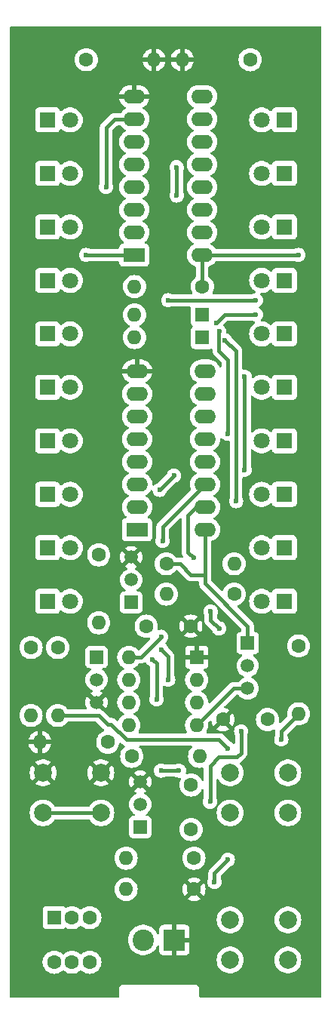
<source format=gbl>
G04 #@! TF.GenerationSoftware,KiCad,Pcbnew,8.0.6*
G04 #@! TF.CreationDate,2025-01-21T22:00:03+01:00*
G04 #@! TF.ProjectId,storm_distance_meter,73746f72-6d5f-4646-9973-74616e63655f,1*
G04 #@! TF.SameCoordinates,Original*
G04 #@! TF.FileFunction,Copper,L2,Bot*
G04 #@! TF.FilePolarity,Positive*
%FSLAX46Y46*%
G04 Gerber Fmt 4.6, Leading zero omitted, Abs format (unit mm)*
G04 Created by KiCad (PCBNEW 8.0.6) date 2025-01-21 22:00:03*
%MOMM*%
%LPD*%
G01*
G04 APERTURE LIST*
G04 #@! TA.AperFunction,ComponentPad*
%ADD10C,2.000000*%
G04 #@! TD*
G04 #@! TA.AperFunction,ComponentPad*
%ADD11R,1.800000X1.800000*%
G04 #@! TD*
G04 #@! TA.AperFunction,ComponentPad*
%ADD12C,1.800000*%
G04 #@! TD*
G04 #@! TA.AperFunction,ComponentPad*
%ADD13R,1.600000X1.600000*%
G04 #@! TD*
G04 #@! TA.AperFunction,ComponentPad*
%ADD14C,1.600000*%
G04 #@! TD*
G04 #@! TA.AperFunction,ComponentPad*
%ADD15O,1.600000X1.600000*%
G04 #@! TD*
G04 #@! TA.AperFunction,ComponentPad*
%ADD16R,1.500000X1.500000*%
G04 #@! TD*
G04 #@! TA.AperFunction,ComponentPad*
%ADD17C,1.500000*%
G04 #@! TD*
G04 #@! TA.AperFunction,ComponentPad*
%ADD18R,2.400000X1.600000*%
G04 #@! TD*
G04 #@! TA.AperFunction,ComponentPad*
%ADD19O,2.400000X1.600000*%
G04 #@! TD*
G04 #@! TA.AperFunction,ComponentPad*
%ADD20R,2.400000X2.400000*%
G04 #@! TD*
G04 #@! TA.AperFunction,ComponentPad*
%ADD21C,2.400000*%
G04 #@! TD*
G04 #@! TA.AperFunction,ViaPad*
%ADD22C,0.600000*%
G04 #@! TD*
G04 #@! TA.AperFunction,ViaPad*
%ADD23C,6.000000*%
G04 #@! TD*
G04 #@! TA.AperFunction,Conductor*
%ADD24C,0.400000*%
G04 #@! TD*
G04 APERTURE END LIST*
D10*
X153950000Y-131750000D03*
X160450000Y-131750000D03*
X153950000Y-136250000D03*
X160450000Y-136250000D03*
D11*
X160040000Y-42000000D03*
D12*
X157500000Y-42000000D03*
D13*
X134200000Y-131500000D03*
D14*
X136200000Y-131500000D03*
X138200000Y-131500000D03*
X134200000Y-136500000D03*
X136200000Y-136500000D03*
X138200000Y-136500000D03*
D11*
X160040000Y-48000000D03*
D12*
X157500000Y-48000000D03*
D10*
X132950000Y-115250000D03*
X139450000Y-115250000D03*
X132950000Y-119750000D03*
X139450000Y-119750000D03*
D11*
X133460000Y-42000000D03*
D12*
X136000000Y-42000000D03*
D10*
X153950000Y-115250000D03*
X160450000Y-115250000D03*
X153950000Y-119750000D03*
X160450000Y-119750000D03*
D11*
X133460000Y-48000000D03*
D12*
X136000000Y-48000000D03*
D13*
X150202500Y-102292500D03*
D15*
X150202500Y-104832500D03*
X150202500Y-107372500D03*
X150202500Y-109912500D03*
X142582500Y-109912500D03*
X142582500Y-107372500D03*
X142582500Y-104832500D03*
X142582500Y-102292500D03*
D14*
X161642500Y-101012500D03*
D15*
X161642500Y-108632500D03*
D16*
X138960000Y-102260000D03*
D17*
X138960000Y-104800000D03*
X138960000Y-107340000D03*
D16*
X143862500Y-121332500D03*
D17*
X143862500Y-118792500D03*
X143862500Y-116252500D03*
D18*
X143515000Y-87965000D03*
D19*
X143515000Y-85425000D03*
X143515000Y-82885000D03*
X143515000Y-80345000D03*
X143515000Y-77805000D03*
X143515000Y-75265000D03*
X143515000Y-72725000D03*
X143515000Y-70185000D03*
X151135000Y-70185000D03*
X151135000Y-72725000D03*
X151135000Y-75265000D03*
X151135000Y-77805000D03*
X151135000Y-80345000D03*
X151135000Y-82885000D03*
X151135000Y-85425000D03*
X151135000Y-87965000D03*
D14*
X154410000Y-95200000D03*
D15*
X146790000Y-95200000D03*
D14*
X144537500Y-98790000D03*
X149537500Y-98790000D03*
X149895000Y-128317500D03*
D15*
X142275000Y-128317500D03*
D16*
X155927500Y-100695000D03*
D17*
X155927500Y-103235000D03*
X155927500Y-105775000D03*
D14*
X149577500Y-121610000D03*
X149577500Y-116610000D03*
D16*
X142840000Y-96140000D03*
D17*
X142840000Y-93600000D03*
X142840000Y-91060000D03*
D15*
X145415000Y-35242500D03*
D14*
X137795000Y-35242500D03*
X142910000Y-113395000D03*
D15*
X150530000Y-113395000D03*
D20*
X147700000Y-134000000D03*
D21*
X144200000Y-134000000D03*
D14*
X149895000Y-124825000D03*
D15*
X142275000Y-124825000D03*
D14*
X139200000Y-90790000D03*
D15*
X139200000Y-98410000D03*
D14*
X131600000Y-101190000D03*
D15*
X131600000Y-108810000D03*
D14*
X134600000Y-101190000D03*
D15*
X134600000Y-108810000D03*
X148590000Y-35242500D03*
D14*
X156210000Y-35242500D03*
X140220000Y-111800000D03*
D15*
X132600000Y-111800000D03*
D14*
X158150000Y-109267500D03*
X153150000Y-109267500D03*
X146790000Y-91800000D03*
D15*
X154410000Y-91800000D03*
D11*
X133460000Y-96000000D03*
D12*
X136000000Y-96000000D03*
D11*
X133460000Y-72000000D03*
D12*
X136000000Y-72000000D03*
D18*
X143192500Y-57150000D03*
D19*
X143192500Y-54610000D03*
X143192500Y-52070000D03*
X143192500Y-49530000D03*
X143192500Y-46990000D03*
X143192500Y-44450000D03*
X143192500Y-41910000D03*
X143192500Y-39370000D03*
X150812500Y-39370000D03*
X150812500Y-41910000D03*
X150812500Y-44450000D03*
X150812500Y-46990000D03*
X150812500Y-49530000D03*
X150812500Y-52070000D03*
X150812500Y-54610000D03*
X150812500Y-57150000D03*
D13*
X150847500Y-63865000D03*
D15*
X143227500Y-63865000D03*
D13*
X150847500Y-66405000D03*
D15*
X143227500Y-66405000D03*
D11*
X133460000Y-60000000D03*
D12*
X136000000Y-60000000D03*
D11*
X160040000Y-78000000D03*
D12*
X157500000Y-78000000D03*
D11*
X133460000Y-84000000D03*
D12*
X136000000Y-84000000D03*
D11*
X160040000Y-84000000D03*
D12*
X157500000Y-84000000D03*
D11*
X133460000Y-54000000D03*
D12*
X136000000Y-54000000D03*
D11*
X160040000Y-72000000D03*
D12*
X157500000Y-72000000D03*
D11*
X160040000Y-96000000D03*
D12*
X157500000Y-96000000D03*
D11*
X160040000Y-60000000D03*
D12*
X157500000Y-60000000D03*
D14*
X150847500Y-60690000D03*
D15*
X143227500Y-60690000D03*
D11*
X133460000Y-78000000D03*
D12*
X136000000Y-78000000D03*
D11*
X160040000Y-66000000D03*
D12*
X157500000Y-66000000D03*
D11*
X133460000Y-90000000D03*
D12*
X136000000Y-90000000D03*
D11*
X160040000Y-54000000D03*
D12*
X157500000Y-54000000D03*
D11*
X160040000Y-90000000D03*
D12*
X157500000Y-90000000D03*
D11*
X133460000Y-66000000D03*
D12*
X136000000Y-66000000D03*
D22*
X161607500Y-57150000D03*
X146367500Y-89217500D03*
X151765000Y-97155000D03*
X152717500Y-99060000D03*
X149860000Y-91122500D03*
X154622500Y-84772500D03*
X153670000Y-77217500D03*
X152717500Y-65722500D03*
X153371225Y-66693725D03*
X147955000Y-47307500D03*
X147955000Y-50482500D03*
X156845000Y-62230000D03*
X147002500Y-62230000D03*
X156845000Y-63817500D03*
X152400000Y-64770000D03*
X155575000Y-81280000D03*
X147637500Y-81915000D03*
X146050000Y-83502500D03*
X155575000Y-70802500D03*
X137795000Y-57150000D03*
X140017500Y-49530000D03*
X147000000Y-104800000D03*
X146200000Y-101400000D03*
D23*
X132200000Y-126000000D03*
X161200000Y-34500000D03*
X161200000Y-126000000D03*
X132200000Y-34500000D03*
D22*
X155200000Y-110600000D03*
X151700000Y-118500000D03*
X146200000Y-100000000D03*
X153700000Y-125000000D03*
X152200000Y-127500000D03*
X159700000Y-111500000D03*
X153700000Y-112500000D03*
X148200000Y-115000000D03*
X146200000Y-115000000D03*
X145200000Y-102500000D03*
X145700000Y-107000000D03*
D24*
X161607500Y-57150000D02*
X150812500Y-57150000D01*
X150812500Y-60655000D02*
X150847500Y-60690000D01*
X150812500Y-57150000D02*
X150812500Y-60655000D01*
X146367500Y-87652500D02*
X146367500Y-89217500D01*
X151135000Y-82885000D02*
X146367500Y-87652500D01*
X149542500Y-93027500D02*
X151135000Y-93027500D01*
X151135000Y-93027500D02*
X151135000Y-93985000D01*
X151135000Y-87965000D02*
X151135000Y-93027500D01*
X148315000Y-91800000D02*
X149542500Y-93027500D01*
X146790000Y-91800000D02*
X148315000Y-91800000D01*
X155927500Y-98777500D02*
X155927500Y-100695000D01*
X151135000Y-93985000D02*
X155927500Y-98777500D01*
X151765000Y-98107500D02*
X152717500Y-99060000D01*
X151765000Y-97155000D02*
X151765000Y-98107500D01*
X149225000Y-90487500D02*
X149860000Y-91122500D01*
X149225000Y-86360000D02*
X149225000Y-90487500D01*
X150160000Y-85425000D02*
X149225000Y-86360000D01*
X151135000Y-85425000D02*
X150160000Y-85425000D01*
X152400000Y-64770000D02*
X153352500Y-63817500D01*
X153352500Y-63817500D02*
X156845000Y-63817500D01*
X153670000Y-68897500D02*
X153670000Y-77217500D01*
X152671225Y-67898725D02*
X153670000Y-68897500D01*
X152671225Y-65768775D02*
X152671225Y-67898725D01*
X152717500Y-65722500D02*
X152671225Y-65768775D01*
X154622500Y-67945000D02*
X153371225Y-66693725D01*
X154622500Y-84772500D02*
X154622500Y-67945000D01*
X147002500Y-62230000D02*
X156845000Y-62230000D01*
X147955000Y-47307500D02*
X147955000Y-50482500D01*
X146050000Y-83502500D02*
X147637500Y-81915000D01*
X155575000Y-70802500D02*
X155575000Y-81280000D01*
X143192500Y-57150000D02*
X137795000Y-57150000D01*
X140017500Y-42862500D02*
X140017500Y-49530000D01*
X140970000Y-41910000D02*
X140017500Y-42862500D01*
X143192500Y-41910000D02*
X140970000Y-41910000D01*
X147000000Y-102200000D02*
X147000000Y-104800000D01*
X146200000Y-101400000D02*
X147000000Y-102200000D01*
X151700000Y-114500000D02*
X151700000Y-118500000D01*
X155200000Y-113000000D02*
X154700000Y-113500000D01*
X154700000Y-113500000D02*
X152700000Y-113500000D01*
X152700000Y-113500000D02*
X151700000Y-114500000D01*
X155200000Y-110600000D02*
X155200000Y-113000000D01*
X143907500Y-102292500D02*
X142582500Y-102292500D01*
X152200000Y-126500000D02*
X152200000Y-127500000D01*
X146200000Y-100000000D02*
X143907500Y-102292500D01*
X153700000Y-125000000D02*
X152200000Y-126500000D01*
X139450000Y-119750000D02*
X132950000Y-119750000D01*
X142300000Y-111500000D02*
X140600000Y-109800000D01*
X159700000Y-111500000D02*
X159700000Y-110575000D01*
X152700000Y-111500000D02*
X142300000Y-111500000D01*
X140600000Y-109800000D02*
X140200000Y-109800000D01*
X140200000Y-109800000D02*
X139210000Y-108810000D01*
X159700000Y-110575000D02*
X161642500Y-108632500D01*
X153700000Y-112500000D02*
X152700000Y-111500000D01*
X139210000Y-108810000D02*
X134600000Y-108810000D01*
X150202500Y-109912500D02*
X154340000Y-105775000D01*
X146200000Y-115000000D02*
X148200000Y-115000000D01*
X154340000Y-105775000D02*
X155927500Y-105775000D01*
X145700000Y-103000000D02*
X145200000Y-102500000D01*
X145700000Y-107000000D02*
X145700000Y-103000000D01*
G04 #@! TA.AperFunction,Conductor*
G36*
X164142539Y-31520185D02*
G01*
X164188294Y-31572989D01*
X164199500Y-31624500D01*
X164199500Y-140375500D01*
X164179815Y-140442539D01*
X164127011Y-140488294D01*
X164075500Y-140499500D01*
X150624500Y-140499500D01*
X150557461Y-140479815D01*
X150511706Y-140427011D01*
X150500500Y-140375500D01*
X150500500Y-139434110D01*
X150500500Y-139434108D01*
X150466392Y-139306814D01*
X150400500Y-139192686D01*
X150307314Y-139099500D01*
X150250250Y-139066554D01*
X150193187Y-139033608D01*
X150129539Y-139016554D01*
X150065892Y-138999500D01*
X142065892Y-138999500D01*
X141934108Y-138999500D01*
X141806812Y-139033608D01*
X141692686Y-139099500D01*
X141692683Y-139099502D01*
X141599502Y-139192683D01*
X141599500Y-139192686D01*
X141533608Y-139306812D01*
X141499500Y-139434108D01*
X141499500Y-140375500D01*
X141479815Y-140442539D01*
X141427011Y-140488294D01*
X141375500Y-140499500D01*
X129324500Y-140499500D01*
X129257461Y-140479815D01*
X129211706Y-140427011D01*
X129200500Y-140375500D01*
X129200500Y-136499998D01*
X132894532Y-136499998D01*
X132894532Y-136500001D01*
X132914364Y-136726686D01*
X132914366Y-136726697D01*
X132973258Y-136946488D01*
X132973261Y-136946497D01*
X133069431Y-137152732D01*
X133069432Y-137152734D01*
X133199954Y-137339141D01*
X133360858Y-137500045D01*
X133360861Y-137500047D01*
X133547266Y-137630568D01*
X133753504Y-137726739D01*
X133973308Y-137785635D01*
X134135230Y-137799801D01*
X134199998Y-137805468D01*
X134200000Y-137805468D01*
X134200002Y-137805468D01*
X134256673Y-137800509D01*
X134426692Y-137785635D01*
X134646496Y-137726739D01*
X134852734Y-137630568D01*
X135039139Y-137500047D01*
X135112320Y-137426865D01*
X135173641Y-137393382D01*
X135243333Y-137398366D01*
X135287679Y-137426865D01*
X135360861Y-137500047D01*
X135547266Y-137630568D01*
X135753504Y-137726739D01*
X135973308Y-137785635D01*
X136135230Y-137799801D01*
X136199998Y-137805468D01*
X136200000Y-137805468D01*
X136200002Y-137805468D01*
X136256673Y-137800509D01*
X136426692Y-137785635D01*
X136646496Y-137726739D01*
X136852734Y-137630568D01*
X137039139Y-137500047D01*
X137112320Y-137426865D01*
X137173641Y-137393382D01*
X137243333Y-137398366D01*
X137287679Y-137426865D01*
X137360861Y-137500047D01*
X137547266Y-137630568D01*
X137753504Y-137726739D01*
X137973308Y-137785635D01*
X138135230Y-137799801D01*
X138199998Y-137805468D01*
X138200000Y-137805468D01*
X138200002Y-137805468D01*
X138256673Y-137800509D01*
X138426692Y-137785635D01*
X138646496Y-137726739D01*
X138852734Y-137630568D01*
X139039139Y-137500047D01*
X139200047Y-137339139D01*
X139330568Y-137152734D01*
X139426739Y-136946496D01*
X139485635Y-136726692D01*
X139505468Y-136500000D01*
X139505277Y-136497821D01*
X139485635Y-136273313D01*
X139485635Y-136273308D01*
X139479388Y-136249994D01*
X152444357Y-136249994D01*
X152444357Y-136250005D01*
X152464890Y-136497812D01*
X152464892Y-136497824D01*
X152525936Y-136738881D01*
X152625826Y-136966606D01*
X152761833Y-137174782D01*
X152761836Y-137174785D01*
X152930256Y-137357738D01*
X153126491Y-137510474D01*
X153345190Y-137628828D01*
X153580386Y-137709571D01*
X153825665Y-137750500D01*
X154074335Y-137750500D01*
X154319614Y-137709571D01*
X154554810Y-137628828D01*
X154773509Y-137510474D01*
X154969744Y-137357738D01*
X155138164Y-137174785D01*
X155274173Y-136966607D01*
X155374063Y-136738881D01*
X155435108Y-136497821D01*
X155435109Y-136497812D01*
X155455643Y-136250005D01*
X155455643Y-136249994D01*
X158944357Y-136249994D01*
X158944357Y-136250005D01*
X158964890Y-136497812D01*
X158964892Y-136497824D01*
X159025936Y-136738881D01*
X159125826Y-136966606D01*
X159261833Y-137174782D01*
X159261836Y-137174785D01*
X159430256Y-137357738D01*
X159626491Y-137510474D01*
X159845190Y-137628828D01*
X160080386Y-137709571D01*
X160325665Y-137750500D01*
X160574335Y-137750500D01*
X160819614Y-137709571D01*
X161054810Y-137628828D01*
X161273509Y-137510474D01*
X161469744Y-137357738D01*
X161638164Y-137174785D01*
X161774173Y-136966607D01*
X161874063Y-136738881D01*
X161935108Y-136497821D01*
X161935109Y-136497812D01*
X161955643Y-136250005D01*
X161955643Y-136249994D01*
X161935109Y-136002187D01*
X161935107Y-136002175D01*
X161874063Y-135761118D01*
X161774173Y-135533393D01*
X161638166Y-135325217D01*
X161536119Y-135214365D01*
X161469744Y-135142262D01*
X161273509Y-134989526D01*
X161273507Y-134989525D01*
X161273506Y-134989524D01*
X161054811Y-134871172D01*
X161054802Y-134871169D01*
X160819616Y-134790429D01*
X160574335Y-134749500D01*
X160325665Y-134749500D01*
X160080383Y-134790429D01*
X159845197Y-134871169D01*
X159845188Y-134871172D01*
X159626493Y-134989524D01*
X159430257Y-135142261D01*
X159261833Y-135325217D01*
X159125826Y-135533393D01*
X159025936Y-135761118D01*
X158964892Y-136002175D01*
X158964890Y-136002187D01*
X158944357Y-136249994D01*
X155455643Y-136249994D01*
X155435109Y-136002187D01*
X155435107Y-136002175D01*
X155374063Y-135761118D01*
X155274173Y-135533393D01*
X155138166Y-135325217D01*
X155036119Y-135214365D01*
X154969744Y-135142262D01*
X154773509Y-134989526D01*
X154773507Y-134989525D01*
X154773506Y-134989524D01*
X154554811Y-134871172D01*
X154554802Y-134871169D01*
X154319616Y-134790429D01*
X154074335Y-134749500D01*
X153825665Y-134749500D01*
X153580383Y-134790429D01*
X153345197Y-134871169D01*
X153345188Y-134871172D01*
X153126493Y-134989524D01*
X152930257Y-135142261D01*
X152761833Y-135325217D01*
X152625826Y-135533393D01*
X152525936Y-135761118D01*
X152464892Y-136002175D01*
X152464890Y-136002187D01*
X152444357Y-136249994D01*
X139479388Y-136249994D01*
X139426739Y-136053504D01*
X139330568Y-135847266D01*
X139227451Y-135699999D01*
X139200045Y-135660858D01*
X139039141Y-135499954D01*
X138852734Y-135369432D01*
X138852732Y-135369431D01*
X138646497Y-135273261D01*
X138646488Y-135273258D01*
X138426697Y-135214366D01*
X138426693Y-135214365D01*
X138426692Y-135214365D01*
X138426691Y-135214364D01*
X138426686Y-135214364D01*
X138200002Y-135194532D01*
X138199998Y-135194532D01*
X137973313Y-135214364D01*
X137973302Y-135214366D01*
X137753511Y-135273258D01*
X137753502Y-135273261D01*
X137547267Y-135369431D01*
X137547265Y-135369432D01*
X137360858Y-135499954D01*
X137287681Y-135573132D01*
X137226358Y-135606617D01*
X137156666Y-135601633D01*
X137112319Y-135573132D01*
X137039141Y-135499954D01*
X136852734Y-135369432D01*
X136852732Y-135369431D01*
X136646497Y-135273261D01*
X136646488Y-135273258D01*
X136426697Y-135214366D01*
X136426693Y-135214365D01*
X136426692Y-135214365D01*
X136426691Y-135214364D01*
X136426686Y-135214364D01*
X136200002Y-135194532D01*
X136199998Y-135194532D01*
X135973313Y-135214364D01*
X135973302Y-135214366D01*
X135753511Y-135273258D01*
X135753502Y-135273261D01*
X135547267Y-135369431D01*
X135547265Y-135369432D01*
X135360858Y-135499954D01*
X135287681Y-135573132D01*
X135226358Y-135606617D01*
X135156666Y-135601633D01*
X135112319Y-135573132D01*
X135039141Y-135499954D01*
X134852734Y-135369432D01*
X134852732Y-135369431D01*
X134646497Y-135273261D01*
X134646488Y-135273258D01*
X134426697Y-135214366D01*
X134426693Y-135214365D01*
X134426692Y-135214365D01*
X134426691Y-135214364D01*
X134426686Y-135214364D01*
X134200002Y-135194532D01*
X134199998Y-135194532D01*
X133973313Y-135214364D01*
X133973302Y-135214366D01*
X133753511Y-135273258D01*
X133753502Y-135273261D01*
X133547267Y-135369431D01*
X133547265Y-135369432D01*
X133360858Y-135499954D01*
X133199954Y-135660858D01*
X133069432Y-135847265D01*
X133069431Y-135847267D01*
X132973261Y-136053502D01*
X132973258Y-136053511D01*
X132914366Y-136273302D01*
X132914364Y-136273313D01*
X132894532Y-136499998D01*
X129200500Y-136499998D01*
X129200500Y-133999995D01*
X142494732Y-133999995D01*
X142494732Y-134000004D01*
X142513777Y-134254154D01*
X142513778Y-134254157D01*
X142570492Y-134502637D01*
X142663607Y-134739888D01*
X142791041Y-134960612D01*
X142949950Y-135159877D01*
X143136783Y-135333232D01*
X143347366Y-135476805D01*
X143347371Y-135476807D01*
X143347372Y-135476808D01*
X143347373Y-135476809D01*
X143395433Y-135499953D01*
X143576992Y-135587387D01*
X143576993Y-135587387D01*
X143576996Y-135587389D01*
X143820542Y-135662513D01*
X144072565Y-135700500D01*
X144327435Y-135700500D01*
X144579458Y-135662513D01*
X144823004Y-135587389D01*
X145052634Y-135476805D01*
X145263217Y-135333232D01*
X145450050Y-135159877D01*
X145608959Y-134960612D01*
X145736393Y-134739888D01*
X145760572Y-134678280D01*
X145803388Y-134623067D01*
X145869258Y-134599766D01*
X145937268Y-134615777D01*
X145985827Y-134666015D01*
X146000000Y-134723583D01*
X146000000Y-135247844D01*
X146006401Y-135307372D01*
X146006403Y-135307379D01*
X146056645Y-135442086D01*
X146056649Y-135442093D01*
X146142809Y-135557187D01*
X146142812Y-135557190D01*
X146257906Y-135643350D01*
X146257913Y-135643354D01*
X146392620Y-135693596D01*
X146392627Y-135693598D01*
X146452155Y-135699999D01*
X146452172Y-135700000D01*
X147450000Y-135700000D01*
X147450000Y-134548482D01*
X147468409Y-134559111D01*
X147621009Y-134600000D01*
X147778991Y-134600000D01*
X147931591Y-134559111D01*
X147950000Y-134548482D01*
X147950000Y-135700000D01*
X148947828Y-135700000D01*
X148947844Y-135699999D01*
X149007372Y-135693598D01*
X149007379Y-135693596D01*
X149142086Y-135643354D01*
X149142093Y-135643350D01*
X149257187Y-135557190D01*
X149257190Y-135557187D01*
X149343350Y-135442093D01*
X149343354Y-135442086D01*
X149393596Y-135307379D01*
X149393598Y-135307372D01*
X149399999Y-135247844D01*
X149400000Y-135247827D01*
X149400000Y-134250000D01*
X148248482Y-134250000D01*
X148259111Y-134231591D01*
X148300000Y-134078991D01*
X148300000Y-133921009D01*
X148259111Y-133768409D01*
X148248482Y-133750000D01*
X149400000Y-133750000D01*
X149400000Y-132752172D01*
X149399999Y-132752155D01*
X149393598Y-132692627D01*
X149393596Y-132692620D01*
X149343354Y-132557913D01*
X149343350Y-132557906D01*
X149257190Y-132442812D01*
X149257187Y-132442809D01*
X149142093Y-132356649D01*
X149142086Y-132356645D01*
X149007379Y-132306403D01*
X149007372Y-132306401D01*
X148947844Y-132300000D01*
X147950000Y-132300000D01*
X147950000Y-133451517D01*
X147931591Y-133440889D01*
X147778991Y-133400000D01*
X147621009Y-133400000D01*
X147468409Y-133440889D01*
X147450000Y-133451517D01*
X147450000Y-132300000D01*
X146452155Y-132300000D01*
X146392627Y-132306401D01*
X146392620Y-132306403D01*
X146257913Y-132356645D01*
X146257906Y-132356649D01*
X146142812Y-132442809D01*
X146142809Y-132442812D01*
X146056649Y-132557906D01*
X146056645Y-132557913D01*
X146006403Y-132692620D01*
X146006401Y-132692627D01*
X146000000Y-132752155D01*
X146000000Y-133276416D01*
X145980315Y-133343455D01*
X145927511Y-133389210D01*
X145858353Y-133399154D01*
X145794797Y-133370129D01*
X145760572Y-133321719D01*
X145736393Y-133260112D01*
X145608959Y-133039388D01*
X145450050Y-132840123D01*
X145263217Y-132666768D01*
X145052634Y-132523195D01*
X145052630Y-132523193D01*
X145052627Y-132523191D01*
X145052626Y-132523190D01*
X144823006Y-132412612D01*
X144823008Y-132412612D01*
X144579466Y-132337489D01*
X144579462Y-132337488D01*
X144579458Y-132337487D01*
X144458231Y-132319214D01*
X144327440Y-132299500D01*
X144327435Y-132299500D01*
X144072565Y-132299500D01*
X144072559Y-132299500D01*
X143915609Y-132323157D01*
X143820542Y-132337487D01*
X143820539Y-132337488D01*
X143820533Y-132337489D01*
X143576992Y-132412612D01*
X143347373Y-132523190D01*
X143347372Y-132523191D01*
X143136782Y-132666768D01*
X142949952Y-132840121D01*
X142949950Y-132840123D01*
X142791041Y-133039388D01*
X142663608Y-133260109D01*
X142570492Y-133497362D01*
X142570490Y-133497369D01*
X142513777Y-133745845D01*
X142494732Y-133999995D01*
X129200500Y-133999995D01*
X129200500Y-130652135D01*
X132899500Y-130652135D01*
X132899500Y-132347870D01*
X132899501Y-132347876D01*
X132905908Y-132407483D01*
X132956202Y-132542328D01*
X132956206Y-132542335D01*
X133042452Y-132657544D01*
X133042455Y-132657547D01*
X133157664Y-132743793D01*
X133157671Y-132743797D01*
X133292517Y-132794091D01*
X133292516Y-132794091D01*
X133299444Y-132794835D01*
X133352127Y-132800500D01*
X135047872Y-132800499D01*
X135107483Y-132794091D01*
X135242331Y-132743796D01*
X135357546Y-132657546D01*
X135364051Y-132648856D01*
X135419982Y-132606984D01*
X135489673Y-132601997D01*
X135534442Y-132621589D01*
X135547264Y-132630567D01*
X135547266Y-132630568D01*
X135753504Y-132726739D01*
X135973308Y-132785635D01*
X136135230Y-132799801D01*
X136199998Y-132805468D01*
X136200000Y-132805468D01*
X136200002Y-132805468D01*
X136256807Y-132800498D01*
X136426692Y-132785635D01*
X136646496Y-132726739D01*
X136852734Y-132630568D01*
X137039139Y-132500047D01*
X137112320Y-132426865D01*
X137173641Y-132393382D01*
X137243333Y-132398366D01*
X137287679Y-132426865D01*
X137360861Y-132500047D01*
X137547266Y-132630568D01*
X137753504Y-132726739D01*
X137973308Y-132785635D01*
X138135230Y-132799801D01*
X138199998Y-132805468D01*
X138200000Y-132805468D01*
X138200002Y-132805468D01*
X138256807Y-132800498D01*
X138426692Y-132785635D01*
X138646496Y-132726739D01*
X138852734Y-132630568D01*
X139039139Y-132500047D01*
X139200047Y-132339139D01*
X139330568Y-132152734D01*
X139426739Y-131946496D01*
X139479391Y-131749994D01*
X152444357Y-131749994D01*
X152444357Y-131750005D01*
X152464890Y-131997812D01*
X152464892Y-131997824D01*
X152525936Y-132238881D01*
X152625826Y-132466606D01*
X152761833Y-132674782D01*
X152761836Y-132674785D01*
X152930256Y-132857738D01*
X153126491Y-133010474D01*
X153345190Y-133128828D01*
X153580386Y-133209571D01*
X153825665Y-133250500D01*
X154074335Y-133250500D01*
X154319614Y-133209571D01*
X154554810Y-133128828D01*
X154773509Y-133010474D01*
X154969744Y-132857738D01*
X155138164Y-132674785D01*
X155274173Y-132466607D01*
X155374063Y-132238881D01*
X155435108Y-131997821D01*
X155455643Y-131750000D01*
X155455643Y-131749994D01*
X158944357Y-131749994D01*
X158944357Y-131750005D01*
X158964890Y-131997812D01*
X158964892Y-131997824D01*
X159025936Y-132238881D01*
X159125826Y-132466606D01*
X159261833Y-132674782D01*
X159261836Y-132674785D01*
X159430256Y-132857738D01*
X159626491Y-133010474D01*
X159845190Y-133128828D01*
X160080386Y-133209571D01*
X160325665Y-133250500D01*
X160574335Y-133250500D01*
X160819614Y-133209571D01*
X161054810Y-133128828D01*
X161273509Y-133010474D01*
X161469744Y-132857738D01*
X161638164Y-132674785D01*
X161774173Y-132466607D01*
X161874063Y-132238881D01*
X161935108Y-131997821D01*
X161955643Y-131750000D01*
X161953712Y-131726697D01*
X161935109Y-131502187D01*
X161935107Y-131502175D01*
X161874063Y-131261118D01*
X161774173Y-131033393D01*
X161638166Y-130825217D01*
X161616557Y-130801744D01*
X161469744Y-130642262D01*
X161273509Y-130489526D01*
X161273507Y-130489525D01*
X161273506Y-130489524D01*
X161054811Y-130371172D01*
X161054802Y-130371169D01*
X160819616Y-130290429D01*
X160574335Y-130249500D01*
X160325665Y-130249500D01*
X160080383Y-130290429D01*
X159845197Y-130371169D01*
X159845188Y-130371172D01*
X159626493Y-130489524D01*
X159430257Y-130642261D01*
X159261833Y-130825217D01*
X159125826Y-131033393D01*
X159025936Y-131261118D01*
X158964892Y-131502175D01*
X158964890Y-131502187D01*
X158944357Y-131749994D01*
X155455643Y-131749994D01*
X155453712Y-131726697D01*
X155435109Y-131502187D01*
X155435107Y-131502175D01*
X155374063Y-131261118D01*
X155274173Y-131033393D01*
X155138166Y-130825217D01*
X155116557Y-130801744D01*
X154969744Y-130642262D01*
X154773509Y-130489526D01*
X154773507Y-130489525D01*
X154773506Y-130489524D01*
X154554811Y-130371172D01*
X154554802Y-130371169D01*
X154319616Y-130290429D01*
X154074335Y-130249500D01*
X153825665Y-130249500D01*
X153580383Y-130290429D01*
X153345197Y-130371169D01*
X153345188Y-130371172D01*
X153126493Y-130489524D01*
X152930257Y-130642261D01*
X152761833Y-130825217D01*
X152625826Y-131033393D01*
X152525936Y-131261118D01*
X152464892Y-131502175D01*
X152464890Y-131502187D01*
X152444357Y-131749994D01*
X139479391Y-131749994D01*
X139485635Y-131726692D01*
X139505468Y-131500000D01*
X139485635Y-131273308D01*
X139426739Y-131053504D01*
X139330568Y-130847266D01*
X139200047Y-130660861D01*
X139200045Y-130660858D01*
X139039141Y-130499954D01*
X138852734Y-130369432D01*
X138852732Y-130369431D01*
X138646497Y-130273261D01*
X138646488Y-130273258D01*
X138426697Y-130214366D01*
X138426693Y-130214365D01*
X138426692Y-130214365D01*
X138426691Y-130214364D01*
X138426686Y-130214364D01*
X138200002Y-130194532D01*
X138199998Y-130194532D01*
X137973313Y-130214364D01*
X137973302Y-130214366D01*
X137753511Y-130273258D01*
X137753502Y-130273261D01*
X137547267Y-130369431D01*
X137547265Y-130369432D01*
X137360858Y-130499954D01*
X137287681Y-130573132D01*
X137226358Y-130606617D01*
X137156666Y-130601633D01*
X137112319Y-130573132D01*
X137039141Y-130499954D01*
X136852734Y-130369432D01*
X136852732Y-130369431D01*
X136646497Y-130273261D01*
X136646488Y-130273258D01*
X136426697Y-130214366D01*
X136426693Y-130214365D01*
X136426692Y-130214365D01*
X136426691Y-130214364D01*
X136426686Y-130214364D01*
X136200002Y-130194532D01*
X136199998Y-130194532D01*
X135973313Y-130214364D01*
X135973302Y-130214366D01*
X135753511Y-130273258D01*
X135753502Y-130273261D01*
X135547267Y-130369431D01*
X135547262Y-130369434D01*
X135534435Y-130378415D01*
X135468227Y-130400738D01*
X135400461Y-130383722D01*
X135364052Y-130351145D01*
X135357546Y-130342454D01*
X135357545Y-130342453D01*
X135357544Y-130342452D01*
X135242335Y-130256206D01*
X135242328Y-130256202D01*
X135107482Y-130205908D01*
X135107483Y-130205908D01*
X135047883Y-130199501D01*
X135047881Y-130199500D01*
X135047873Y-130199500D01*
X135047864Y-130199500D01*
X133352129Y-130199500D01*
X133352123Y-130199501D01*
X133292516Y-130205908D01*
X133157671Y-130256202D01*
X133157664Y-130256206D01*
X133042455Y-130342452D01*
X133042452Y-130342455D01*
X132956206Y-130457664D01*
X132956202Y-130457671D01*
X132905908Y-130592517D01*
X132899501Y-130652116D01*
X132899500Y-130652135D01*
X129200500Y-130652135D01*
X129200500Y-128317498D01*
X140969532Y-128317498D01*
X140969532Y-128317501D01*
X140989364Y-128544186D01*
X140989366Y-128544197D01*
X141048258Y-128763988D01*
X141048261Y-128763997D01*
X141144431Y-128970232D01*
X141144432Y-128970234D01*
X141274954Y-129156641D01*
X141435858Y-129317545D01*
X141435861Y-129317547D01*
X141622266Y-129448068D01*
X141828504Y-129544239D01*
X142048308Y-129603135D01*
X142210230Y-129617301D01*
X142274998Y-129622968D01*
X142275000Y-129622968D01*
X142275002Y-129622968D01*
X142331673Y-129618009D01*
X142501692Y-129603135D01*
X142721496Y-129544239D01*
X142927734Y-129448068D01*
X143114139Y-129317547D01*
X143275047Y-129156639D01*
X143405568Y-128970234D01*
X143501739Y-128763996D01*
X143560635Y-128544192D01*
X143580468Y-128317500D01*
X143580468Y-128317497D01*
X148590034Y-128317497D01*
X148590034Y-128317502D01*
X148609858Y-128544099D01*
X148609860Y-128544110D01*
X148668730Y-128763817D01*
X148668735Y-128763831D01*
X148764863Y-128969978D01*
X148815974Y-129042972D01*
X149495000Y-128363946D01*
X149495000Y-128370161D01*
X149522259Y-128471894D01*
X149574920Y-128563106D01*
X149649394Y-128637580D01*
X149740606Y-128690241D01*
X149842339Y-128717500D01*
X149848553Y-128717500D01*
X149169526Y-129396525D01*
X149242513Y-129447632D01*
X149242521Y-129447636D01*
X149448668Y-129543764D01*
X149448682Y-129543769D01*
X149668389Y-129602639D01*
X149668400Y-129602641D01*
X149894998Y-129622466D01*
X149895002Y-129622466D01*
X150121599Y-129602641D01*
X150121610Y-129602639D01*
X150341317Y-129543769D01*
X150341331Y-129543764D01*
X150547478Y-129447636D01*
X150620471Y-129396524D01*
X149941447Y-128717500D01*
X149947661Y-128717500D01*
X150049394Y-128690241D01*
X150140606Y-128637580D01*
X150215080Y-128563106D01*
X150267741Y-128471894D01*
X150295000Y-128370161D01*
X150295000Y-128363947D01*
X150974024Y-129042971D01*
X151025136Y-128969978D01*
X151121264Y-128763831D01*
X151121269Y-128763817D01*
X151180139Y-128544110D01*
X151180141Y-128544099D01*
X151199966Y-128317502D01*
X151199966Y-128317497D01*
X151180141Y-128090900D01*
X151180139Y-128090889D01*
X151121269Y-127871182D01*
X151121264Y-127871168D01*
X151025136Y-127665021D01*
X151025132Y-127665013D01*
X150974025Y-127592026D01*
X150295000Y-128271051D01*
X150295000Y-128264839D01*
X150267741Y-128163106D01*
X150215080Y-128071894D01*
X150140606Y-127997420D01*
X150049394Y-127944759D01*
X149947661Y-127917500D01*
X149941448Y-127917500D01*
X150358951Y-127499996D01*
X151394435Y-127499996D01*
X151394435Y-127500003D01*
X151414630Y-127679249D01*
X151414631Y-127679254D01*
X151474211Y-127849523D01*
X151516924Y-127917500D01*
X151570184Y-128002262D01*
X151697738Y-128129816D01*
X151850478Y-128225789D01*
X152020745Y-128285368D01*
X152020750Y-128285369D01*
X152199996Y-128305565D01*
X152200000Y-128305565D01*
X152200004Y-128305565D01*
X152379249Y-128285369D01*
X152379252Y-128285368D01*
X152379255Y-128285368D01*
X152549522Y-128225789D01*
X152702262Y-128129816D01*
X152829816Y-128002262D01*
X152925789Y-127849522D01*
X152985368Y-127679255D01*
X152986972Y-127665021D01*
X153005565Y-127500003D01*
X153005565Y-127499996D01*
X152985369Y-127320750D01*
X152985366Y-127320737D01*
X152925790Y-127150479D01*
X152919506Y-127140478D01*
X152900500Y-127074507D01*
X152900500Y-126841517D01*
X152920185Y-126774478D01*
X152936814Y-126753840D01*
X153899288Y-125791366D01*
X153946012Y-125762008D01*
X154049522Y-125725789D01*
X154202262Y-125629816D01*
X154329816Y-125502262D01*
X154425789Y-125349522D01*
X154485368Y-125179255D01*
X154485369Y-125179249D01*
X154505565Y-125000003D01*
X154505565Y-124999996D01*
X154485369Y-124820750D01*
X154485368Y-124820745D01*
X154425788Y-124650476D01*
X154329815Y-124497737D01*
X154202262Y-124370184D01*
X154049523Y-124274211D01*
X153879254Y-124214631D01*
X153879249Y-124214630D01*
X153700004Y-124194435D01*
X153699996Y-124194435D01*
X153520750Y-124214630D01*
X153520745Y-124214631D01*
X153350476Y-124274211D01*
X153197737Y-124370184D01*
X153070184Y-124497737D01*
X152974212Y-124650475D01*
X152974211Y-124650476D01*
X152937991Y-124753986D01*
X152908631Y-124800711D01*
X151655888Y-126053453D01*
X151655884Y-126053458D01*
X151625301Y-126099229D01*
X151617681Y-126110635D01*
X151604429Y-126130468D01*
X151579223Y-126168191D01*
X151526421Y-126295667D01*
X151526418Y-126295677D01*
X151499500Y-126431004D01*
X151499500Y-127074507D01*
X151480494Y-127140478D01*
X151474209Y-127150479D01*
X151414633Y-127320737D01*
X151414630Y-127320750D01*
X151394435Y-127499996D01*
X150358951Y-127499996D01*
X150620472Y-127238474D01*
X150547478Y-127187363D01*
X150341331Y-127091235D01*
X150341317Y-127091230D01*
X150121610Y-127032360D01*
X150121599Y-127032358D01*
X149895002Y-127012534D01*
X149894998Y-127012534D01*
X149668400Y-127032358D01*
X149668389Y-127032360D01*
X149448682Y-127091230D01*
X149448673Y-127091234D01*
X149242516Y-127187366D01*
X149242512Y-127187368D01*
X149169526Y-127238473D01*
X149169526Y-127238474D01*
X149848553Y-127917500D01*
X149842339Y-127917500D01*
X149740606Y-127944759D01*
X149649394Y-127997420D01*
X149574920Y-128071894D01*
X149522259Y-128163106D01*
X149495000Y-128264839D01*
X149495000Y-128271052D01*
X148815974Y-127592026D01*
X148815973Y-127592026D01*
X148764868Y-127665012D01*
X148764866Y-127665016D01*
X148668734Y-127871173D01*
X148668730Y-127871182D01*
X148609860Y-128090889D01*
X148609858Y-128090900D01*
X148590034Y-128317497D01*
X143580468Y-128317497D01*
X143560635Y-128090808D01*
X143501739Y-127871004D01*
X143405568Y-127664766D01*
X143275047Y-127478361D01*
X143275045Y-127478358D01*
X143114141Y-127317454D01*
X142927734Y-127186932D01*
X142927732Y-127186931D01*
X142721497Y-127090761D01*
X142721488Y-127090758D01*
X142501697Y-127031866D01*
X142501693Y-127031865D01*
X142501692Y-127031865D01*
X142501691Y-127031864D01*
X142501686Y-127031864D01*
X142275002Y-127012032D01*
X142274998Y-127012032D01*
X142048313Y-127031864D01*
X142048302Y-127031866D01*
X141828511Y-127090758D01*
X141828502Y-127090761D01*
X141622267Y-127186931D01*
X141622265Y-127186932D01*
X141435858Y-127317454D01*
X141274954Y-127478358D01*
X141144432Y-127664765D01*
X141144431Y-127664767D01*
X141048261Y-127871002D01*
X141048258Y-127871011D01*
X140989366Y-128090802D01*
X140989364Y-128090813D01*
X140969532Y-128317498D01*
X129200500Y-128317498D01*
X129200500Y-124824998D01*
X140969532Y-124824998D01*
X140969532Y-124825001D01*
X140989364Y-125051686D01*
X140989366Y-125051697D01*
X141048258Y-125271488D01*
X141048261Y-125271497D01*
X141144431Y-125477732D01*
X141144432Y-125477734D01*
X141274954Y-125664141D01*
X141435858Y-125825045D01*
X141435861Y-125825047D01*
X141622266Y-125955568D01*
X141828504Y-126051739D01*
X141828509Y-126051740D01*
X141828511Y-126051741D01*
X141834919Y-126053458D01*
X142048308Y-126110635D01*
X142210230Y-126124801D01*
X142274998Y-126130468D01*
X142275000Y-126130468D01*
X142275002Y-126130468D01*
X142331673Y-126125509D01*
X142501692Y-126110635D01*
X142721496Y-126051739D01*
X142927734Y-125955568D01*
X143114139Y-125825047D01*
X143275047Y-125664139D01*
X143405568Y-125477734D01*
X143501739Y-125271496D01*
X143560635Y-125051692D01*
X143580468Y-124825000D01*
X143580468Y-124824998D01*
X148589532Y-124824998D01*
X148589532Y-124825001D01*
X148609364Y-125051686D01*
X148609366Y-125051697D01*
X148668258Y-125271488D01*
X148668261Y-125271497D01*
X148764431Y-125477732D01*
X148764432Y-125477734D01*
X148894954Y-125664141D01*
X149055858Y-125825045D01*
X149055861Y-125825047D01*
X149242266Y-125955568D01*
X149448504Y-126051739D01*
X149448509Y-126051740D01*
X149448511Y-126051741D01*
X149454919Y-126053458D01*
X149668308Y-126110635D01*
X149830230Y-126124801D01*
X149894998Y-126130468D01*
X149895000Y-126130468D01*
X149895002Y-126130468D01*
X149951673Y-126125509D01*
X150121692Y-126110635D01*
X150341496Y-126051739D01*
X150547734Y-125955568D01*
X150734139Y-125825047D01*
X150895047Y-125664139D01*
X151025568Y-125477734D01*
X151121739Y-125271496D01*
X151180635Y-125051692D01*
X151200468Y-124825000D01*
X151180635Y-124598308D01*
X151121739Y-124378504D01*
X151025568Y-124172266D01*
X150895047Y-123985861D01*
X150895045Y-123985858D01*
X150734141Y-123824954D01*
X150547734Y-123694432D01*
X150547732Y-123694431D01*
X150341497Y-123598261D01*
X150341488Y-123598258D01*
X150121697Y-123539366D01*
X150121693Y-123539365D01*
X150121692Y-123539365D01*
X150121691Y-123539364D01*
X150121686Y-123539364D01*
X149895002Y-123519532D01*
X149894998Y-123519532D01*
X149668313Y-123539364D01*
X149668302Y-123539366D01*
X149448511Y-123598258D01*
X149448502Y-123598261D01*
X149242267Y-123694431D01*
X149242265Y-123694432D01*
X149055858Y-123824954D01*
X148894954Y-123985858D01*
X148764432Y-124172265D01*
X148764431Y-124172267D01*
X148668261Y-124378502D01*
X148668258Y-124378511D01*
X148609366Y-124598302D01*
X148609364Y-124598313D01*
X148589532Y-124824998D01*
X143580468Y-124824998D01*
X143560635Y-124598308D01*
X143501739Y-124378504D01*
X143405568Y-124172266D01*
X143275047Y-123985861D01*
X143275045Y-123985858D01*
X143114141Y-123824954D01*
X142927734Y-123694432D01*
X142927732Y-123694431D01*
X142721497Y-123598261D01*
X142721488Y-123598258D01*
X142501697Y-123539366D01*
X142501693Y-123539365D01*
X142501692Y-123539365D01*
X142501691Y-123539364D01*
X142501686Y-123539364D01*
X142275002Y-123519532D01*
X142274998Y-123519532D01*
X142048313Y-123539364D01*
X142048302Y-123539366D01*
X141828511Y-123598258D01*
X141828502Y-123598261D01*
X141622267Y-123694431D01*
X141622265Y-123694432D01*
X141435858Y-123824954D01*
X141274954Y-123985858D01*
X141144432Y-124172265D01*
X141144431Y-124172267D01*
X141048261Y-124378502D01*
X141048258Y-124378511D01*
X140989366Y-124598302D01*
X140989364Y-124598313D01*
X140969532Y-124824998D01*
X129200500Y-124824998D01*
X129200500Y-119749994D01*
X131444357Y-119749994D01*
X131444357Y-119750005D01*
X131464890Y-119997812D01*
X131464892Y-119997824D01*
X131525936Y-120238881D01*
X131625826Y-120466606D01*
X131761833Y-120674782D01*
X131761836Y-120674785D01*
X131930256Y-120857738D01*
X132126491Y-121010474D01*
X132345190Y-121128828D01*
X132580386Y-121209571D01*
X132825665Y-121250500D01*
X133074335Y-121250500D01*
X133319614Y-121209571D01*
X133554810Y-121128828D01*
X133773509Y-121010474D01*
X133969744Y-120857738D01*
X134138164Y-120674785D01*
X134229733Y-120534628D01*
X134247993Y-120506679D01*
X134301139Y-120461322D01*
X134351802Y-120450500D01*
X138048198Y-120450500D01*
X138115237Y-120470185D01*
X138152007Y-120506679D01*
X138261833Y-120674782D01*
X138261836Y-120674785D01*
X138430256Y-120857738D01*
X138626491Y-121010474D01*
X138845190Y-121128828D01*
X139080386Y-121209571D01*
X139325665Y-121250500D01*
X139574335Y-121250500D01*
X139819614Y-121209571D01*
X140054810Y-121128828D01*
X140273509Y-121010474D01*
X140469744Y-120857738D01*
X140638164Y-120674785D01*
X140774173Y-120466607D01*
X140874063Y-120238881D01*
X140935108Y-119997821D01*
X140935109Y-119997812D01*
X140955643Y-119750005D01*
X140955643Y-119749994D01*
X140935109Y-119502187D01*
X140935107Y-119502175D01*
X140874063Y-119261118D01*
X140774173Y-119033393D01*
X140638166Y-118825217D01*
X140608045Y-118792497D01*
X142607223Y-118792497D01*
X142607223Y-118792502D01*
X142626293Y-119010475D01*
X142626293Y-119010479D01*
X142682922Y-119221822D01*
X142682924Y-119221826D01*
X142682925Y-119221830D01*
X142701246Y-119261119D01*
X142775397Y-119420138D01*
X142775398Y-119420139D01*
X142900902Y-119599377D01*
X143055623Y-119754098D01*
X143201763Y-119856426D01*
X143245387Y-119911002D01*
X143252581Y-119980500D01*
X143221058Y-120042855D01*
X143160828Y-120078269D01*
X143130641Y-120082000D01*
X143064630Y-120082000D01*
X143064623Y-120082001D01*
X143005016Y-120088408D01*
X142870171Y-120138702D01*
X142870164Y-120138706D01*
X142754955Y-120224952D01*
X142754952Y-120224955D01*
X142668706Y-120340164D01*
X142668702Y-120340171D01*
X142618408Y-120475017D01*
X142612001Y-120534616D01*
X142612001Y-120534623D01*
X142612000Y-120534635D01*
X142612000Y-122130370D01*
X142612001Y-122130376D01*
X142618408Y-122189983D01*
X142668702Y-122324828D01*
X142668706Y-122324835D01*
X142754952Y-122440044D01*
X142754955Y-122440047D01*
X142870164Y-122526293D01*
X142870171Y-122526297D01*
X143005017Y-122576591D01*
X143005016Y-122576591D01*
X143011944Y-122577335D01*
X143064627Y-122583000D01*
X144660372Y-122582999D01*
X144719983Y-122576591D01*
X144854831Y-122526296D01*
X144970046Y-122440046D01*
X145056296Y-122324831D01*
X145106591Y-122189983D01*
X145113000Y-122130373D01*
X145113000Y-121609998D01*
X148272032Y-121609998D01*
X148272032Y-121610001D01*
X148291864Y-121836686D01*
X148291866Y-121836697D01*
X148350758Y-122056488D01*
X148350761Y-122056497D01*
X148446931Y-122262732D01*
X148446932Y-122262734D01*
X148577454Y-122449141D01*
X148738358Y-122610045D01*
X148738361Y-122610047D01*
X148924766Y-122740568D01*
X149131004Y-122836739D01*
X149350808Y-122895635D01*
X149512730Y-122909801D01*
X149577498Y-122915468D01*
X149577500Y-122915468D01*
X149577502Y-122915468D01*
X149634173Y-122910509D01*
X149804192Y-122895635D01*
X150023996Y-122836739D01*
X150230234Y-122740568D01*
X150416639Y-122610047D01*
X150577547Y-122449139D01*
X150708068Y-122262734D01*
X150804239Y-122056496D01*
X150863135Y-121836692D01*
X150882968Y-121610000D01*
X150863135Y-121383308D01*
X150804239Y-121163504D01*
X150708068Y-120957266D01*
X150577547Y-120770861D01*
X150577545Y-120770858D01*
X150416641Y-120609954D01*
X150230234Y-120479432D01*
X150230232Y-120479431D01*
X150023997Y-120383261D01*
X150023988Y-120383258D01*
X149804197Y-120324366D01*
X149804193Y-120324365D01*
X149804192Y-120324365D01*
X149804191Y-120324364D01*
X149804186Y-120324364D01*
X149577502Y-120304532D01*
X149577498Y-120304532D01*
X149350813Y-120324364D01*
X149350802Y-120324366D01*
X149131011Y-120383258D01*
X149131002Y-120383261D01*
X148924767Y-120479431D01*
X148924765Y-120479432D01*
X148738358Y-120609954D01*
X148577454Y-120770858D01*
X148446932Y-120957265D01*
X148446931Y-120957267D01*
X148350761Y-121163502D01*
X148350758Y-121163511D01*
X148291866Y-121383302D01*
X148291864Y-121383313D01*
X148272032Y-121609998D01*
X145113000Y-121609998D01*
X145112999Y-120534628D01*
X145107066Y-120479432D01*
X145106591Y-120475016D01*
X145056297Y-120340171D01*
X145056293Y-120340164D01*
X144970047Y-120224955D01*
X144970044Y-120224952D01*
X144854835Y-120138706D01*
X144854828Y-120138702D01*
X144719982Y-120088408D01*
X144719983Y-120088408D01*
X144660383Y-120082001D01*
X144660381Y-120082000D01*
X144660373Y-120082000D01*
X144660365Y-120082000D01*
X144594362Y-120082000D01*
X144527323Y-120062315D01*
X144481568Y-120009511D01*
X144471624Y-119940353D01*
X144500649Y-119876797D01*
X144523234Y-119856428D01*
X144669377Y-119754098D01*
X144673481Y-119749994D01*
X152444357Y-119749994D01*
X152444357Y-119750005D01*
X152464890Y-119997812D01*
X152464892Y-119997824D01*
X152525936Y-120238881D01*
X152625826Y-120466606D01*
X152761833Y-120674782D01*
X152761836Y-120674785D01*
X152930256Y-120857738D01*
X153126491Y-121010474D01*
X153345190Y-121128828D01*
X153580386Y-121209571D01*
X153825665Y-121250500D01*
X154074335Y-121250500D01*
X154319614Y-121209571D01*
X154554810Y-121128828D01*
X154773509Y-121010474D01*
X154969744Y-120857738D01*
X155138164Y-120674785D01*
X155274173Y-120466607D01*
X155374063Y-120238881D01*
X155435108Y-119997821D01*
X155435109Y-119997812D01*
X155455643Y-119750005D01*
X155455643Y-119749994D01*
X158944357Y-119749994D01*
X158944357Y-119750005D01*
X158964890Y-119997812D01*
X158964892Y-119997824D01*
X159025936Y-120238881D01*
X159125826Y-120466606D01*
X159261833Y-120674782D01*
X159261836Y-120674785D01*
X159430256Y-120857738D01*
X159626491Y-121010474D01*
X159845190Y-121128828D01*
X160080386Y-121209571D01*
X160325665Y-121250500D01*
X160574335Y-121250500D01*
X160819614Y-121209571D01*
X161054810Y-121128828D01*
X161273509Y-121010474D01*
X161469744Y-120857738D01*
X161638164Y-120674785D01*
X161774173Y-120466607D01*
X161874063Y-120238881D01*
X161935108Y-119997821D01*
X161935109Y-119997812D01*
X161955643Y-119750005D01*
X161955643Y-119749994D01*
X161935109Y-119502187D01*
X161935107Y-119502175D01*
X161874063Y-119261118D01*
X161774173Y-119033393D01*
X161638166Y-118825217D01*
X161503798Y-118679255D01*
X161469744Y-118642262D01*
X161273509Y-118489526D01*
X161273507Y-118489525D01*
X161273506Y-118489524D01*
X161054811Y-118371172D01*
X161054802Y-118371169D01*
X160819616Y-118290429D01*
X160574335Y-118249500D01*
X160325665Y-118249500D01*
X160080383Y-118290429D01*
X159845197Y-118371169D01*
X159845188Y-118371172D01*
X159626493Y-118489524D01*
X159430257Y-118642261D01*
X159261833Y-118825217D01*
X159125826Y-119033393D01*
X159025936Y-119261118D01*
X158964892Y-119502175D01*
X158964890Y-119502187D01*
X158944357Y-119749994D01*
X155455643Y-119749994D01*
X155435109Y-119502187D01*
X155435107Y-119502175D01*
X155374063Y-119261118D01*
X155274173Y-119033393D01*
X155138166Y-118825217D01*
X155003798Y-118679255D01*
X154969744Y-118642262D01*
X154773509Y-118489526D01*
X154773507Y-118489525D01*
X154773506Y-118489524D01*
X154554811Y-118371172D01*
X154554802Y-118371169D01*
X154319616Y-118290429D01*
X154074335Y-118249500D01*
X153825665Y-118249500D01*
X153580383Y-118290429D01*
X153345197Y-118371169D01*
X153345188Y-118371172D01*
X153126493Y-118489524D01*
X152930257Y-118642261D01*
X152761833Y-118825217D01*
X152625826Y-119033393D01*
X152525936Y-119261118D01*
X152464892Y-119502175D01*
X152464890Y-119502187D01*
X152444357Y-119749994D01*
X144673481Y-119749994D01*
X144824098Y-119599377D01*
X144949602Y-119420139D01*
X145042075Y-119221830D01*
X145098707Y-119010477D01*
X145117777Y-118792500D01*
X145098707Y-118574523D01*
X145042075Y-118363170D01*
X144949602Y-118164862D01*
X144949600Y-118164859D01*
X144949599Y-118164857D01*
X144824099Y-117985624D01*
X144753943Y-117915468D01*
X144669377Y-117830902D01*
X144490139Y-117705398D01*
X144490140Y-117705398D01*
X144490138Y-117705397D01*
X144338324Y-117634605D01*
X144285885Y-117588432D01*
X144266733Y-117521239D01*
X144286949Y-117454358D01*
X144338325Y-117409840D01*
X144489888Y-117339166D01*
X144552071Y-117295624D01*
X143908948Y-116652500D01*
X143915161Y-116652500D01*
X144016894Y-116625241D01*
X144108106Y-116572580D01*
X144182580Y-116498106D01*
X144235241Y-116406894D01*
X144262500Y-116305161D01*
X144262500Y-116298946D01*
X144905624Y-116942070D01*
X144949168Y-116879885D01*
X144949169Y-116879883D01*
X145041600Y-116681664D01*
X145041605Y-116681650D01*
X145098210Y-116470394D01*
X145098212Y-116470384D01*
X145117275Y-116252500D01*
X145117275Y-116252499D01*
X145098212Y-116034615D01*
X145098210Y-116034605D01*
X145041605Y-115823349D01*
X145041601Y-115823340D01*
X144949167Y-115625114D01*
X144949166Y-115625112D01*
X144905624Y-115562928D01*
X144905624Y-115562927D01*
X144262500Y-116206051D01*
X144262500Y-116199839D01*
X144235241Y-116098106D01*
X144182580Y-116006894D01*
X144108106Y-115932420D01*
X144016894Y-115879759D01*
X143915161Y-115852500D01*
X143908947Y-115852500D01*
X144552071Y-115209374D01*
X144489887Y-115165833D01*
X144291659Y-115073398D01*
X144291650Y-115073394D01*
X144080394Y-115016789D01*
X144080384Y-115016787D01*
X143862501Y-114997725D01*
X143862499Y-114997725D01*
X143644615Y-115016787D01*
X143644605Y-115016789D01*
X143433349Y-115073394D01*
X143433340Y-115073398D01*
X143235113Y-115165833D01*
X143172928Y-115209374D01*
X143816054Y-115852500D01*
X143809839Y-115852500D01*
X143708106Y-115879759D01*
X143616894Y-115932420D01*
X143542420Y-116006894D01*
X143489759Y-116098106D01*
X143462500Y-116199839D01*
X143462500Y-116206054D01*
X142819374Y-115562928D01*
X142775833Y-115625113D01*
X142683398Y-115823340D01*
X142683394Y-115823349D01*
X142626789Y-116034605D01*
X142626787Y-116034615D01*
X142607725Y-116252499D01*
X142607725Y-116252500D01*
X142626787Y-116470384D01*
X142626789Y-116470394D01*
X142683394Y-116681650D01*
X142683398Y-116681659D01*
X142775833Y-116879887D01*
X142819374Y-116942071D01*
X143462500Y-116298945D01*
X143462500Y-116305161D01*
X143489759Y-116406894D01*
X143542420Y-116498106D01*
X143616894Y-116572580D01*
X143708106Y-116625241D01*
X143809839Y-116652500D01*
X143816053Y-116652500D01*
X143172927Y-117295624D01*
X143235113Y-117339167D01*
X143235115Y-117339168D01*
X143386674Y-117409841D01*
X143439114Y-117456013D01*
X143458266Y-117523206D01*
X143438051Y-117590088D01*
X143386676Y-117634605D01*
X143234858Y-117705400D01*
X143234857Y-117705400D01*
X143055621Y-117830902D01*
X142900902Y-117985621D01*
X142775400Y-118164857D01*
X142775398Y-118164861D01*
X142682926Y-118363168D01*
X142682922Y-118363177D01*
X142626293Y-118574520D01*
X142626293Y-118574524D01*
X142607223Y-118792497D01*
X140608045Y-118792497D01*
X140503798Y-118679255D01*
X140469744Y-118642262D01*
X140273509Y-118489526D01*
X140273507Y-118489525D01*
X140273506Y-118489524D01*
X140054811Y-118371172D01*
X140054802Y-118371169D01*
X139819616Y-118290429D01*
X139574335Y-118249500D01*
X139325665Y-118249500D01*
X139080383Y-118290429D01*
X138845197Y-118371169D01*
X138845188Y-118371172D01*
X138626493Y-118489524D01*
X138430257Y-118642261D01*
X138261833Y-118825217D01*
X138152007Y-118993321D01*
X138098861Y-119038678D01*
X138048198Y-119049500D01*
X134351802Y-119049500D01*
X134284763Y-119029815D01*
X134247993Y-118993321D01*
X134138166Y-118825217D01*
X134003798Y-118679255D01*
X133969744Y-118642262D01*
X133773509Y-118489526D01*
X133773507Y-118489525D01*
X133773506Y-118489524D01*
X133554811Y-118371172D01*
X133554802Y-118371169D01*
X133319616Y-118290429D01*
X133074335Y-118249500D01*
X132825665Y-118249500D01*
X132580383Y-118290429D01*
X132345197Y-118371169D01*
X132345188Y-118371172D01*
X132126493Y-118489524D01*
X131930257Y-118642261D01*
X131761833Y-118825217D01*
X131625826Y-119033393D01*
X131525936Y-119261118D01*
X131464892Y-119502175D01*
X131464890Y-119502187D01*
X131444357Y-119749994D01*
X129200500Y-119749994D01*
X129200500Y-115249994D01*
X131444859Y-115249994D01*
X131444859Y-115250005D01*
X131465385Y-115497729D01*
X131465387Y-115497738D01*
X131526412Y-115738717D01*
X131626266Y-115966364D01*
X131726564Y-116119882D01*
X132426212Y-115420234D01*
X132437482Y-115462292D01*
X132509890Y-115587708D01*
X132612292Y-115690110D01*
X132737708Y-115762518D01*
X132779765Y-115773787D01*
X132079942Y-116473609D01*
X132126768Y-116510055D01*
X132126770Y-116510056D01*
X132345385Y-116628364D01*
X132345396Y-116628369D01*
X132580506Y-116709083D01*
X132825707Y-116750000D01*
X133074293Y-116750000D01*
X133319493Y-116709083D01*
X133554603Y-116628369D01*
X133554614Y-116628364D01*
X133773228Y-116510057D01*
X133773231Y-116510055D01*
X133820056Y-116473609D01*
X133120234Y-115773787D01*
X133162292Y-115762518D01*
X133287708Y-115690110D01*
X133390110Y-115587708D01*
X133462518Y-115462292D01*
X133473787Y-115420235D01*
X134173434Y-116119882D01*
X134273731Y-115966369D01*
X134373587Y-115738717D01*
X134434612Y-115497738D01*
X134434614Y-115497729D01*
X134455141Y-115250005D01*
X134455141Y-115249994D01*
X137944859Y-115249994D01*
X137944859Y-115250005D01*
X137965385Y-115497729D01*
X137965387Y-115497738D01*
X138026412Y-115738717D01*
X138126266Y-115966364D01*
X138226564Y-116119882D01*
X138926212Y-115420234D01*
X138937482Y-115462292D01*
X139009890Y-115587708D01*
X139112292Y-115690110D01*
X139237708Y-115762518D01*
X139279765Y-115773787D01*
X138579942Y-116473609D01*
X138626768Y-116510055D01*
X138626770Y-116510056D01*
X138845385Y-116628364D01*
X138845396Y-116628369D01*
X139080506Y-116709083D01*
X139325707Y-116750000D01*
X139574293Y-116750000D01*
X139819493Y-116709083D01*
X140054603Y-116628369D01*
X140054614Y-116628364D01*
X140273228Y-116510057D01*
X140273231Y-116510055D01*
X140320056Y-116473609D01*
X139620234Y-115773787D01*
X139662292Y-115762518D01*
X139787708Y-115690110D01*
X139890110Y-115587708D01*
X139962518Y-115462292D01*
X139973787Y-115420235D01*
X140673434Y-116119882D01*
X140773731Y-115966369D01*
X140873587Y-115738717D01*
X140934612Y-115497738D01*
X140934614Y-115497729D01*
X140955141Y-115250005D01*
X140955141Y-115249994D01*
X140934614Y-115002270D01*
X140934612Y-115002261D01*
X140873587Y-114761282D01*
X140773731Y-114533630D01*
X140673434Y-114380116D01*
X139973787Y-115079764D01*
X139962518Y-115037708D01*
X139890110Y-114912292D01*
X139787708Y-114809890D01*
X139662292Y-114737482D01*
X139620235Y-114726212D01*
X140320057Y-114026390D01*
X140320056Y-114026389D01*
X140273229Y-113989943D01*
X140054614Y-113871635D01*
X140054603Y-113871630D01*
X139819493Y-113790916D01*
X139574293Y-113750000D01*
X139325707Y-113750000D01*
X139080506Y-113790916D01*
X138845396Y-113871630D01*
X138845390Y-113871632D01*
X138626761Y-113989949D01*
X138579942Y-114026388D01*
X138579942Y-114026390D01*
X139279765Y-114726212D01*
X139237708Y-114737482D01*
X139112292Y-114809890D01*
X139009890Y-114912292D01*
X138937482Y-115037708D01*
X138926212Y-115079764D01*
X138226564Y-114380116D01*
X138126267Y-114533632D01*
X138026412Y-114761282D01*
X137965387Y-115002261D01*
X137965385Y-115002270D01*
X137944859Y-115249994D01*
X134455141Y-115249994D01*
X134434614Y-115002270D01*
X134434612Y-115002261D01*
X134373587Y-114761282D01*
X134273731Y-114533630D01*
X134173434Y-114380116D01*
X133473787Y-115079764D01*
X133462518Y-115037708D01*
X133390110Y-114912292D01*
X133287708Y-114809890D01*
X133162292Y-114737482D01*
X133120235Y-114726212D01*
X133820057Y-114026390D01*
X133820056Y-114026389D01*
X133773229Y-113989943D01*
X133554614Y-113871635D01*
X133554603Y-113871630D01*
X133319493Y-113790916D01*
X133074293Y-113750000D01*
X132825707Y-113750000D01*
X132580506Y-113790916D01*
X132345396Y-113871630D01*
X132345390Y-113871632D01*
X132126761Y-113989949D01*
X132079942Y-114026388D01*
X132079942Y-114026390D01*
X132779765Y-114726212D01*
X132737708Y-114737482D01*
X132612292Y-114809890D01*
X132509890Y-114912292D01*
X132437482Y-115037708D01*
X132426212Y-115079764D01*
X131726564Y-114380116D01*
X131626267Y-114533632D01*
X131526412Y-114761282D01*
X131465387Y-115002261D01*
X131465385Y-115002270D01*
X131444859Y-115249994D01*
X129200500Y-115249994D01*
X129200500Y-111549999D01*
X131321127Y-111549999D01*
X131321128Y-111550000D01*
X132284314Y-111550000D01*
X132279920Y-111554394D01*
X132227259Y-111645606D01*
X132200000Y-111747339D01*
X132200000Y-111852661D01*
X132227259Y-111954394D01*
X132279920Y-112045606D01*
X132284314Y-112050000D01*
X131321128Y-112050000D01*
X131373730Y-112246317D01*
X131373734Y-112246326D01*
X131469865Y-112452482D01*
X131600342Y-112638820D01*
X131761179Y-112799657D01*
X131947517Y-112930134D01*
X132153673Y-113026265D01*
X132153682Y-113026269D01*
X132349999Y-113078872D01*
X132350000Y-113078871D01*
X132350000Y-112115686D01*
X132354394Y-112120080D01*
X132445606Y-112172741D01*
X132547339Y-112200000D01*
X132652661Y-112200000D01*
X132754394Y-112172741D01*
X132845606Y-112120080D01*
X132850000Y-112115686D01*
X132850000Y-113078872D01*
X133046317Y-113026269D01*
X133046326Y-113026265D01*
X133252482Y-112930134D01*
X133438820Y-112799657D01*
X133599657Y-112638820D01*
X133730134Y-112452482D01*
X133826265Y-112246326D01*
X133826269Y-112246317D01*
X133878872Y-112050000D01*
X132915686Y-112050000D01*
X132920080Y-112045606D01*
X132972741Y-111954394D01*
X133000000Y-111852661D01*
X133000000Y-111747339D01*
X132972741Y-111645606D01*
X132920080Y-111554394D01*
X132915686Y-111550000D01*
X133878872Y-111550000D01*
X133878872Y-111549999D01*
X133826269Y-111353682D01*
X133826265Y-111353673D01*
X133730134Y-111147517D01*
X133599657Y-110961179D01*
X133438820Y-110800342D01*
X133252482Y-110669865D01*
X133046328Y-110573734D01*
X132850000Y-110521127D01*
X132850000Y-111484314D01*
X132845606Y-111479920D01*
X132754394Y-111427259D01*
X132652661Y-111400000D01*
X132547339Y-111400000D01*
X132445606Y-111427259D01*
X132354394Y-111479920D01*
X132350000Y-111484314D01*
X132350000Y-110521127D01*
X132153671Y-110573734D01*
X131947517Y-110669865D01*
X131761179Y-110800342D01*
X131600342Y-110961179D01*
X131469865Y-111147517D01*
X131373734Y-111353673D01*
X131373730Y-111353682D01*
X131321127Y-111549999D01*
X129200500Y-111549999D01*
X129200500Y-108809998D01*
X130294532Y-108809998D01*
X130294532Y-108810001D01*
X130314364Y-109036686D01*
X130314366Y-109036697D01*
X130373258Y-109256488D01*
X130373261Y-109256497D01*
X130469431Y-109462732D01*
X130469432Y-109462734D01*
X130599954Y-109649141D01*
X130760858Y-109810045D01*
X130760861Y-109810047D01*
X130947266Y-109940568D01*
X131153504Y-110036739D01*
X131373308Y-110095635D01*
X131535230Y-110109801D01*
X131599998Y-110115468D01*
X131600000Y-110115468D01*
X131600002Y-110115468D01*
X131656673Y-110110509D01*
X131826692Y-110095635D01*
X132046496Y-110036739D01*
X132252734Y-109940568D01*
X132439139Y-109810047D01*
X132600047Y-109649139D01*
X132730568Y-109462734D01*
X132826739Y-109256496D01*
X132885635Y-109036692D01*
X132904505Y-108821004D01*
X132905468Y-108810001D01*
X132905468Y-108809998D01*
X133294532Y-108809998D01*
X133294532Y-108810001D01*
X133314364Y-109036686D01*
X133314366Y-109036697D01*
X133373258Y-109256488D01*
X133373261Y-109256497D01*
X133469431Y-109462732D01*
X133469432Y-109462734D01*
X133599954Y-109649141D01*
X133760858Y-109810045D01*
X133760861Y-109810047D01*
X133947266Y-109940568D01*
X134153504Y-110036739D01*
X134373308Y-110095635D01*
X134535230Y-110109801D01*
X134599998Y-110115468D01*
X134600000Y-110115468D01*
X134600002Y-110115468D01*
X134656673Y-110110509D01*
X134826692Y-110095635D01*
X135046496Y-110036739D01*
X135252734Y-109940568D01*
X135439139Y-109810047D01*
X135600047Y-109649139D01*
X135646968Y-109582128D01*
X135660098Y-109563377D01*
X135714675Y-109519752D01*
X135761673Y-109510500D01*
X138868481Y-109510500D01*
X138935520Y-109530185D01*
X138956162Y-109546819D01*
X139655886Y-110246542D01*
X139753458Y-110344114D01*
X139753459Y-110344115D01*
X139780516Y-110362194D01*
X139825321Y-110415806D01*
X139834028Y-110485131D01*
X139803873Y-110548159D01*
X139764030Y-110577678D01*
X139567267Y-110669431D01*
X139567265Y-110669432D01*
X139380858Y-110799954D01*
X139219954Y-110960858D01*
X139089432Y-111147265D01*
X139089431Y-111147267D01*
X138993261Y-111353502D01*
X138993258Y-111353511D01*
X138934366Y-111573302D01*
X138934364Y-111573313D01*
X138914532Y-111799998D01*
X138914532Y-111800001D01*
X138934364Y-112026686D01*
X138934366Y-112026697D01*
X138993258Y-112246488D01*
X138993261Y-112246497D01*
X139089431Y-112452732D01*
X139089432Y-112452734D01*
X139219954Y-112639141D01*
X139380858Y-112800045D01*
X139380861Y-112800047D01*
X139567266Y-112930568D01*
X139773504Y-113026739D01*
X139993308Y-113085635D01*
X140155230Y-113099801D01*
X140219998Y-113105468D01*
X140220000Y-113105468D01*
X140220002Y-113105468D01*
X140276673Y-113100509D01*
X140446692Y-113085635D01*
X140666496Y-113026739D01*
X140872734Y-112930568D01*
X141059139Y-112800047D01*
X141220047Y-112639139D01*
X141350568Y-112452734D01*
X141446739Y-112246496D01*
X141505635Y-112026692D01*
X141509039Y-111987778D01*
X141534491Y-111922711D01*
X141591081Y-111881732D01*
X141660843Y-111877853D01*
X141720246Y-111910903D01*
X141853457Y-112044114D01*
X141968189Y-112120775D01*
X142069908Y-112162908D01*
X142124312Y-112206748D01*
X142146377Y-112273042D01*
X142129098Y-112340742D01*
X142093583Y-112379042D01*
X142070857Y-112394955D01*
X141909954Y-112555858D01*
X141779432Y-112742265D01*
X141779431Y-112742267D01*
X141683261Y-112948502D01*
X141683258Y-112948511D01*
X141624366Y-113168302D01*
X141624364Y-113168313D01*
X141604532Y-113394998D01*
X141604532Y-113395001D01*
X141624364Y-113621686D01*
X141624366Y-113621697D01*
X141683258Y-113841488D01*
X141683261Y-113841497D01*
X141779431Y-114047732D01*
X141779432Y-114047734D01*
X141909954Y-114234141D01*
X142070858Y-114395045D01*
X142070861Y-114395047D01*
X142257266Y-114525568D01*
X142463504Y-114621739D01*
X142683308Y-114680635D01*
X142845230Y-114694801D01*
X142909998Y-114700468D01*
X142910000Y-114700468D01*
X142910002Y-114700468D01*
X142966673Y-114695509D01*
X143136692Y-114680635D01*
X143356496Y-114621739D01*
X143562734Y-114525568D01*
X143749139Y-114395047D01*
X143910047Y-114234139D01*
X144040568Y-114047734D01*
X144136739Y-113841496D01*
X144195635Y-113621692D01*
X144215468Y-113395000D01*
X144213768Y-113375574D01*
X144200394Y-113222707D01*
X144195635Y-113168308D01*
X144136739Y-112948504D01*
X144040568Y-112742266D01*
X143910047Y-112555861D01*
X143910045Y-112555858D01*
X143766368Y-112412181D01*
X143732883Y-112350858D01*
X143737867Y-112281166D01*
X143779739Y-112225233D01*
X143845203Y-112200816D01*
X143854049Y-112200500D01*
X149585951Y-112200500D01*
X149652990Y-112220185D01*
X149698745Y-112272989D01*
X149708689Y-112342147D01*
X149679664Y-112405703D01*
X149673632Y-112412181D01*
X149529954Y-112555858D01*
X149399432Y-112742265D01*
X149399431Y-112742267D01*
X149303261Y-112948502D01*
X149303258Y-112948511D01*
X149244366Y-113168302D01*
X149244364Y-113168313D01*
X149224532Y-113394998D01*
X149224532Y-113395001D01*
X149244364Y-113621686D01*
X149244366Y-113621697D01*
X149303258Y-113841488D01*
X149303261Y-113841497D01*
X149399431Y-114047732D01*
X149399432Y-114047734D01*
X149529954Y-114234141D01*
X149690858Y-114395045D01*
X149690861Y-114395047D01*
X149877266Y-114525568D01*
X150083504Y-114621739D01*
X150303308Y-114680635D01*
X150465230Y-114694801D01*
X150529998Y-114700468D01*
X150530000Y-114700468D01*
X150530002Y-114700468D01*
X150586673Y-114695509D01*
X150756692Y-114680635D01*
X150843410Y-114657399D01*
X150913256Y-114659062D01*
X150971118Y-114698224D01*
X150998623Y-114762452D01*
X150999500Y-114777174D01*
X150999500Y-116022915D01*
X150979815Y-116089954D01*
X150927011Y-116135709D01*
X150857853Y-116145653D01*
X150794297Y-116116628D01*
X150763118Y-116075320D01*
X150713151Y-115968167D01*
X150708068Y-115957266D01*
X150577547Y-115770861D01*
X150577545Y-115770858D01*
X150416641Y-115609954D01*
X150230234Y-115479432D01*
X150230232Y-115479431D01*
X150023997Y-115383261D01*
X150023988Y-115383258D01*
X149804197Y-115324366D01*
X149804193Y-115324365D01*
X149804192Y-115324365D01*
X149804191Y-115324364D01*
X149804186Y-115324364D01*
X149577502Y-115304532D01*
X149577498Y-115304532D01*
X149350813Y-115324364D01*
X149350802Y-115324366D01*
X149131009Y-115383259D01*
X149128183Y-115384288D01*
X149126854Y-115384372D01*
X149125774Y-115384662D01*
X149125715Y-115384444D01*
X149058454Y-115388721D01*
X148997398Y-115354753D01*
X148964398Y-115293167D01*
X148968728Y-115226812D01*
X148985366Y-115179262D01*
X148985369Y-115179249D01*
X149005565Y-115000003D01*
X149005565Y-114999996D01*
X148985369Y-114820750D01*
X148985368Y-114820745D01*
X148936341Y-114680634D01*
X148925789Y-114650478D01*
X148907730Y-114621738D01*
X148886582Y-114588080D01*
X148829816Y-114497738D01*
X148702262Y-114370184D01*
X148630698Y-114325217D01*
X148549523Y-114274211D01*
X148379254Y-114214631D01*
X148379249Y-114214630D01*
X148200004Y-114194435D01*
X148199996Y-114194435D01*
X148020750Y-114214630D01*
X148020745Y-114214631D01*
X147850474Y-114274212D01*
X147840477Y-114280494D01*
X147774506Y-114299500D01*
X146625494Y-114299500D01*
X146559523Y-114280494D01*
X146549525Y-114274212D01*
X146379254Y-114214631D01*
X146379249Y-114214630D01*
X146200004Y-114194435D01*
X146199996Y-114194435D01*
X146020750Y-114214630D01*
X146020745Y-114214631D01*
X145850476Y-114274211D01*
X145697737Y-114370184D01*
X145570184Y-114497737D01*
X145474211Y-114650476D01*
X145414631Y-114820745D01*
X145414630Y-114820750D01*
X145394435Y-114999996D01*
X145394435Y-115000003D01*
X145414630Y-115179249D01*
X145414631Y-115179254D01*
X145474211Y-115349523D01*
X145498841Y-115388721D01*
X145570184Y-115502262D01*
X145697738Y-115629816D01*
X145788080Y-115686582D01*
X145850474Y-115725787D01*
X145850478Y-115725789D01*
X146020745Y-115785368D01*
X146020750Y-115785369D01*
X146199996Y-115805565D01*
X146200000Y-115805565D01*
X146200004Y-115805565D01*
X146379249Y-115785369D01*
X146379252Y-115785368D01*
X146379255Y-115785368D01*
X146549522Y-115725789D01*
X146550488Y-115725181D01*
X146559523Y-115719506D01*
X146625494Y-115700500D01*
X147774506Y-115700500D01*
X147840477Y-115719506D01*
X147850474Y-115725787D01*
X147850475Y-115725787D01*
X147850478Y-115725789D01*
X148020745Y-115785368D01*
X148020750Y-115785369D01*
X148199996Y-115805565D01*
X148200000Y-115805565D01*
X148200003Y-115805565D01*
X148278864Y-115796679D01*
X148315582Y-115792542D01*
X148384404Y-115804596D01*
X148435784Y-115851945D01*
X148453408Y-115919555D01*
X148441848Y-115968167D01*
X148350762Y-116163502D01*
X148350758Y-116163511D01*
X148291866Y-116383302D01*
X148291864Y-116383313D01*
X148272032Y-116609998D01*
X148272032Y-116610001D01*
X148291864Y-116836686D01*
X148291866Y-116836697D01*
X148350758Y-117056488D01*
X148350761Y-117056497D01*
X148446931Y-117262732D01*
X148446932Y-117262734D01*
X148577454Y-117449141D01*
X148738358Y-117610045D01*
X148738361Y-117610047D01*
X148924766Y-117740568D01*
X149131004Y-117836739D01*
X149350808Y-117895635D01*
X149512730Y-117909801D01*
X149577498Y-117915468D01*
X149577500Y-117915468D01*
X149577502Y-117915468D01*
X149634173Y-117910509D01*
X149804192Y-117895635D01*
X150023996Y-117836739D01*
X150230234Y-117740568D01*
X150416639Y-117610047D01*
X150577547Y-117449139D01*
X150708068Y-117262734D01*
X150763118Y-117144678D01*
X150809290Y-117092240D01*
X150876484Y-117073088D01*
X150943365Y-117093304D01*
X150988700Y-117146469D01*
X150999500Y-117197084D01*
X150999500Y-118074507D01*
X150980494Y-118140478D01*
X150974209Y-118150479D01*
X150914633Y-118320737D01*
X150914630Y-118320750D01*
X150894435Y-118499996D01*
X150894435Y-118500003D01*
X150914630Y-118679249D01*
X150914631Y-118679254D01*
X150974211Y-118849523D01*
X151064566Y-118993321D01*
X151070184Y-119002262D01*
X151197738Y-119129816D01*
X151288080Y-119186582D01*
X151344164Y-119221822D01*
X151350478Y-119225789D01*
X151520745Y-119285368D01*
X151520750Y-119285369D01*
X151699996Y-119305565D01*
X151700000Y-119305565D01*
X151700004Y-119305565D01*
X151879249Y-119285369D01*
X151879252Y-119285368D01*
X151879255Y-119285368D01*
X152049522Y-119225789D01*
X152202262Y-119129816D01*
X152329816Y-119002262D01*
X152425789Y-118849522D01*
X152485368Y-118679255D01*
X152489536Y-118642262D01*
X152505565Y-118500003D01*
X152505565Y-118499996D01*
X152485369Y-118320750D01*
X152485366Y-118320737D01*
X152425790Y-118150479D01*
X152419506Y-118140478D01*
X152400500Y-118074507D01*
X152400500Y-116038227D01*
X152420185Y-115971188D01*
X152472989Y-115925433D01*
X152542147Y-115915489D01*
X152605703Y-115944514D01*
X152628309Y-115970406D01*
X152761833Y-116174782D01*
X152761836Y-116174785D01*
X152930256Y-116357738D01*
X153126491Y-116510474D01*
X153126493Y-116510475D01*
X153344332Y-116628364D01*
X153345190Y-116628828D01*
X153499096Y-116681664D01*
X153578964Y-116709083D01*
X153580386Y-116709571D01*
X153825665Y-116750500D01*
X154074335Y-116750500D01*
X154319614Y-116709571D01*
X154554810Y-116628828D01*
X154773509Y-116510474D01*
X154969744Y-116357738D01*
X155138164Y-116174785D01*
X155274173Y-115966607D01*
X155374063Y-115738881D01*
X155435108Y-115497821D01*
X155438052Y-115462292D01*
X155455643Y-115250005D01*
X155455643Y-115249994D01*
X158944357Y-115249994D01*
X158944357Y-115250005D01*
X158964890Y-115497812D01*
X158964892Y-115497824D01*
X159025936Y-115738881D01*
X159125826Y-115966606D01*
X159261833Y-116174782D01*
X159261836Y-116174785D01*
X159430256Y-116357738D01*
X159626491Y-116510474D01*
X159626493Y-116510475D01*
X159844332Y-116628364D01*
X159845190Y-116628828D01*
X159999096Y-116681664D01*
X160078964Y-116709083D01*
X160080386Y-116709571D01*
X160325665Y-116750500D01*
X160574335Y-116750500D01*
X160819614Y-116709571D01*
X161054810Y-116628828D01*
X161273509Y-116510474D01*
X161469744Y-116357738D01*
X161638164Y-116174785D01*
X161774173Y-115966607D01*
X161874063Y-115738881D01*
X161935108Y-115497821D01*
X161938052Y-115462292D01*
X161955643Y-115250005D01*
X161955643Y-115249994D01*
X161935109Y-115002187D01*
X161935107Y-115002175D01*
X161874063Y-114761118D01*
X161774173Y-114533393D01*
X161638166Y-114325217D01*
X161591212Y-114274212D01*
X161469744Y-114142262D01*
X161273509Y-113989526D01*
X161273507Y-113989525D01*
X161273506Y-113989524D01*
X161054811Y-113871172D01*
X161054802Y-113871169D01*
X160819616Y-113790429D01*
X160574335Y-113749500D01*
X160325665Y-113749500D01*
X160080383Y-113790429D01*
X159845197Y-113871169D01*
X159845188Y-113871172D01*
X159626493Y-113989524D01*
X159430257Y-114142261D01*
X159261833Y-114325217D01*
X159125826Y-114533393D01*
X159025936Y-114761118D01*
X158964892Y-115002175D01*
X158964890Y-115002187D01*
X158944357Y-115249994D01*
X155455643Y-115249994D01*
X155435109Y-115002187D01*
X155435107Y-115002175D01*
X155374063Y-114761118D01*
X155274173Y-114533393D01*
X155138163Y-114325213D01*
X155079261Y-114261229D01*
X155048338Y-114198575D01*
X155056198Y-114129149D01*
X155100345Y-114074993D01*
X155101601Y-114074143D01*
X155141128Y-114047732D01*
X155146543Y-114044114D01*
X155744114Y-113446543D01*
X155820775Y-113331811D01*
X155873580Y-113204328D01*
X155897190Y-113085635D01*
X155900500Y-113068996D01*
X155900500Y-111025493D01*
X155919508Y-110959519D01*
X155925787Y-110949525D01*
X155925786Y-110949525D01*
X155925789Y-110949522D01*
X155985368Y-110779255D01*
X155989977Y-110738351D01*
X156005565Y-110600003D01*
X156005565Y-110599996D01*
X155985369Y-110420750D01*
X155985368Y-110420745D01*
X155975130Y-110391487D01*
X155925789Y-110250478D01*
X155829816Y-110097738D01*
X155702262Y-109970184D01*
X155675753Y-109953527D01*
X155549523Y-109874211D01*
X155379254Y-109814631D01*
X155379249Y-109814630D01*
X155200004Y-109794435D01*
X155199996Y-109794435D01*
X155020750Y-109814630D01*
X155020745Y-109814631D01*
X154850476Y-109874211D01*
X154697737Y-109970184D01*
X154570184Y-110097737D01*
X154474211Y-110250476D01*
X154414631Y-110420745D01*
X154414630Y-110420750D01*
X154394435Y-110599996D01*
X154394435Y-110600003D01*
X154414630Y-110779249D01*
X154414631Y-110779254D01*
X154474212Y-110949525D01*
X154480492Y-110959519D01*
X154499500Y-111025493D01*
X154499500Y-111868060D01*
X154479815Y-111935099D01*
X154427011Y-111980854D01*
X154357853Y-111990798D01*
X154294297Y-111961773D01*
X154287819Y-111955741D01*
X154202262Y-111870184D01*
X154049519Y-111774209D01*
X153946013Y-111737990D01*
X153899287Y-111708630D01*
X153146546Y-110955888D01*
X153146545Y-110955887D01*
X153031807Y-110879222D01*
X152904332Y-110826421D01*
X152904322Y-110826418D01*
X152768996Y-110799500D01*
X152768994Y-110799500D01*
X152768993Y-110799500D01*
X151407235Y-110799500D01*
X151340196Y-110779815D01*
X151294441Y-110727011D01*
X151284497Y-110657853D01*
X151305659Y-110604378D01*
X151333068Y-110565234D01*
X151429239Y-110358996D01*
X151488135Y-110139192D01*
X151507968Y-109912500D01*
X151507198Y-109903704D01*
X151503308Y-109859238D01*
X151488135Y-109685808D01*
X151488133Y-109685803D01*
X151487680Y-109680617D01*
X151501446Y-109612117D01*
X151523524Y-109582131D01*
X151659462Y-109446193D01*
X151720783Y-109412710D01*
X151790475Y-109417694D01*
X151846408Y-109459566D01*
X151866916Y-109501782D01*
X151923731Y-109713820D01*
X151923735Y-109713831D01*
X152019863Y-109919978D01*
X152070974Y-109992972D01*
X152750000Y-109313946D01*
X152750000Y-109320161D01*
X152777259Y-109421894D01*
X152829920Y-109513106D01*
X152904394Y-109587580D01*
X152995606Y-109640241D01*
X153097339Y-109667500D01*
X153103553Y-109667500D01*
X152424526Y-110346525D01*
X152497513Y-110397632D01*
X152497521Y-110397636D01*
X152703668Y-110493764D01*
X152703682Y-110493769D01*
X152923389Y-110552639D01*
X152923400Y-110552641D01*
X153149998Y-110572466D01*
X153150002Y-110572466D01*
X153376599Y-110552641D01*
X153376610Y-110552639D01*
X153596317Y-110493769D01*
X153596331Y-110493764D01*
X153802478Y-110397636D01*
X153875471Y-110346524D01*
X153196447Y-109667500D01*
X153202661Y-109667500D01*
X153304394Y-109640241D01*
X153395606Y-109587580D01*
X153470080Y-109513106D01*
X153522741Y-109421894D01*
X153550000Y-109320161D01*
X153550000Y-109313947D01*
X154229024Y-109992971D01*
X154280136Y-109919978D01*
X154376264Y-109713831D01*
X154376269Y-109713817D01*
X154435139Y-109494110D01*
X154435141Y-109494099D01*
X154454966Y-109267502D01*
X154454966Y-109267498D01*
X156844532Y-109267498D01*
X156844532Y-109267501D01*
X156864364Y-109494186D01*
X156864366Y-109494197D01*
X156923258Y-109713988D01*
X156923261Y-109713997D01*
X157019431Y-109920232D01*
X157019432Y-109920234D01*
X157149954Y-110106641D01*
X157310858Y-110267545D01*
X157310861Y-110267547D01*
X157497266Y-110398068D01*
X157703504Y-110494239D01*
X157703509Y-110494240D01*
X157703511Y-110494241D01*
X157726870Y-110500500D01*
X157923308Y-110553135D01*
X158085230Y-110567301D01*
X158149998Y-110572968D01*
X158150000Y-110572968D01*
X158150002Y-110572968D01*
X158206673Y-110568009D01*
X158376692Y-110553135D01*
X158596496Y-110494239D01*
X158802734Y-110398068D01*
X158804518Y-110396818D01*
X158805430Y-110396510D01*
X158807420Y-110395362D01*
X158807650Y-110395761D01*
X158870718Y-110374484D01*
X158938487Y-110391487D01*
X158986306Y-110442429D01*
X158997072Y-110499913D01*
X158999500Y-110499913D01*
X158999500Y-111074507D01*
X158980494Y-111140478D01*
X158974209Y-111150479D01*
X158914633Y-111320737D01*
X158914630Y-111320750D01*
X158894435Y-111499996D01*
X158894435Y-111500003D01*
X158914630Y-111679249D01*
X158914631Y-111679254D01*
X158974211Y-111849523D01*
X159040953Y-111955741D01*
X159070184Y-112002262D01*
X159197738Y-112129816D01*
X159350478Y-112225789D01*
X159485368Y-112272989D01*
X159520745Y-112285368D01*
X159520750Y-112285369D01*
X159699996Y-112305565D01*
X159700000Y-112305565D01*
X159700004Y-112305565D01*
X159879249Y-112285369D01*
X159879252Y-112285368D01*
X159879255Y-112285368D01*
X160049522Y-112225789D01*
X160202262Y-112129816D01*
X160329816Y-112002262D01*
X160425789Y-111849522D01*
X160485368Y-111679255D01*
X160485369Y-111679249D01*
X160505565Y-111500003D01*
X160505565Y-111499996D01*
X160485369Y-111320750D01*
X160485366Y-111320737D01*
X160425790Y-111150479D01*
X160419506Y-111140478D01*
X160400500Y-111074507D01*
X160400500Y-110916518D01*
X160420185Y-110849479D01*
X160436815Y-110828841D01*
X161312130Y-109953525D01*
X161373451Y-109920042D01*
X161410617Y-109917680D01*
X161415803Y-109918133D01*
X161415808Y-109918135D01*
X161620763Y-109936066D01*
X161642499Y-109937968D01*
X161642500Y-109937968D01*
X161642502Y-109937968D01*
X161699173Y-109933009D01*
X161869192Y-109918135D01*
X162088996Y-109859239D01*
X162295234Y-109763068D01*
X162481639Y-109632547D01*
X162642547Y-109471639D01*
X162773068Y-109285234D01*
X162869239Y-109078996D01*
X162928135Y-108859192D01*
X162947968Y-108632500D01*
X162946416Y-108614766D01*
X162942301Y-108567730D01*
X162928135Y-108405808D01*
X162869239Y-108186004D01*
X162773068Y-107979766D01*
X162658278Y-107815828D01*
X162642545Y-107793358D01*
X162481641Y-107632454D01*
X162295234Y-107501932D01*
X162295232Y-107501931D01*
X162088997Y-107405761D01*
X162088988Y-107405758D01*
X161869197Y-107346866D01*
X161869193Y-107346865D01*
X161869192Y-107346865D01*
X161869191Y-107346864D01*
X161869186Y-107346864D01*
X161642502Y-107327032D01*
X161642498Y-107327032D01*
X161415813Y-107346864D01*
X161415802Y-107346866D01*
X161196011Y-107405758D01*
X161196002Y-107405761D01*
X160989767Y-107501931D01*
X160989765Y-107501932D01*
X160803358Y-107632454D01*
X160642454Y-107793358D01*
X160511932Y-107979765D01*
X160511931Y-107979767D01*
X160415761Y-108186002D01*
X160415758Y-108186011D01*
X160356866Y-108405802D01*
X160356864Y-108405813D01*
X160337032Y-108632498D01*
X160337032Y-108632501D01*
X160357319Y-108864381D01*
X160343552Y-108932881D01*
X160321472Y-108962869D01*
X159633104Y-109651237D01*
X159571781Y-109684722D01*
X159502089Y-109679738D01*
X159446156Y-109637866D01*
X159421739Y-109572402D01*
X159425647Y-109531465D01*
X159435635Y-109494192D01*
X159452634Y-109299884D01*
X159455468Y-109267501D01*
X159455468Y-109267498D01*
X159440770Y-109099500D01*
X159435635Y-109040808D01*
X159376739Y-108821004D01*
X159280568Y-108614766D01*
X159150047Y-108428361D01*
X159150045Y-108428358D01*
X158989141Y-108267454D01*
X158802734Y-108136932D01*
X158802732Y-108136931D01*
X158596497Y-108040761D01*
X158596488Y-108040758D01*
X158376697Y-107981866D01*
X158376693Y-107981865D01*
X158376692Y-107981865D01*
X158376691Y-107981864D01*
X158376686Y-107981864D01*
X158150002Y-107962032D01*
X158149998Y-107962032D01*
X157923313Y-107981864D01*
X157923302Y-107981866D01*
X157703511Y-108040758D01*
X157703502Y-108040761D01*
X157497267Y-108136931D01*
X157497265Y-108136932D01*
X157310858Y-108267454D01*
X157149954Y-108428358D01*
X157019432Y-108614765D01*
X157019431Y-108614767D01*
X156923261Y-108821002D01*
X156923258Y-108821011D01*
X156864366Y-109040802D01*
X156864364Y-109040813D01*
X156844532Y-109267498D01*
X154454966Y-109267498D01*
X154454966Y-109267497D01*
X154435141Y-109040900D01*
X154435139Y-109040889D01*
X154376269Y-108821182D01*
X154376264Y-108821168D01*
X154280136Y-108615021D01*
X154280132Y-108615013D01*
X154229025Y-108542026D01*
X153550000Y-109221051D01*
X153550000Y-109214839D01*
X153522741Y-109113106D01*
X153470080Y-109021894D01*
X153395606Y-108947420D01*
X153304394Y-108894759D01*
X153202661Y-108867500D01*
X153196446Y-108867500D01*
X153875472Y-108188474D01*
X153802478Y-108137363D01*
X153596331Y-108041235D01*
X153596320Y-108041231D01*
X153384282Y-107984416D01*
X153324622Y-107948051D01*
X153294093Y-107885204D01*
X153302388Y-107815828D01*
X153328691Y-107776964D01*
X154593838Y-106511819D01*
X154655161Y-106478334D01*
X154681519Y-106475500D01*
X154826866Y-106475500D01*
X154893905Y-106495185D01*
X154928440Y-106528376D01*
X154965902Y-106581877D01*
X155120623Y-106736598D01*
X155299861Y-106862102D01*
X155498170Y-106954575D01*
X155709523Y-107011207D01*
X155892426Y-107027208D01*
X155927498Y-107030277D01*
X155927500Y-107030277D01*
X155927502Y-107030277D01*
X155955754Y-107027805D01*
X156145477Y-107011207D01*
X156356830Y-106954575D01*
X156555139Y-106862102D01*
X156734377Y-106736598D01*
X156889098Y-106581877D01*
X157014602Y-106402639D01*
X157107075Y-106204330D01*
X157163707Y-105992977D01*
X157182777Y-105775000D01*
X157163707Y-105557023D01*
X157107075Y-105345670D01*
X157014602Y-105147362D01*
X157014600Y-105147359D01*
X157014599Y-105147357D01*
X156889099Y-104968124D01*
X156889098Y-104968123D01*
X156734377Y-104813402D01*
X156555139Y-104687898D01*
X156403914Y-104617381D01*
X156351477Y-104571210D01*
X156332325Y-104504016D01*
X156352541Y-104437135D01*
X156403914Y-104392618D01*
X156555139Y-104322102D01*
X156734377Y-104196598D01*
X156889098Y-104041877D01*
X157014602Y-103862639D01*
X157107075Y-103664330D01*
X157163707Y-103452977D01*
X157182777Y-103235000D01*
X157163707Y-103017023D01*
X157118825Y-102849522D01*
X157107077Y-102805677D01*
X157107076Y-102805676D01*
X157107075Y-102805670D01*
X157014602Y-102607362D01*
X157014600Y-102607359D01*
X157014599Y-102607357D01*
X156889099Y-102428124D01*
X156877713Y-102416738D01*
X156734377Y-102273402D01*
X156588233Y-102171071D01*
X156544612Y-102116497D01*
X156537419Y-102046998D01*
X156568941Y-101984644D01*
X156629171Y-101949230D01*
X156659359Y-101945499D01*
X156725372Y-101945499D01*
X156784983Y-101939091D01*
X156919831Y-101888796D01*
X157035046Y-101802546D01*
X157121296Y-101687331D01*
X157171591Y-101552483D01*
X157178000Y-101492873D01*
X157178000Y-101012498D01*
X160337032Y-101012498D01*
X160337032Y-101012501D01*
X160356864Y-101239186D01*
X160356866Y-101239197D01*
X160415758Y-101458988D01*
X160415761Y-101458997D01*
X160511931Y-101665232D01*
X160511932Y-101665234D01*
X160642454Y-101851641D01*
X160803358Y-102012545D01*
X160803361Y-102012547D01*
X160989766Y-102143068D01*
X161196004Y-102239239D01*
X161415808Y-102298135D01*
X161577730Y-102312301D01*
X161642498Y-102317968D01*
X161642500Y-102317968D01*
X161642502Y-102317968D01*
X161699173Y-102313009D01*
X161869192Y-102298135D01*
X162088996Y-102239239D01*
X162295234Y-102143068D01*
X162481639Y-102012547D01*
X162642547Y-101851639D01*
X162773068Y-101665234D01*
X162869239Y-101458996D01*
X162928135Y-101239192D01*
X162947968Y-101012500D01*
X162946778Y-100998903D01*
X162942301Y-100947730D01*
X162928135Y-100785808D01*
X162869239Y-100566004D01*
X162773068Y-100359766D01*
X162675339Y-100220193D01*
X162642545Y-100173358D01*
X162481641Y-100012454D01*
X162295234Y-99881932D01*
X162295232Y-99881931D01*
X162088997Y-99785761D01*
X162088988Y-99785758D01*
X161869197Y-99726866D01*
X161869193Y-99726865D01*
X161869192Y-99726865D01*
X161869191Y-99726864D01*
X161869186Y-99726864D01*
X161642502Y-99707032D01*
X161642498Y-99707032D01*
X161415813Y-99726864D01*
X161415802Y-99726866D01*
X161196011Y-99785758D01*
X161196002Y-99785761D01*
X160989767Y-99881931D01*
X160989765Y-99881932D01*
X160803358Y-100012454D01*
X160642454Y-100173358D01*
X160511932Y-100359765D01*
X160511931Y-100359767D01*
X160415761Y-100566002D01*
X160415758Y-100566011D01*
X160356866Y-100785802D01*
X160356864Y-100785813D01*
X160337032Y-101012498D01*
X157178000Y-101012498D01*
X157177999Y-99897128D01*
X157171591Y-99837517D01*
X157165337Y-99820750D01*
X157121297Y-99702671D01*
X157121293Y-99702664D01*
X157035047Y-99587455D01*
X157035044Y-99587452D01*
X156919835Y-99501206D01*
X156919828Y-99501202D01*
X156784983Y-99450908D01*
X156738743Y-99445937D01*
X156674193Y-99419199D01*
X156634345Y-99361806D01*
X156628000Y-99322648D01*
X156628000Y-98708504D01*
X156627999Y-98708502D01*
X156601081Y-98573178D01*
X156601080Y-98573174D01*
X156601080Y-98573172D01*
X156596994Y-98563308D01*
X156570229Y-98498691D01*
X156548275Y-98445689D01*
X156548271Y-98445682D01*
X156471615Y-98330959D01*
X156429300Y-98288644D01*
X156374042Y-98233386D01*
X155625188Y-97484532D01*
X154780358Y-96639701D01*
X154746873Y-96578378D01*
X154751857Y-96508686D01*
X154793729Y-96452753D01*
X154835946Y-96432245D01*
X154856496Y-96426739D01*
X155062734Y-96330568D01*
X155249139Y-96200047D01*
X155410047Y-96039139D01*
X155437457Y-95999993D01*
X156094700Y-95999993D01*
X156094700Y-96000006D01*
X156113864Y-96231297D01*
X156113866Y-96231308D01*
X156170842Y-96456300D01*
X156264075Y-96668848D01*
X156391016Y-96863147D01*
X156391019Y-96863151D01*
X156391021Y-96863153D01*
X156548216Y-97033913D01*
X156548219Y-97033915D01*
X156548222Y-97033918D01*
X156731365Y-97176464D01*
X156731371Y-97176468D01*
X156731374Y-97176470D01*
X156935497Y-97286936D01*
X157049487Y-97326068D01*
X157155015Y-97362297D01*
X157155017Y-97362297D01*
X157155019Y-97362298D01*
X157383951Y-97400500D01*
X157383952Y-97400500D01*
X157616048Y-97400500D01*
X157616049Y-97400500D01*
X157844981Y-97362298D01*
X158064503Y-97286936D01*
X158268626Y-97176470D01*
X158451784Y-97033913D01*
X158460130Y-97024846D01*
X158520010Y-96988854D01*
X158589849Y-96990949D01*
X158647468Y-97030469D01*
X158667544Y-97065491D01*
X158696203Y-97142330D01*
X158696206Y-97142335D01*
X158782452Y-97257544D01*
X158782455Y-97257547D01*
X158897664Y-97343793D01*
X158897671Y-97343797D01*
X159032517Y-97394091D01*
X159032516Y-97394091D01*
X159039444Y-97394835D01*
X159092127Y-97400500D01*
X160987872Y-97400499D01*
X161047483Y-97394091D01*
X161182331Y-97343796D01*
X161297546Y-97257546D01*
X161383796Y-97142331D01*
X161434091Y-97007483D01*
X161440500Y-96947873D01*
X161440499Y-95052128D01*
X161434091Y-94992517D01*
X161430493Y-94982871D01*
X161383797Y-94857671D01*
X161383793Y-94857664D01*
X161297547Y-94742455D01*
X161297544Y-94742452D01*
X161182335Y-94656206D01*
X161182328Y-94656202D01*
X161047482Y-94605908D01*
X161047483Y-94605908D01*
X160987883Y-94599501D01*
X160987881Y-94599500D01*
X160987873Y-94599500D01*
X160987864Y-94599500D01*
X159092129Y-94599500D01*
X159092123Y-94599501D01*
X159032516Y-94605908D01*
X158897671Y-94656202D01*
X158897664Y-94656206D01*
X158782455Y-94742452D01*
X158782452Y-94742455D01*
X158696206Y-94857664D01*
X158696203Y-94857670D01*
X158667544Y-94934508D01*
X158625672Y-94990441D01*
X158560208Y-95014858D01*
X158491935Y-95000006D01*
X158460135Y-94975158D01*
X158451784Y-94966087D01*
X158451778Y-94966082D01*
X158451777Y-94966081D01*
X158268634Y-94823535D01*
X158268628Y-94823531D01*
X158064504Y-94713064D01*
X158064495Y-94713061D01*
X157844984Y-94637702D01*
X157654450Y-94605908D01*
X157616049Y-94599500D01*
X157383951Y-94599500D01*
X157345550Y-94605908D01*
X157155015Y-94637702D01*
X156935504Y-94713061D01*
X156935495Y-94713064D01*
X156731371Y-94823531D01*
X156731365Y-94823535D01*
X156548222Y-94966081D01*
X156548219Y-94966084D01*
X156548216Y-94966086D01*
X156548216Y-94966087D01*
X156508669Y-95009047D01*
X156391016Y-95136852D01*
X156264075Y-95331151D01*
X156170842Y-95543699D01*
X156113866Y-95768691D01*
X156113864Y-95768702D01*
X156094700Y-95999993D01*
X155437457Y-95999993D01*
X155540568Y-95852734D01*
X155636739Y-95646496D01*
X155695635Y-95426692D01*
X155715468Y-95200000D01*
X155695635Y-94973308D01*
X155636739Y-94753504D01*
X155540568Y-94547266D01*
X155410047Y-94360861D01*
X155410045Y-94360858D01*
X155249141Y-94199954D01*
X155062734Y-94069432D01*
X155062732Y-94069431D01*
X154856497Y-93973261D01*
X154856488Y-93973258D01*
X154636697Y-93914366D01*
X154636693Y-93914365D01*
X154636692Y-93914365D01*
X154636691Y-93914364D01*
X154636686Y-93914364D01*
X154410002Y-93894532D01*
X154409998Y-93894532D01*
X154183313Y-93914364D01*
X154183302Y-93914366D01*
X153963511Y-93973258D01*
X153963502Y-93973261D01*
X153757267Y-94069431D01*
X153757265Y-94069432D01*
X153570858Y-94199954D01*
X153409954Y-94360858D01*
X153279432Y-94547265D01*
X153279431Y-94547267D01*
X153183261Y-94753502D01*
X153183257Y-94753514D01*
X153177753Y-94774056D01*
X153141387Y-94833716D01*
X153078540Y-94864244D01*
X153009164Y-94855947D01*
X152970298Y-94829641D01*
X151871819Y-93731162D01*
X151838334Y-93669839D01*
X151835500Y-93643481D01*
X151835500Y-91799998D01*
X153104532Y-91799998D01*
X153104532Y-91800001D01*
X153124364Y-92026686D01*
X153124366Y-92026697D01*
X153183258Y-92246488D01*
X153183261Y-92246497D01*
X153279431Y-92452732D01*
X153279432Y-92452734D01*
X153409954Y-92639141D01*
X153570858Y-92800045D01*
X153570861Y-92800047D01*
X153757266Y-92930568D01*
X153963504Y-93026739D01*
X154183308Y-93085635D01*
X154345230Y-93099801D01*
X154409998Y-93105468D01*
X154410000Y-93105468D01*
X154410002Y-93105468D01*
X154466673Y-93100509D01*
X154636692Y-93085635D01*
X154856496Y-93026739D01*
X155062734Y-92930568D01*
X155249139Y-92800047D01*
X155410047Y-92639139D01*
X155540568Y-92452734D01*
X155636739Y-92246496D01*
X155695635Y-92026692D01*
X155715468Y-91800000D01*
X155695635Y-91573308D01*
X155636739Y-91353504D01*
X155540568Y-91147266D01*
X155410047Y-90960861D01*
X155410045Y-90960858D01*
X155249141Y-90799954D01*
X155062734Y-90669432D01*
X155062732Y-90669431D01*
X154856497Y-90573261D01*
X154856488Y-90573258D01*
X154636697Y-90514366D01*
X154636693Y-90514365D01*
X154636692Y-90514365D01*
X154636691Y-90514364D01*
X154636686Y-90514364D01*
X154410002Y-90494532D01*
X154409998Y-90494532D01*
X154183313Y-90514364D01*
X154183302Y-90514366D01*
X153963511Y-90573258D01*
X153963502Y-90573261D01*
X153757267Y-90669431D01*
X153757265Y-90669432D01*
X153570858Y-90799954D01*
X153409954Y-90960858D01*
X153279432Y-91147265D01*
X153279431Y-91147267D01*
X153183261Y-91353502D01*
X153183258Y-91353511D01*
X153124366Y-91573302D01*
X153124364Y-91573313D01*
X153104532Y-91799998D01*
X151835500Y-91799998D01*
X151835500Y-89999993D01*
X156094700Y-89999993D01*
X156094700Y-90000006D01*
X156113864Y-90231297D01*
X156113866Y-90231308D01*
X156170842Y-90456300D01*
X156264075Y-90668848D01*
X156391016Y-90863147D01*
X156391019Y-90863151D01*
X156391021Y-90863153D01*
X156548216Y-91033913D01*
X156548219Y-91033915D01*
X156548222Y-91033918D01*
X156731365Y-91176464D01*
X156731371Y-91176468D01*
X156731374Y-91176470D01*
X156935497Y-91286936D01*
X156989881Y-91305606D01*
X157155015Y-91362297D01*
X157155017Y-91362297D01*
X157155019Y-91362298D01*
X157383951Y-91400500D01*
X157383952Y-91400500D01*
X157616048Y-91400500D01*
X157616049Y-91400500D01*
X157844981Y-91362298D01*
X158064503Y-91286936D01*
X158268626Y-91176470D01*
X158306148Y-91147266D01*
X158332929Y-91126421D01*
X158451784Y-91033913D01*
X158460130Y-91024846D01*
X158520010Y-90988854D01*
X158589849Y-90990949D01*
X158647468Y-91030469D01*
X158667544Y-91065491D01*
X158696203Y-91142330D01*
X158696206Y-91142335D01*
X158782452Y-91257544D01*
X158782455Y-91257547D01*
X158897664Y-91343793D01*
X158897671Y-91343797D01*
X159032517Y-91394091D01*
X159032516Y-91394091D01*
X159039444Y-91394835D01*
X159092127Y-91400500D01*
X160987872Y-91400499D01*
X161047483Y-91394091D01*
X161182331Y-91343796D01*
X161297546Y-91257546D01*
X161383796Y-91142331D01*
X161434091Y-91007483D01*
X161440500Y-90947873D01*
X161440499Y-89052128D01*
X161434091Y-88992517D01*
X161431052Y-88984370D01*
X161383797Y-88857671D01*
X161383793Y-88857664D01*
X161297547Y-88742455D01*
X161297544Y-88742452D01*
X161182335Y-88656206D01*
X161182328Y-88656202D01*
X161047482Y-88605908D01*
X161047483Y-88605908D01*
X160987883Y-88599501D01*
X160987881Y-88599500D01*
X160987873Y-88599500D01*
X160987864Y-88599500D01*
X159092129Y-88599500D01*
X159092123Y-88599501D01*
X159032516Y-88605908D01*
X158897671Y-88656202D01*
X158897664Y-88656206D01*
X158782455Y-88742452D01*
X158782452Y-88742455D01*
X158696206Y-88857664D01*
X158696203Y-88857670D01*
X158667544Y-88934508D01*
X158625672Y-88990441D01*
X158560208Y-89014858D01*
X158491935Y-89000006D01*
X158460135Y-88975158D01*
X158451784Y-88966087D01*
X158451778Y-88966082D01*
X158451777Y-88966081D01*
X158268634Y-88823535D01*
X158268628Y-88823531D01*
X158064504Y-88713064D01*
X158064495Y-88713061D01*
X157844984Y-88637702D01*
X157654450Y-88605908D01*
X157616049Y-88599500D01*
X157383951Y-88599500D01*
X157345550Y-88605908D01*
X157155015Y-88637702D01*
X156935504Y-88713061D01*
X156935495Y-88713064D01*
X156731371Y-88823531D01*
X156731365Y-88823535D01*
X156548222Y-88966081D01*
X156548219Y-88966084D01*
X156548216Y-88966086D01*
X156548216Y-88966087D01*
X156510251Y-89007328D01*
X156391016Y-89136852D01*
X156264075Y-89331151D01*
X156170842Y-89543699D01*
X156113866Y-89768691D01*
X156113864Y-89768702D01*
X156094700Y-89999993D01*
X151835500Y-89999993D01*
X151835500Y-89324879D01*
X151855185Y-89257840D01*
X151907989Y-89212085D01*
X151921182Y-89206948D01*
X151924992Y-89205709D01*
X152034219Y-89170220D01*
X152216610Y-89077287D01*
X152333287Y-88992517D01*
X152382213Y-88956971D01*
X152382215Y-88956968D01*
X152382219Y-88956966D01*
X152526966Y-88812219D01*
X152526968Y-88812215D01*
X152526971Y-88812213D01*
X152599008Y-88713061D01*
X152647287Y-88646610D01*
X152740220Y-88464219D01*
X152803477Y-88269534D01*
X152835500Y-88067352D01*
X152835500Y-87862648D01*
X152803477Y-87660466D01*
X152740220Y-87465781D01*
X152740218Y-87465778D01*
X152740218Y-87465776D01*
X152706503Y-87399607D01*
X152647287Y-87283390D01*
X152639556Y-87272749D01*
X152526971Y-87117786D01*
X152382213Y-86973028D01*
X152216614Y-86852715D01*
X152210006Y-86849348D01*
X152123917Y-86805483D01*
X152073123Y-86757511D01*
X152056328Y-86689690D01*
X152078865Y-86623555D01*
X152123917Y-86584516D01*
X152216610Y-86537287D01*
X152237770Y-86521913D01*
X152382213Y-86416971D01*
X152382215Y-86416968D01*
X152382219Y-86416966D01*
X152526966Y-86272219D01*
X152526968Y-86272215D01*
X152526971Y-86272213D01*
X152579732Y-86199590D01*
X152647287Y-86106610D01*
X152740220Y-85924219D01*
X152803477Y-85729534D01*
X152835500Y-85527352D01*
X152835500Y-85322648D01*
X152829844Y-85286935D01*
X152803477Y-85120465D01*
X152748659Y-84951754D01*
X152740220Y-84925781D01*
X152740218Y-84925778D01*
X152740218Y-84925776D01*
X152706503Y-84859607D01*
X152647287Y-84743390D01*
X152639556Y-84732749D01*
X152526971Y-84577786D01*
X152382213Y-84433028D01*
X152216614Y-84312715D01*
X152167849Y-84287868D01*
X152123917Y-84265483D01*
X152073123Y-84217511D01*
X152056328Y-84149690D01*
X152078865Y-84083555D01*
X152123917Y-84044516D01*
X152216610Y-83997287D01*
X152237770Y-83981913D01*
X152382213Y-83876971D01*
X152382215Y-83876968D01*
X152382219Y-83876966D01*
X152526966Y-83732219D01*
X152526968Y-83732215D01*
X152526971Y-83732213D01*
X152628612Y-83592314D01*
X152647287Y-83566610D01*
X152740220Y-83384219D01*
X152803477Y-83189534D01*
X152835500Y-82987352D01*
X152835500Y-82782648D01*
X152829134Y-82742454D01*
X152803477Y-82580465D01*
X152740218Y-82385776D01*
X152706503Y-82319607D01*
X152647287Y-82203390D01*
X152593159Y-82128888D01*
X152526971Y-82037786D01*
X152382213Y-81893028D01*
X152216614Y-81772715D01*
X152210006Y-81769348D01*
X152123917Y-81725483D01*
X152073123Y-81677511D01*
X152056328Y-81609690D01*
X152078865Y-81543555D01*
X152123917Y-81504516D01*
X152216610Y-81457287D01*
X152277927Y-81412738D01*
X152382213Y-81336971D01*
X152382215Y-81336968D01*
X152382219Y-81336966D01*
X152526966Y-81192219D01*
X152526968Y-81192215D01*
X152526971Y-81192213D01*
X152587112Y-81109435D01*
X152647287Y-81026610D01*
X152740220Y-80844219D01*
X152803477Y-80649534D01*
X152835500Y-80447352D01*
X152835500Y-80242648D01*
X152803477Y-80040466D01*
X152740220Y-79845781D01*
X152740218Y-79845778D01*
X152740218Y-79845776D01*
X152706503Y-79779607D01*
X152647287Y-79663390D01*
X152639556Y-79652749D01*
X152526971Y-79497786D01*
X152382213Y-79353028D01*
X152216614Y-79232715D01*
X152210006Y-79229348D01*
X152123917Y-79185483D01*
X152073123Y-79137511D01*
X152056328Y-79069690D01*
X152078865Y-79003555D01*
X152123917Y-78964516D01*
X152216610Y-78917287D01*
X152355421Y-78816436D01*
X152382213Y-78796971D01*
X152382215Y-78796968D01*
X152382219Y-78796966D01*
X152526966Y-78652219D01*
X152526968Y-78652215D01*
X152526971Y-78652213D01*
X152579732Y-78579590D01*
X152647287Y-78486610D01*
X152740220Y-78304219D01*
X152803477Y-78109534D01*
X152835500Y-77907352D01*
X152835500Y-77814440D01*
X152855185Y-77747401D01*
X152907989Y-77701646D01*
X152977147Y-77691702D01*
X153040703Y-77720727D01*
X153047181Y-77726759D01*
X153167738Y-77847316D01*
X153320478Y-77943289D01*
X153417999Y-77977413D01*
X153490745Y-78002868D01*
X153490750Y-78002869D01*
X153669996Y-78023065D01*
X153670000Y-78023065D01*
X153670002Y-78023065D01*
X153715944Y-78017888D01*
X153784117Y-78010207D01*
X153852938Y-78022261D01*
X153904317Y-78069610D01*
X153922000Y-78133427D01*
X153922000Y-84347007D01*
X153902994Y-84412978D01*
X153896709Y-84422979D01*
X153837133Y-84593237D01*
X153837130Y-84593250D01*
X153816935Y-84772496D01*
X153816935Y-84772503D01*
X153837130Y-84951749D01*
X153837131Y-84951754D01*
X153896711Y-85122023D01*
X153930923Y-85176470D01*
X153992684Y-85274762D01*
X154120238Y-85402316D01*
X154272978Y-85498289D01*
X154443245Y-85557868D01*
X154443250Y-85557869D01*
X154622496Y-85578065D01*
X154622500Y-85578065D01*
X154622504Y-85578065D01*
X154801749Y-85557869D01*
X154801752Y-85557868D01*
X154801755Y-85557868D01*
X154972022Y-85498289D01*
X155124762Y-85402316D01*
X155252316Y-85274762D01*
X155348289Y-85122022D01*
X155407868Y-84951755D01*
X155407869Y-84951749D01*
X155428065Y-84772503D01*
X155428065Y-84772496D01*
X155407869Y-84593250D01*
X155407866Y-84593237D01*
X155348290Y-84422979D01*
X155342006Y-84412978D01*
X155323000Y-84347007D01*
X155323000Y-83999993D01*
X156094700Y-83999993D01*
X156094700Y-84000006D01*
X156113864Y-84231297D01*
X156113866Y-84231308D01*
X156170842Y-84456300D01*
X156264075Y-84668848D01*
X156391016Y-84863147D01*
X156391019Y-84863151D01*
X156391021Y-84863153D01*
X156548216Y-85033913D01*
X156548219Y-85033915D01*
X156548222Y-85033918D01*
X156731365Y-85176464D01*
X156731371Y-85176468D01*
X156731374Y-85176470D01*
X156935497Y-85286936D01*
X157049487Y-85326068D01*
X157155015Y-85362297D01*
X157155017Y-85362297D01*
X157155019Y-85362298D01*
X157383951Y-85400500D01*
X157383952Y-85400500D01*
X157616048Y-85400500D01*
X157616049Y-85400500D01*
X157844981Y-85362298D01*
X158064503Y-85286936D01*
X158268626Y-85176470D01*
X158451784Y-85033913D01*
X158460130Y-85024846D01*
X158520010Y-84988854D01*
X158589849Y-84990949D01*
X158647468Y-85030469D01*
X158667544Y-85065491D01*
X158696203Y-85142330D01*
X158696206Y-85142335D01*
X158782452Y-85257544D01*
X158782455Y-85257547D01*
X158897664Y-85343793D01*
X158897671Y-85343797D01*
X159032517Y-85394091D01*
X159032516Y-85394091D01*
X159039444Y-85394835D01*
X159092127Y-85400500D01*
X160987872Y-85400499D01*
X161047483Y-85394091D01*
X161182331Y-85343796D01*
X161297546Y-85257546D01*
X161383796Y-85142331D01*
X161434091Y-85007483D01*
X161440500Y-84947873D01*
X161440499Y-83052128D01*
X161434091Y-82992517D01*
X161432164Y-82987351D01*
X161383797Y-82857671D01*
X161383793Y-82857664D01*
X161297547Y-82742455D01*
X161297544Y-82742452D01*
X161182335Y-82656206D01*
X161182328Y-82656202D01*
X161047482Y-82605908D01*
X161047483Y-82605908D01*
X160987883Y-82599501D01*
X160987881Y-82599500D01*
X160987873Y-82599500D01*
X160987864Y-82599500D01*
X159092129Y-82599500D01*
X159092123Y-82599501D01*
X159032516Y-82605908D01*
X158897671Y-82656202D01*
X158897664Y-82656206D01*
X158782455Y-82742452D01*
X158782452Y-82742455D01*
X158696206Y-82857664D01*
X158696203Y-82857670D01*
X158667544Y-82934508D01*
X158625672Y-82990441D01*
X158560208Y-83014858D01*
X158491935Y-83000006D01*
X158460135Y-82975158D01*
X158451784Y-82966087D01*
X158451778Y-82966082D01*
X158451777Y-82966081D01*
X158268634Y-82823535D01*
X158268628Y-82823531D01*
X158064504Y-82713064D01*
X158064495Y-82713061D01*
X157844984Y-82637702D01*
X157654450Y-82605908D01*
X157616049Y-82599500D01*
X157383951Y-82599500D01*
X157345550Y-82605908D01*
X157155015Y-82637702D01*
X156935504Y-82713061D01*
X156935495Y-82713064D01*
X156731371Y-82823531D01*
X156731365Y-82823535D01*
X156548222Y-82966081D01*
X156548219Y-82966084D01*
X156548216Y-82966086D01*
X156548216Y-82966087D01*
X156516778Y-83000238D01*
X156391016Y-83136852D01*
X156264075Y-83331151D01*
X156170842Y-83543699D01*
X156113866Y-83768691D01*
X156113864Y-83768702D01*
X156094700Y-83999993D01*
X155323000Y-83999993D01*
X155323000Y-82195927D01*
X155342685Y-82128888D01*
X155395489Y-82083133D01*
X155460882Y-82072707D01*
X155529055Y-82080388D01*
X155574998Y-82085565D01*
X155575000Y-82085565D01*
X155575004Y-82085565D01*
X155754249Y-82065369D01*
X155754252Y-82065368D01*
X155754255Y-82065368D01*
X155924522Y-82005789D01*
X156077262Y-81909816D01*
X156204816Y-81782262D01*
X156300789Y-81629522D01*
X156360368Y-81459255D01*
X156365609Y-81412738D01*
X156380565Y-81280003D01*
X156380565Y-81279996D01*
X156360369Y-81100750D01*
X156360366Y-81100737D01*
X156300790Y-80930479D01*
X156294506Y-80920478D01*
X156275500Y-80854507D01*
X156275500Y-79055448D01*
X156295185Y-78988409D01*
X156347989Y-78942654D01*
X156417147Y-78932710D01*
X156480703Y-78961735D01*
X156490727Y-78971463D01*
X156508665Y-78990949D01*
X156548213Y-79033910D01*
X156548222Y-79033918D01*
X156731365Y-79176464D01*
X156731371Y-79176468D01*
X156731374Y-79176470D01*
X156935497Y-79286936D01*
X157049487Y-79326068D01*
X157155015Y-79362297D01*
X157155017Y-79362297D01*
X157155019Y-79362298D01*
X157383951Y-79400500D01*
X157383952Y-79400500D01*
X157616048Y-79400500D01*
X157616049Y-79400500D01*
X157844981Y-79362298D01*
X158064503Y-79286936D01*
X158268626Y-79176470D01*
X158451784Y-79033913D01*
X158460130Y-79024846D01*
X158520010Y-78988854D01*
X158589849Y-78990949D01*
X158647468Y-79030469D01*
X158667544Y-79065491D01*
X158696203Y-79142330D01*
X158696206Y-79142335D01*
X158782452Y-79257544D01*
X158782455Y-79257547D01*
X158897664Y-79343793D01*
X158897671Y-79343797D01*
X159032517Y-79394091D01*
X159032516Y-79394091D01*
X159039444Y-79394835D01*
X159092127Y-79400500D01*
X160987872Y-79400499D01*
X161047483Y-79394091D01*
X161182331Y-79343796D01*
X161297546Y-79257546D01*
X161383796Y-79142331D01*
X161434091Y-79007483D01*
X161440500Y-78947873D01*
X161440499Y-77052128D01*
X161434091Y-76992517D01*
X161425514Y-76969522D01*
X161383797Y-76857671D01*
X161383793Y-76857664D01*
X161297547Y-76742455D01*
X161297544Y-76742452D01*
X161182335Y-76656206D01*
X161182328Y-76656202D01*
X161047482Y-76605908D01*
X161047483Y-76605908D01*
X160987883Y-76599501D01*
X160987881Y-76599500D01*
X160987873Y-76599500D01*
X160987864Y-76599500D01*
X159092129Y-76599500D01*
X159092123Y-76599501D01*
X159032516Y-76605908D01*
X158897671Y-76656202D01*
X158897664Y-76656206D01*
X158782455Y-76742452D01*
X158782452Y-76742455D01*
X158696206Y-76857664D01*
X158696203Y-76857670D01*
X158667544Y-76934508D01*
X158625672Y-76990441D01*
X158560208Y-77014858D01*
X158491935Y-77000006D01*
X158460135Y-76975158D01*
X158451784Y-76966087D01*
X158451778Y-76966082D01*
X158451777Y-76966081D01*
X158268634Y-76823535D01*
X158268628Y-76823531D01*
X158064504Y-76713064D01*
X158064495Y-76713061D01*
X157844984Y-76637702D01*
X157654450Y-76605908D01*
X157616049Y-76599500D01*
X157383951Y-76599500D01*
X157345550Y-76605908D01*
X157155015Y-76637702D01*
X156935504Y-76713061D01*
X156935495Y-76713064D01*
X156731371Y-76823531D01*
X156731365Y-76823535D01*
X156548222Y-76966081D01*
X156548218Y-76966084D01*
X156490730Y-77028534D01*
X156430843Y-77064525D01*
X156361004Y-77062424D01*
X156303388Y-77022900D01*
X156276287Y-76958501D01*
X156275500Y-76944551D01*
X156275500Y-73055448D01*
X156295185Y-72988409D01*
X156347989Y-72942654D01*
X156417147Y-72932710D01*
X156480703Y-72961735D01*
X156490727Y-72971463D01*
X156508665Y-72990949D01*
X156548213Y-73033910D01*
X156548222Y-73033918D01*
X156731365Y-73176464D01*
X156731371Y-73176468D01*
X156731374Y-73176470D01*
X156935497Y-73286936D01*
X157049487Y-73326068D01*
X157155015Y-73362297D01*
X157155017Y-73362297D01*
X157155019Y-73362298D01*
X157383951Y-73400500D01*
X157383952Y-73400500D01*
X157616048Y-73400500D01*
X157616049Y-73400500D01*
X157844981Y-73362298D01*
X158064503Y-73286936D01*
X158268626Y-73176470D01*
X158451784Y-73033913D01*
X158460130Y-73024846D01*
X158520010Y-72988854D01*
X158589849Y-72990949D01*
X158647468Y-73030469D01*
X158667544Y-73065491D01*
X158696203Y-73142330D01*
X158696206Y-73142335D01*
X158782452Y-73257544D01*
X158782455Y-73257547D01*
X158897664Y-73343793D01*
X158897671Y-73343797D01*
X159032517Y-73394091D01*
X159032516Y-73394091D01*
X159039444Y-73394835D01*
X159092127Y-73400500D01*
X160987872Y-73400499D01*
X161047483Y-73394091D01*
X161182331Y-73343796D01*
X161297546Y-73257546D01*
X161383796Y-73142331D01*
X161434091Y-73007483D01*
X161440500Y-72947873D01*
X161440499Y-71052128D01*
X161434091Y-70992517D01*
X161425514Y-70969522D01*
X161383797Y-70857671D01*
X161383793Y-70857664D01*
X161297547Y-70742455D01*
X161297544Y-70742452D01*
X161182335Y-70656206D01*
X161182328Y-70656202D01*
X161047482Y-70605908D01*
X161047483Y-70605908D01*
X160987883Y-70599501D01*
X160987881Y-70599500D01*
X160987873Y-70599500D01*
X160987864Y-70599500D01*
X159092129Y-70599500D01*
X159092123Y-70599501D01*
X159032516Y-70605908D01*
X158897671Y-70656202D01*
X158897664Y-70656206D01*
X158782455Y-70742452D01*
X158782452Y-70742455D01*
X158696206Y-70857664D01*
X158696203Y-70857670D01*
X158667544Y-70934508D01*
X158625672Y-70990441D01*
X158560208Y-71014858D01*
X158491935Y-71000006D01*
X158460135Y-70975158D01*
X158451784Y-70966087D01*
X158451778Y-70966082D01*
X158451777Y-70966081D01*
X158268634Y-70823535D01*
X158268628Y-70823531D01*
X158064504Y-70713064D01*
X158064495Y-70713061D01*
X157844984Y-70637702D01*
X157654450Y-70605908D01*
X157616049Y-70599500D01*
X157383951Y-70599500D01*
X157345550Y-70605908D01*
X157155015Y-70637702D01*
X156935504Y-70713061D01*
X156935495Y-70713064D01*
X156731372Y-70823531D01*
X156576594Y-70943999D01*
X156511600Y-70969641D01*
X156443060Y-70956074D01*
X156392735Y-70907606D01*
X156376604Y-70839624D01*
X156377212Y-70832261D01*
X156380565Y-70802502D01*
X156380565Y-70802496D01*
X156360369Y-70623250D01*
X156360368Y-70623245D01*
X156354302Y-70605909D01*
X156300789Y-70452978D01*
X156204816Y-70300238D01*
X156077262Y-70172684D01*
X155924523Y-70076711D01*
X155754254Y-70017131D01*
X155754249Y-70017130D01*
X155575004Y-69996935D01*
X155574996Y-69996935D01*
X155460883Y-70009792D01*
X155392061Y-69997737D01*
X155340682Y-69950388D01*
X155323000Y-69886572D01*
X155323000Y-67876004D01*
X155296081Y-67740677D01*
X155296080Y-67740676D01*
X155296080Y-67740672D01*
X155283183Y-67709535D01*
X155243278Y-67613195D01*
X155243274Y-67613188D01*
X155226603Y-67588238D01*
X155212355Y-67566914D01*
X155166614Y-67498457D01*
X155166612Y-67498454D01*
X155166609Y-67498451D01*
X154162592Y-66494435D01*
X154133231Y-66447708D01*
X154118287Y-66405001D01*
X154097014Y-66344203D01*
X154001041Y-66191463D01*
X153873487Y-66063909D01*
X153771777Y-66000000D01*
X153720746Y-65967935D01*
X153642313Y-65940490D01*
X153597294Y-65924738D01*
X153540520Y-65884017D01*
X153514772Y-65819065D01*
X153515030Y-65793813D01*
X153523065Y-65722502D01*
X153523065Y-65722496D01*
X153502869Y-65543250D01*
X153502868Y-65543245D01*
X153454478Y-65404954D01*
X153443289Y-65372978D01*
X153436811Y-65362669D01*
X153381366Y-65274429D01*
X153347316Y-65220238D01*
X153231548Y-65104470D01*
X153198063Y-65043147D01*
X153203047Y-64973455D01*
X153231548Y-64929108D01*
X153606337Y-64554319D01*
X153667660Y-64520834D01*
X153694018Y-64518000D01*
X156419506Y-64518000D01*
X156485477Y-64537006D01*
X156495474Y-64543287D01*
X156495475Y-64543287D01*
X156495478Y-64543289D01*
X156665745Y-64602868D01*
X156668206Y-64603145D01*
X156669689Y-64603768D01*
X156672532Y-64604417D01*
X156672418Y-64604914D01*
X156732620Y-64630211D01*
X156772177Y-64687805D01*
X156774316Y-64757642D01*
X156738359Y-64817549D01*
X156730487Y-64824219D01*
X156548222Y-64966081D01*
X156548219Y-64966084D01*
X156548216Y-64966086D01*
X156548216Y-64966087D01*
X156508669Y-65009047D01*
X156391016Y-65136852D01*
X156264075Y-65331151D01*
X156170842Y-65543699D01*
X156113866Y-65768691D01*
X156113864Y-65768702D01*
X156094700Y-65999993D01*
X156094700Y-66000006D01*
X156113864Y-66231297D01*
X156113866Y-66231308D01*
X156170842Y-66456300D01*
X156264075Y-66668848D01*
X156391016Y-66863147D01*
X156391019Y-66863151D01*
X156391021Y-66863153D01*
X156548216Y-67033913D01*
X156548219Y-67033915D01*
X156548222Y-67033918D01*
X156731365Y-67176464D01*
X156731371Y-67176468D01*
X156731374Y-67176470D01*
X156935497Y-67286936D01*
X157009913Y-67312483D01*
X157155015Y-67362297D01*
X157155017Y-67362297D01*
X157155019Y-67362298D01*
X157383951Y-67400500D01*
X157383952Y-67400500D01*
X157616048Y-67400500D01*
X157616049Y-67400500D01*
X157844981Y-67362298D01*
X158064503Y-67286936D01*
X158268626Y-67176470D01*
X158451784Y-67033913D01*
X158460130Y-67024846D01*
X158520010Y-66988854D01*
X158589849Y-66990949D01*
X158647468Y-67030469D01*
X158667544Y-67065491D01*
X158696203Y-67142330D01*
X158696206Y-67142335D01*
X158782452Y-67257544D01*
X158782455Y-67257547D01*
X158897664Y-67343793D01*
X158897671Y-67343797D01*
X159032517Y-67394091D01*
X159032516Y-67394091D01*
X159039444Y-67394835D01*
X159092127Y-67400500D01*
X160987872Y-67400499D01*
X161047483Y-67394091D01*
X161182331Y-67343796D01*
X161297546Y-67257546D01*
X161383796Y-67142331D01*
X161434091Y-67007483D01*
X161440500Y-66947873D01*
X161440499Y-65052128D01*
X161434091Y-64992517D01*
X161426981Y-64973455D01*
X161383797Y-64857671D01*
X161383793Y-64857664D01*
X161297547Y-64742455D01*
X161297544Y-64742452D01*
X161182335Y-64656206D01*
X161182328Y-64656202D01*
X161047482Y-64605908D01*
X161047483Y-64605908D01*
X160987883Y-64599501D01*
X160987881Y-64599500D01*
X160987873Y-64599500D01*
X160987864Y-64599500D01*
X159092129Y-64599500D01*
X159092123Y-64599501D01*
X159032516Y-64605908D01*
X158897671Y-64656202D01*
X158897664Y-64656206D01*
X158782455Y-64742452D01*
X158782452Y-64742455D01*
X158696206Y-64857664D01*
X158696203Y-64857670D01*
X158667544Y-64934508D01*
X158625672Y-64990441D01*
X158560208Y-65014858D01*
X158491935Y-65000006D01*
X158460135Y-64975158D01*
X158451784Y-64966087D01*
X158451778Y-64966082D01*
X158451777Y-64966081D01*
X158268634Y-64823535D01*
X158268628Y-64823531D01*
X158064504Y-64713064D01*
X158064495Y-64713061D01*
X157844984Y-64637702D01*
X157648493Y-64604914D01*
X157616049Y-64599500D01*
X157494440Y-64599500D01*
X157427401Y-64579815D01*
X157381646Y-64527011D01*
X157371702Y-64457853D01*
X157400727Y-64394297D01*
X157406759Y-64387819D01*
X157474816Y-64319762D01*
X157570789Y-64167022D01*
X157630368Y-63996755D01*
X157645213Y-63865000D01*
X157650565Y-63817503D01*
X157650565Y-63817496D01*
X157630369Y-63638250D01*
X157630368Y-63638245D01*
X157570788Y-63467976D01*
X157474815Y-63315237D01*
X157347262Y-63187684D01*
X157253458Y-63128743D01*
X157207168Y-63076409D01*
X157196520Y-63007356D01*
X157224895Y-62943507D01*
X157253457Y-62918757D01*
X157347262Y-62859816D01*
X157474816Y-62732262D01*
X157570789Y-62579522D01*
X157630368Y-62409255D01*
X157650565Y-62230000D01*
X157630368Y-62050745D01*
X157570789Y-61880478D01*
X157474816Y-61727738D01*
X157359259Y-61612181D01*
X157325774Y-61550858D01*
X157330758Y-61481166D01*
X157372630Y-61425233D01*
X157438094Y-61400816D01*
X157446940Y-61400500D01*
X157616048Y-61400500D01*
X157616049Y-61400500D01*
X157844981Y-61362298D01*
X158064503Y-61286936D01*
X158268626Y-61176470D01*
X158451784Y-61033913D01*
X158460130Y-61024846D01*
X158520010Y-60988854D01*
X158589849Y-60990949D01*
X158647468Y-61030469D01*
X158667544Y-61065491D01*
X158696203Y-61142330D01*
X158696206Y-61142335D01*
X158782452Y-61257544D01*
X158782455Y-61257547D01*
X158897664Y-61343793D01*
X158897671Y-61343797D01*
X159032517Y-61394091D01*
X159032516Y-61394091D01*
X159039444Y-61394835D01*
X159092127Y-61400500D01*
X160987872Y-61400499D01*
X161047483Y-61394091D01*
X161182331Y-61343796D01*
X161297546Y-61257546D01*
X161383796Y-61142331D01*
X161434091Y-61007483D01*
X161440500Y-60947873D01*
X161440499Y-59052128D01*
X161434091Y-58992517D01*
X161425514Y-58969522D01*
X161383797Y-58857671D01*
X161383793Y-58857664D01*
X161297547Y-58742455D01*
X161297544Y-58742452D01*
X161182335Y-58656206D01*
X161182328Y-58656202D01*
X161047482Y-58605908D01*
X161047483Y-58605908D01*
X160987883Y-58599501D01*
X160987881Y-58599500D01*
X160987873Y-58599500D01*
X160987864Y-58599500D01*
X159092129Y-58599500D01*
X159092123Y-58599501D01*
X159032516Y-58605908D01*
X158897671Y-58656202D01*
X158897664Y-58656206D01*
X158782455Y-58742452D01*
X158782452Y-58742455D01*
X158696206Y-58857664D01*
X158696203Y-58857670D01*
X158667544Y-58934508D01*
X158625672Y-58990441D01*
X158560208Y-59014858D01*
X158491935Y-59000006D01*
X158460135Y-58975158D01*
X158451784Y-58966087D01*
X158451778Y-58966082D01*
X158451777Y-58966081D01*
X158268634Y-58823535D01*
X158268628Y-58823531D01*
X158064504Y-58713064D01*
X158064495Y-58713061D01*
X157844984Y-58637702D01*
X157654450Y-58605908D01*
X157616049Y-58599500D01*
X157383951Y-58599500D01*
X157345550Y-58605908D01*
X157155015Y-58637702D01*
X156935504Y-58713061D01*
X156935495Y-58713064D01*
X156731371Y-58823531D01*
X156731365Y-58823535D01*
X156548222Y-58966081D01*
X156548219Y-58966084D01*
X156548216Y-58966086D01*
X156548216Y-58966087D01*
X156508669Y-59009047D01*
X156391016Y-59136852D01*
X156264075Y-59331151D01*
X156170842Y-59543699D01*
X156113866Y-59768691D01*
X156113864Y-59768702D01*
X156094700Y-59999993D01*
X156094700Y-60000006D01*
X156113864Y-60231297D01*
X156113866Y-60231308D01*
X156170842Y-60456300D01*
X156264075Y-60668848D01*
X156391016Y-60863147D01*
X156391019Y-60863151D01*
X156391021Y-60863153D01*
X156548216Y-61033913D01*
X156548219Y-61033915D01*
X156548222Y-61033918D01*
X156731365Y-61176464D01*
X156731376Y-61176471D01*
X156782727Y-61204261D01*
X156832318Y-61253480D01*
X156847426Y-61321697D01*
X156823256Y-61387253D01*
X156767480Y-61429334D01*
X156737594Y-61436536D01*
X156665749Y-61444630D01*
X156665745Y-61444631D01*
X156495474Y-61504212D01*
X156485477Y-61510494D01*
X156419506Y-61529500D01*
X152085012Y-61529500D01*
X152017973Y-61509815D01*
X151972218Y-61457011D01*
X151962274Y-61387853D01*
X151976136Y-61347806D01*
X151975780Y-61347640D01*
X151977387Y-61344193D01*
X151977630Y-61343492D01*
X151978059Y-61342746D01*
X151978068Y-61342734D01*
X152074239Y-61136496D01*
X152133135Y-60916692D01*
X152152968Y-60690000D01*
X152151117Y-60668848D01*
X152133135Y-60463313D01*
X152133135Y-60463308D01*
X152074239Y-60243504D01*
X151978068Y-60037266D01*
X151847547Y-59850861D01*
X151847545Y-59850858D01*
X151686643Y-59689956D01*
X151686637Y-59689952D01*
X151565876Y-59605394D01*
X151522252Y-59550817D01*
X151513000Y-59503819D01*
X151513000Y-58509879D01*
X151532685Y-58442840D01*
X151585489Y-58397085D01*
X151598682Y-58391948D01*
X151602492Y-58390709D01*
X151711719Y-58355220D01*
X151894110Y-58262287D01*
X151990401Y-58192328D01*
X152059713Y-58141971D01*
X152059715Y-58141968D01*
X152059719Y-58141966D01*
X152204466Y-57997219D01*
X152273925Y-57901615D01*
X152329255Y-57858949D01*
X152374244Y-57850500D01*
X161182006Y-57850500D01*
X161247977Y-57869506D01*
X161257974Y-57875787D01*
X161257975Y-57875787D01*
X161257978Y-57875789D01*
X161392868Y-57922989D01*
X161428245Y-57935368D01*
X161428250Y-57935369D01*
X161607496Y-57955565D01*
X161607500Y-57955565D01*
X161607504Y-57955565D01*
X161786749Y-57935369D01*
X161786752Y-57935368D01*
X161786755Y-57935368D01*
X161957022Y-57875789D01*
X162109762Y-57779816D01*
X162237316Y-57652262D01*
X162333289Y-57499522D01*
X162392868Y-57329255D01*
X162413065Y-57150000D01*
X162392868Y-56970745D01*
X162333289Y-56800478D01*
X162237316Y-56647738D01*
X162109762Y-56520184D01*
X161957023Y-56424211D01*
X161786754Y-56364631D01*
X161786749Y-56364630D01*
X161607504Y-56344435D01*
X161607496Y-56344435D01*
X161428250Y-56364630D01*
X161428245Y-56364631D01*
X161257974Y-56424212D01*
X161247977Y-56430494D01*
X161182006Y-56449500D01*
X152374244Y-56449500D01*
X152307205Y-56429815D01*
X152273925Y-56398384D01*
X152269678Y-56392539D01*
X152249403Y-56364632D01*
X152204469Y-56302784D01*
X152059713Y-56158028D01*
X151894114Y-56037715D01*
X151887506Y-56034348D01*
X151801417Y-55990483D01*
X151750623Y-55942511D01*
X151733828Y-55874690D01*
X151756365Y-55808555D01*
X151801417Y-55769516D01*
X151894110Y-55722287D01*
X151915270Y-55706913D01*
X152059713Y-55601971D01*
X152059715Y-55601968D01*
X152059719Y-55601966D01*
X152204466Y-55457219D01*
X152204468Y-55457215D01*
X152204471Y-55457213D01*
X152257232Y-55384590D01*
X152324787Y-55291610D01*
X152417720Y-55109219D01*
X152480977Y-54914534D01*
X152513000Y-54712352D01*
X152513000Y-54507648D01*
X152480977Y-54305466D01*
X152417720Y-54110781D01*
X152417718Y-54110778D01*
X152417718Y-54110776D01*
X152361274Y-54000000D01*
X152361270Y-53999993D01*
X156094700Y-53999993D01*
X156094700Y-54000006D01*
X156113864Y-54231297D01*
X156113866Y-54231308D01*
X156170842Y-54456300D01*
X156264075Y-54668848D01*
X156391016Y-54863147D01*
X156391019Y-54863151D01*
X156391021Y-54863153D01*
X156548216Y-55033913D01*
X156548219Y-55033915D01*
X156548222Y-55033918D01*
X156731365Y-55176464D01*
X156731371Y-55176468D01*
X156731374Y-55176470D01*
X156935497Y-55286936D01*
X157049487Y-55326068D01*
X157155015Y-55362297D01*
X157155017Y-55362297D01*
X157155019Y-55362298D01*
X157383951Y-55400500D01*
X157383952Y-55400500D01*
X157616048Y-55400500D01*
X157616049Y-55400500D01*
X157844981Y-55362298D01*
X158064503Y-55286936D01*
X158268626Y-55176470D01*
X158451784Y-55033913D01*
X158460130Y-55024846D01*
X158520010Y-54988854D01*
X158589849Y-54990949D01*
X158647468Y-55030469D01*
X158667544Y-55065491D01*
X158696203Y-55142330D01*
X158696206Y-55142335D01*
X158782452Y-55257544D01*
X158782455Y-55257547D01*
X158897664Y-55343793D01*
X158897671Y-55343797D01*
X159032517Y-55394091D01*
X159032516Y-55394091D01*
X159039444Y-55394835D01*
X159092127Y-55400500D01*
X160987872Y-55400499D01*
X161047483Y-55394091D01*
X161182331Y-55343796D01*
X161297546Y-55257546D01*
X161383796Y-55142331D01*
X161434091Y-55007483D01*
X161440500Y-54947873D01*
X161440499Y-53052128D01*
X161434091Y-52992517D01*
X161425514Y-52969522D01*
X161383797Y-52857671D01*
X161383793Y-52857664D01*
X161297547Y-52742455D01*
X161297544Y-52742452D01*
X161182335Y-52656206D01*
X161182328Y-52656202D01*
X161047482Y-52605908D01*
X161047483Y-52605908D01*
X160987883Y-52599501D01*
X160987881Y-52599500D01*
X160987873Y-52599500D01*
X160987864Y-52599500D01*
X159092129Y-52599500D01*
X159092123Y-52599501D01*
X159032516Y-52605908D01*
X158897671Y-52656202D01*
X158897664Y-52656206D01*
X158782455Y-52742452D01*
X158782452Y-52742455D01*
X158696206Y-52857664D01*
X158696203Y-52857670D01*
X158667544Y-52934508D01*
X158625672Y-52990441D01*
X158560208Y-53014858D01*
X158491935Y-53000006D01*
X158460135Y-52975158D01*
X158451784Y-52966087D01*
X158451778Y-52966082D01*
X158451777Y-52966081D01*
X158268634Y-52823535D01*
X158268628Y-52823531D01*
X158064504Y-52713064D01*
X158064495Y-52713061D01*
X157844984Y-52637702D01*
X157654450Y-52605908D01*
X157616049Y-52599500D01*
X157383951Y-52599500D01*
X157345550Y-52605908D01*
X157155015Y-52637702D01*
X156935504Y-52713061D01*
X156935495Y-52713064D01*
X156731371Y-52823531D01*
X156731365Y-52823535D01*
X156548222Y-52966081D01*
X156548219Y-52966084D01*
X156548216Y-52966086D01*
X156548216Y-52966087D01*
X156508669Y-53009047D01*
X156391016Y-53136852D01*
X156264075Y-53331151D01*
X156170842Y-53543699D01*
X156113866Y-53768691D01*
X156113864Y-53768702D01*
X156094700Y-53999993D01*
X152361270Y-53999993D01*
X152324787Y-53928390D01*
X152317056Y-53917749D01*
X152204471Y-53762786D01*
X152059713Y-53618028D01*
X151894114Y-53497715D01*
X151887506Y-53494348D01*
X151801417Y-53450483D01*
X151750623Y-53402511D01*
X151733828Y-53334690D01*
X151756365Y-53268555D01*
X151801417Y-53229516D01*
X151894110Y-53182287D01*
X151915270Y-53166913D01*
X152059713Y-53061971D01*
X152059715Y-53061968D01*
X152059719Y-53061966D01*
X152204466Y-52917219D01*
X152204468Y-52917215D01*
X152204471Y-52917213D01*
X152272534Y-52823530D01*
X152324787Y-52751610D01*
X152417720Y-52569219D01*
X152480977Y-52374534D01*
X152513000Y-52172352D01*
X152513000Y-51967648D01*
X152480977Y-51765466D01*
X152417720Y-51570781D01*
X152417718Y-51570778D01*
X152417718Y-51570776D01*
X152384003Y-51504607D01*
X152324787Y-51388390D01*
X152317056Y-51377749D01*
X152204471Y-51222786D01*
X152059713Y-51078028D01*
X151894114Y-50957715D01*
X151887506Y-50954348D01*
X151801417Y-50910483D01*
X151750623Y-50862511D01*
X151733828Y-50794690D01*
X151756365Y-50728555D01*
X151801417Y-50689516D01*
X151894110Y-50642287D01*
X151915270Y-50626913D01*
X152059713Y-50521971D01*
X152059715Y-50521968D01*
X152059719Y-50521966D01*
X152204466Y-50377219D01*
X152204468Y-50377215D01*
X152204471Y-50377213D01*
X152292690Y-50255788D01*
X152324787Y-50211610D01*
X152417720Y-50029219D01*
X152480977Y-49834534D01*
X152513000Y-49632352D01*
X152513000Y-49427648D01*
X152499719Y-49343796D01*
X152480977Y-49225465D01*
X152441675Y-49104507D01*
X152417720Y-49030781D01*
X152417718Y-49030778D01*
X152417718Y-49030776D01*
X152375475Y-48947870D01*
X152324787Y-48848390D01*
X152301571Y-48816435D01*
X152204471Y-48682786D01*
X152059713Y-48538028D01*
X151894114Y-48417715D01*
X151887506Y-48414348D01*
X151801417Y-48370483D01*
X151750623Y-48322511D01*
X151733828Y-48254690D01*
X151756365Y-48188555D01*
X151801417Y-48149516D01*
X151894110Y-48102287D01*
X151915270Y-48086913D01*
X152034907Y-47999993D01*
X156094700Y-47999993D01*
X156094700Y-48000006D01*
X156113864Y-48231297D01*
X156113866Y-48231308D01*
X156170842Y-48456300D01*
X156264075Y-48668848D01*
X156391016Y-48863147D01*
X156391019Y-48863151D01*
X156391021Y-48863153D01*
X156548216Y-49033913D01*
X156548219Y-49033915D01*
X156548222Y-49033918D01*
X156731365Y-49176464D01*
X156731371Y-49176468D01*
X156731374Y-49176470D01*
X156935497Y-49286936D01*
X157049487Y-49326068D01*
X157155015Y-49362297D01*
X157155017Y-49362297D01*
X157155019Y-49362298D01*
X157383951Y-49400500D01*
X157383952Y-49400500D01*
X157616048Y-49400500D01*
X157616049Y-49400500D01*
X157844981Y-49362298D01*
X158064503Y-49286936D01*
X158268626Y-49176470D01*
X158451784Y-49033913D01*
X158460130Y-49024846D01*
X158520010Y-48988854D01*
X158589849Y-48990949D01*
X158647468Y-49030469D01*
X158667544Y-49065491D01*
X158696203Y-49142330D01*
X158696206Y-49142335D01*
X158782452Y-49257544D01*
X158782455Y-49257547D01*
X158897664Y-49343793D01*
X158897671Y-49343797D01*
X159032517Y-49394091D01*
X159032516Y-49394091D01*
X159039444Y-49394835D01*
X159092127Y-49400500D01*
X160987872Y-49400499D01*
X161047483Y-49394091D01*
X161182331Y-49343796D01*
X161297546Y-49257546D01*
X161383796Y-49142331D01*
X161434091Y-49007483D01*
X161440500Y-48947873D01*
X161440499Y-47052128D01*
X161434091Y-46992517D01*
X161425514Y-46969522D01*
X161383797Y-46857671D01*
X161383793Y-46857664D01*
X161297547Y-46742455D01*
X161297544Y-46742452D01*
X161182335Y-46656206D01*
X161182328Y-46656202D01*
X161047482Y-46605908D01*
X161047483Y-46605908D01*
X160987883Y-46599501D01*
X160987881Y-46599500D01*
X160987873Y-46599500D01*
X160987864Y-46599500D01*
X159092129Y-46599500D01*
X159092123Y-46599501D01*
X159032516Y-46605908D01*
X158897671Y-46656202D01*
X158897664Y-46656206D01*
X158782455Y-46742452D01*
X158782452Y-46742455D01*
X158696206Y-46857664D01*
X158696203Y-46857670D01*
X158667544Y-46934508D01*
X158625672Y-46990441D01*
X158560208Y-47014858D01*
X158491935Y-47000006D01*
X158460135Y-46975158D01*
X158451784Y-46966087D01*
X158451778Y-46966082D01*
X158451777Y-46966081D01*
X158268634Y-46823535D01*
X158268628Y-46823531D01*
X158064504Y-46713064D01*
X158064495Y-46713061D01*
X157844984Y-46637702D01*
X157654450Y-46605908D01*
X157616049Y-46599500D01*
X157383951Y-46599500D01*
X157345550Y-46605908D01*
X157155015Y-46637702D01*
X156935504Y-46713061D01*
X156935495Y-46713064D01*
X156731371Y-46823531D01*
X156731365Y-46823535D01*
X156548222Y-46966081D01*
X156548219Y-46966084D01*
X156548216Y-46966086D01*
X156548216Y-46966087D01*
X156508669Y-47009047D01*
X156391016Y-47136852D01*
X156264075Y-47331151D01*
X156170842Y-47543699D01*
X156113866Y-47768691D01*
X156113864Y-47768702D01*
X156094700Y-47999993D01*
X152034907Y-47999993D01*
X152059713Y-47981971D01*
X152059715Y-47981968D01*
X152059719Y-47981966D01*
X152204466Y-47837219D01*
X152204468Y-47837215D01*
X152204471Y-47837213D01*
X152280190Y-47732993D01*
X152324787Y-47671610D01*
X152417720Y-47489219D01*
X152480977Y-47294534D01*
X152513000Y-47092352D01*
X152513000Y-46887648D01*
X152480977Y-46685466D01*
X152478448Y-46677684D01*
X152447265Y-46581711D01*
X152417720Y-46490781D01*
X152417718Y-46490778D01*
X152417718Y-46490776D01*
X152384003Y-46424607D01*
X152324787Y-46308390D01*
X152317056Y-46297749D01*
X152204471Y-46142786D01*
X152059713Y-45998028D01*
X151894114Y-45877715D01*
X151887506Y-45874348D01*
X151801417Y-45830483D01*
X151750623Y-45782511D01*
X151733828Y-45714690D01*
X151756365Y-45648555D01*
X151801417Y-45609516D01*
X151894110Y-45562287D01*
X151915270Y-45546913D01*
X152059713Y-45441971D01*
X152059715Y-45441968D01*
X152059719Y-45441966D01*
X152204466Y-45297219D01*
X152204468Y-45297215D01*
X152204471Y-45297213D01*
X152257232Y-45224590D01*
X152324787Y-45131610D01*
X152417720Y-44949219D01*
X152480977Y-44754534D01*
X152513000Y-44552352D01*
X152513000Y-44347648D01*
X152480977Y-44145466D01*
X152417720Y-43950781D01*
X152417718Y-43950778D01*
X152417718Y-43950776D01*
X152384003Y-43884607D01*
X152324787Y-43768390D01*
X152317056Y-43757749D01*
X152204471Y-43602786D01*
X152059713Y-43458028D01*
X151894114Y-43337715D01*
X151887506Y-43334348D01*
X151801417Y-43290483D01*
X151750623Y-43242511D01*
X151733828Y-43174690D01*
X151756365Y-43108555D01*
X151801417Y-43069516D01*
X151894110Y-43022287D01*
X151924797Y-42999992D01*
X152059713Y-42901971D01*
X152059715Y-42901968D01*
X152059719Y-42901966D01*
X152204466Y-42757219D01*
X152204468Y-42757215D01*
X152204471Y-42757213D01*
X152273925Y-42661616D01*
X152324787Y-42591610D01*
X152417720Y-42409219D01*
X152480977Y-42214534D01*
X152513000Y-42012352D01*
X152513000Y-41999993D01*
X156094700Y-41999993D01*
X156094700Y-42000006D01*
X156113864Y-42231297D01*
X156113866Y-42231308D01*
X156170842Y-42456300D01*
X156264075Y-42668848D01*
X156391016Y-42863147D01*
X156391019Y-42863151D01*
X156391021Y-42863153D01*
X156548216Y-43033913D01*
X156548219Y-43033915D01*
X156548222Y-43033918D01*
X156731365Y-43176464D01*
X156731371Y-43176468D01*
X156731374Y-43176470D01*
X156935497Y-43286936D01*
X157049487Y-43326068D01*
X157155015Y-43362297D01*
X157155017Y-43362297D01*
X157155019Y-43362298D01*
X157383951Y-43400500D01*
X157383952Y-43400500D01*
X157616048Y-43400500D01*
X157616049Y-43400500D01*
X157844981Y-43362298D01*
X158064503Y-43286936D01*
X158268626Y-43176470D01*
X158299223Y-43152656D01*
X158347320Y-43115220D01*
X158451784Y-43033913D01*
X158460130Y-43024846D01*
X158520010Y-42988854D01*
X158589849Y-42990949D01*
X158647468Y-43030469D01*
X158667544Y-43065491D01*
X158696203Y-43142330D01*
X158696206Y-43142335D01*
X158782452Y-43257544D01*
X158782455Y-43257547D01*
X158897664Y-43343793D01*
X158897671Y-43343797D01*
X159032517Y-43394091D01*
X159032516Y-43394091D01*
X159039444Y-43394835D01*
X159092127Y-43400500D01*
X160987872Y-43400499D01*
X161047483Y-43394091D01*
X161182331Y-43343796D01*
X161297546Y-43257546D01*
X161383796Y-43142331D01*
X161434091Y-43007483D01*
X161440500Y-42947873D01*
X161440499Y-41052128D01*
X161434091Y-40992517D01*
X161425514Y-40969522D01*
X161383797Y-40857671D01*
X161383793Y-40857664D01*
X161297547Y-40742455D01*
X161297544Y-40742452D01*
X161182335Y-40656206D01*
X161182328Y-40656202D01*
X161047482Y-40605908D01*
X161047483Y-40605908D01*
X160987883Y-40599501D01*
X160987881Y-40599500D01*
X160987873Y-40599500D01*
X160987864Y-40599500D01*
X159092129Y-40599500D01*
X159092123Y-40599501D01*
X159032516Y-40605908D01*
X158897671Y-40656202D01*
X158897664Y-40656206D01*
X158782455Y-40742452D01*
X158782452Y-40742455D01*
X158696206Y-40857664D01*
X158696203Y-40857670D01*
X158667544Y-40934508D01*
X158625672Y-40990441D01*
X158560208Y-41014858D01*
X158491935Y-41000006D01*
X158460135Y-40975158D01*
X158451784Y-40966087D01*
X158451778Y-40966082D01*
X158451777Y-40966081D01*
X158268634Y-40823535D01*
X158268628Y-40823531D01*
X158064504Y-40713064D01*
X158064495Y-40713061D01*
X157844984Y-40637702D01*
X157654450Y-40605908D01*
X157616049Y-40599500D01*
X157383951Y-40599500D01*
X157345550Y-40605908D01*
X157155015Y-40637702D01*
X156935504Y-40713061D01*
X156935495Y-40713064D01*
X156731371Y-40823531D01*
X156731365Y-40823535D01*
X156548222Y-40966081D01*
X156548219Y-40966084D01*
X156548216Y-40966086D01*
X156548216Y-40966087D01*
X156508669Y-41009047D01*
X156391016Y-41136852D01*
X156264075Y-41331151D01*
X156170842Y-41543699D01*
X156113866Y-41768691D01*
X156113864Y-41768702D01*
X156094700Y-41999993D01*
X152513000Y-41999993D01*
X152513000Y-41807648D01*
X152480977Y-41605466D01*
X152417720Y-41410781D01*
X152417718Y-41410778D01*
X152417718Y-41410776D01*
X152340023Y-41258293D01*
X152324787Y-41228390D01*
X152304924Y-41201051D01*
X152204471Y-41062786D01*
X152059713Y-40918028D01*
X151894114Y-40797715D01*
X151887506Y-40794348D01*
X151801417Y-40750483D01*
X151750623Y-40702511D01*
X151733828Y-40634690D01*
X151756365Y-40568555D01*
X151801417Y-40529516D01*
X151894110Y-40482287D01*
X151915270Y-40466913D01*
X152059713Y-40361971D01*
X152059715Y-40361968D01*
X152059719Y-40361966D01*
X152204466Y-40217219D01*
X152204468Y-40217215D01*
X152204471Y-40217213D01*
X152257232Y-40144590D01*
X152324787Y-40051610D01*
X152417720Y-39869219D01*
X152480977Y-39674534D01*
X152513000Y-39472352D01*
X152513000Y-39267648D01*
X152504757Y-39215606D01*
X152480977Y-39065465D01*
X152417718Y-38870776D01*
X152324919Y-38688650D01*
X152324787Y-38688390D01*
X152317056Y-38677749D01*
X152204471Y-38522786D01*
X152059713Y-38378028D01*
X151894113Y-38257715D01*
X151894112Y-38257714D01*
X151894110Y-38257713D01*
X151837153Y-38228691D01*
X151711723Y-38164781D01*
X151517034Y-38101522D01*
X151342495Y-38073878D01*
X151314852Y-38069500D01*
X150310148Y-38069500D01*
X150285829Y-38073351D01*
X150107965Y-38101522D01*
X149913276Y-38164781D01*
X149730886Y-38257715D01*
X149565286Y-38378028D01*
X149420528Y-38522786D01*
X149300215Y-38688386D01*
X149207281Y-38870776D01*
X149144022Y-39065465D01*
X149112000Y-39267648D01*
X149112000Y-39472351D01*
X149144022Y-39674534D01*
X149207281Y-39869223D01*
X149300215Y-40051613D01*
X149420528Y-40217213D01*
X149565286Y-40361971D01*
X149720249Y-40474556D01*
X149730890Y-40482287D01*
X149822340Y-40528883D01*
X149823580Y-40529515D01*
X149874376Y-40577490D01*
X149891171Y-40645311D01*
X149868634Y-40711446D01*
X149823580Y-40750485D01*
X149730886Y-40797715D01*
X149565286Y-40918028D01*
X149420528Y-41062786D01*
X149300215Y-41228386D01*
X149207281Y-41410776D01*
X149144022Y-41605465D01*
X149112000Y-41807648D01*
X149112000Y-42012351D01*
X149144022Y-42214534D01*
X149207281Y-42409223D01*
X149300215Y-42591613D01*
X149420528Y-42757213D01*
X149565286Y-42901971D01*
X149700203Y-42999992D01*
X149730890Y-43022287D01*
X149822340Y-43068883D01*
X149823580Y-43069515D01*
X149874376Y-43117490D01*
X149891171Y-43185311D01*
X149868634Y-43251446D01*
X149823580Y-43290485D01*
X149730886Y-43337715D01*
X149565286Y-43458028D01*
X149420528Y-43602786D01*
X149300215Y-43768386D01*
X149207281Y-43950776D01*
X149144022Y-44145465D01*
X149112000Y-44347648D01*
X149112000Y-44552351D01*
X149144022Y-44754534D01*
X149207281Y-44949223D01*
X149300215Y-45131613D01*
X149420528Y-45297213D01*
X149565286Y-45441971D01*
X149720249Y-45554556D01*
X149730890Y-45562287D01*
X149822340Y-45608883D01*
X149823580Y-45609515D01*
X149874376Y-45657490D01*
X149891171Y-45725311D01*
X149868634Y-45791446D01*
X149823580Y-45830485D01*
X149730886Y-45877715D01*
X149565286Y-45998028D01*
X149420528Y-46142786D01*
X149300215Y-46308386D01*
X149207281Y-46490776D01*
X149144022Y-46685465D01*
X149112000Y-46887648D01*
X149112000Y-47092351D01*
X149144022Y-47294534D01*
X149207281Y-47489223D01*
X149300215Y-47671613D01*
X149420528Y-47837213D01*
X149565286Y-47981971D01*
X149720249Y-48094556D01*
X149730890Y-48102287D01*
X149822340Y-48148883D01*
X149823580Y-48149515D01*
X149874376Y-48197490D01*
X149891171Y-48265311D01*
X149868634Y-48331446D01*
X149823580Y-48370485D01*
X149730886Y-48417715D01*
X149565286Y-48538028D01*
X149420528Y-48682786D01*
X149300215Y-48848386D01*
X149207281Y-49030776D01*
X149144022Y-49225465D01*
X149112000Y-49427648D01*
X149112000Y-49632351D01*
X149144022Y-49834534D01*
X149207281Y-50029223D01*
X149300215Y-50211613D01*
X149420528Y-50377213D01*
X149565286Y-50521971D01*
X149720249Y-50634556D01*
X149730890Y-50642287D01*
X149822340Y-50688883D01*
X149823580Y-50689515D01*
X149874376Y-50737490D01*
X149891171Y-50805311D01*
X149868634Y-50871446D01*
X149823580Y-50910485D01*
X149730886Y-50957715D01*
X149565286Y-51078028D01*
X149420528Y-51222786D01*
X149300215Y-51388386D01*
X149207281Y-51570776D01*
X149144022Y-51765465D01*
X149112000Y-51967648D01*
X149112000Y-52172351D01*
X149144022Y-52374534D01*
X149207281Y-52569223D01*
X149251600Y-52656202D01*
X149295548Y-52742455D01*
X149300215Y-52751613D01*
X149420528Y-52917213D01*
X149565286Y-53061971D01*
X149720249Y-53174556D01*
X149730890Y-53182287D01*
X149822340Y-53228883D01*
X149823580Y-53229515D01*
X149874376Y-53277490D01*
X149891171Y-53345311D01*
X149868634Y-53411446D01*
X149823580Y-53450485D01*
X149730886Y-53497715D01*
X149565286Y-53618028D01*
X149420528Y-53762786D01*
X149300215Y-53928386D01*
X149207281Y-54110776D01*
X149144022Y-54305465D01*
X149112000Y-54507648D01*
X149112000Y-54712351D01*
X149144022Y-54914534D01*
X149207281Y-55109223D01*
X149224151Y-55142331D01*
X149297832Y-55286938D01*
X149300215Y-55291613D01*
X149420528Y-55457213D01*
X149565286Y-55601971D01*
X149720249Y-55714556D01*
X149730890Y-55722287D01*
X149820232Y-55767809D01*
X149823580Y-55769515D01*
X149874376Y-55817490D01*
X149891171Y-55885311D01*
X149868634Y-55951446D01*
X149823580Y-55990485D01*
X149730886Y-56037715D01*
X149565286Y-56158028D01*
X149420528Y-56302786D01*
X149300215Y-56468386D01*
X149207281Y-56650776D01*
X149144022Y-56845465D01*
X149112000Y-57047648D01*
X149112000Y-57252351D01*
X149144022Y-57454534D01*
X149207281Y-57649223D01*
X149300215Y-57831613D01*
X149420528Y-57997213D01*
X149565286Y-58141971D01*
X149720249Y-58254556D01*
X149730890Y-58262287D01*
X149913281Y-58355220D01*
X150021352Y-58390334D01*
X150026318Y-58391948D01*
X150083994Y-58431386D01*
X150111192Y-58495744D01*
X150112000Y-58509879D01*
X150112000Y-59552833D01*
X150092315Y-59619872D01*
X150059126Y-59654406D01*
X150008362Y-59689952D01*
X149847451Y-59850862D01*
X149716932Y-60037265D01*
X149716931Y-60037267D01*
X149620761Y-60243502D01*
X149620758Y-60243511D01*
X149561866Y-60463302D01*
X149561864Y-60463313D01*
X149542032Y-60689998D01*
X149542032Y-60690001D01*
X149561864Y-60916686D01*
X149561866Y-60916697D01*
X149620758Y-61136488D01*
X149620761Y-61136497D01*
X149668846Y-61239615D01*
X149716932Y-61342734D01*
X149716935Y-61342738D01*
X149717370Y-61343492D01*
X149717461Y-61343868D01*
X149719220Y-61347640D01*
X149718462Y-61347993D01*
X149733848Y-61411391D01*
X149711001Y-61477419D01*
X149656083Y-61520614D01*
X149609988Y-61529500D01*
X147427994Y-61529500D01*
X147362023Y-61510494D01*
X147352025Y-61504212D01*
X147181754Y-61444631D01*
X147181749Y-61444630D01*
X147002504Y-61424435D01*
X147002496Y-61424435D01*
X146823250Y-61444630D01*
X146823245Y-61444631D01*
X146652976Y-61504211D01*
X146500237Y-61600184D01*
X146372684Y-61727737D01*
X146276711Y-61880476D01*
X146217131Y-62050745D01*
X146217130Y-62050750D01*
X146196935Y-62229996D01*
X146196935Y-62230003D01*
X146217130Y-62409249D01*
X146217131Y-62409254D01*
X146276711Y-62579523D01*
X146313617Y-62638258D01*
X146372684Y-62732262D01*
X146500238Y-62859816D01*
X146590580Y-62916582D01*
X146652974Y-62955787D01*
X146652978Y-62955789D01*
X146787868Y-63002989D01*
X146823245Y-63015368D01*
X146823250Y-63015369D01*
X147002496Y-63035565D01*
X147002500Y-63035565D01*
X147002504Y-63035565D01*
X147181749Y-63015369D01*
X147181752Y-63015368D01*
X147181755Y-63015368D01*
X147352022Y-62955789D01*
X147352988Y-62955181D01*
X147362023Y-62949506D01*
X147427994Y-62930500D01*
X149423000Y-62930500D01*
X149490039Y-62950185D01*
X149535794Y-63002989D01*
X149547000Y-63054500D01*
X149547000Y-64712870D01*
X149547001Y-64712876D01*
X149553408Y-64772483D01*
X149603702Y-64907328D01*
X149603706Y-64907335D01*
X149689952Y-65022544D01*
X149689953Y-65022544D01*
X149689954Y-65022546D01*
X149707571Y-65035734D01*
X149749441Y-65091668D01*
X149754425Y-65161360D01*
X149720939Y-65222683D01*
X149707571Y-65234266D01*
X149689952Y-65247455D01*
X149603706Y-65362664D01*
X149603702Y-65362671D01*
X149553408Y-65497517D01*
X149547001Y-65557116D01*
X149547000Y-65557135D01*
X149547000Y-67252870D01*
X149547001Y-67252876D01*
X149553408Y-67312483D01*
X149603702Y-67447328D01*
X149603706Y-67447335D01*
X149689952Y-67562544D01*
X149689955Y-67562547D01*
X149805164Y-67648793D01*
X149805171Y-67648797D01*
X149940017Y-67699091D01*
X149940016Y-67699091D01*
X149946944Y-67699835D01*
X149999627Y-67705500D01*
X151695372Y-67705499D01*
X151754983Y-67699091D01*
X151803391Y-67681035D01*
X151873082Y-67676051D01*
X151934405Y-67709535D01*
X151967891Y-67770858D01*
X151970725Y-67797217D01*
X151970725Y-67829731D01*
X151970725Y-67967719D01*
X151970725Y-67967721D01*
X151970724Y-67967721D01*
X151997643Y-68103047D01*
X151997646Y-68103057D01*
X152050447Y-68230532D01*
X152127112Y-68345270D01*
X152127113Y-68345271D01*
X152933181Y-69151338D01*
X152966666Y-69212661D01*
X152969500Y-69239019D01*
X152969500Y-69619270D01*
X152949815Y-69686309D01*
X152897011Y-69732064D01*
X152827853Y-69742008D01*
X152764297Y-69712983D01*
X152735015Y-69675565D01*
X152647419Y-69503650D01*
X152647287Y-69503390D01*
X152639556Y-69492749D01*
X152526971Y-69337786D01*
X152382213Y-69193028D01*
X152216613Y-69072715D01*
X152216612Y-69072714D01*
X152216610Y-69072713D01*
X152159653Y-69043691D01*
X152034223Y-68979781D01*
X151839534Y-68916522D01*
X151664995Y-68888878D01*
X151637352Y-68884500D01*
X150632648Y-68884500D01*
X150608329Y-68888351D01*
X150430465Y-68916522D01*
X150235776Y-68979781D01*
X150053386Y-69072715D01*
X149887786Y-69193028D01*
X149743028Y-69337786D01*
X149622715Y-69503386D01*
X149529781Y-69685776D01*
X149466522Y-69880465D01*
X149434500Y-70082648D01*
X149434500Y-70287351D01*
X149466522Y-70489534D01*
X149529781Y-70684223D01*
X149590045Y-70802496D01*
X149618158Y-70857671D01*
X149622715Y-70866613D01*
X149743028Y-71032213D01*
X149887786Y-71176971D01*
X150042749Y-71289556D01*
X150053390Y-71297287D01*
X150119852Y-71331151D01*
X150146080Y-71344515D01*
X150196876Y-71392490D01*
X150213671Y-71460311D01*
X150191134Y-71526446D01*
X150146080Y-71565485D01*
X150053386Y-71612715D01*
X149887786Y-71733028D01*
X149743028Y-71877786D01*
X149622715Y-72043386D01*
X149529781Y-72225776D01*
X149466522Y-72420465D01*
X149434500Y-72622648D01*
X149434500Y-72827351D01*
X149466522Y-73029534D01*
X149529781Y-73224223D01*
X149590706Y-73343793D01*
X149619599Y-73400499D01*
X149622715Y-73406613D01*
X149743028Y-73572213D01*
X149887786Y-73716971D01*
X150042749Y-73829556D01*
X150053390Y-73837287D01*
X150144840Y-73883883D01*
X150146080Y-73884515D01*
X150196876Y-73932490D01*
X150213671Y-74000311D01*
X150191134Y-74066446D01*
X150146080Y-74105485D01*
X150053386Y-74152715D01*
X149887786Y-74273028D01*
X149743028Y-74417786D01*
X149622715Y-74583386D01*
X149529781Y-74765776D01*
X149466522Y-74960465D01*
X149434500Y-75162648D01*
X149434500Y-75367351D01*
X149466522Y-75569534D01*
X149529781Y-75764223D01*
X149622715Y-75946613D01*
X149743028Y-76112213D01*
X149887786Y-76256971D01*
X150042749Y-76369556D01*
X150053390Y-76377287D01*
X150144840Y-76423883D01*
X150146080Y-76424515D01*
X150196876Y-76472490D01*
X150213671Y-76540311D01*
X150191134Y-76606446D01*
X150146080Y-76645485D01*
X150053386Y-76692715D01*
X149887786Y-76813028D01*
X149743028Y-76957786D01*
X149622715Y-77123386D01*
X149529781Y-77305776D01*
X149466522Y-77500465D01*
X149434500Y-77702648D01*
X149434500Y-77907351D01*
X149466522Y-78109534D01*
X149529781Y-78304223D01*
X149622715Y-78486613D01*
X149743028Y-78652213D01*
X149887786Y-78796971D01*
X149978880Y-78863153D01*
X150053390Y-78917287D01*
X150140624Y-78961735D01*
X150146080Y-78964515D01*
X150196876Y-79012490D01*
X150213671Y-79080311D01*
X150191134Y-79146446D01*
X150146080Y-79185485D01*
X150053386Y-79232715D01*
X149887786Y-79353028D01*
X149743028Y-79497786D01*
X149622715Y-79663386D01*
X149529781Y-79845776D01*
X149466522Y-80040465D01*
X149434500Y-80242648D01*
X149434500Y-80447351D01*
X149466522Y-80649534D01*
X149529781Y-80844223D01*
X149622715Y-81026613D01*
X149743028Y-81192213D01*
X149887786Y-81336971D01*
X150042749Y-81449556D01*
X150053390Y-81457287D01*
X150144840Y-81503883D01*
X150146080Y-81504515D01*
X150196876Y-81552490D01*
X150213671Y-81620311D01*
X150191134Y-81686446D01*
X150146080Y-81725485D01*
X150053386Y-81772715D01*
X149887786Y-81893028D01*
X149743028Y-82037786D01*
X149622715Y-82203386D01*
X149529781Y-82385776D01*
X149466522Y-82580465D01*
X149434500Y-82782648D01*
X149434500Y-82987351D01*
X149466522Y-83189534D01*
X149502655Y-83300737D01*
X149529780Y-83384219D01*
X149529782Y-83384223D01*
X149529784Y-83384229D01*
X149531647Y-83388728D01*
X149529549Y-83389596D01*
X149540707Y-83449039D01*
X149514424Y-83513777D01*
X149505008Y-83524333D01*
X145823388Y-87205953D01*
X145823384Y-87205958D01*
X145792071Y-87252822D01*
X145784269Y-87264500D01*
X145771650Y-87283386D01*
X145746723Y-87320691D01*
X145693921Y-87448167D01*
X145693918Y-87448177D01*
X145667000Y-87583504D01*
X145667000Y-88792007D01*
X145647994Y-88857978D01*
X145641709Y-88867979D01*
X145582133Y-89038237D01*
X145582130Y-89038250D01*
X145561935Y-89217496D01*
X145561935Y-89217503D01*
X145582130Y-89396749D01*
X145582131Y-89396754D01*
X145641711Y-89567023D01*
X145699775Y-89659431D01*
X145737684Y-89719762D01*
X145865238Y-89847316D01*
X146017978Y-89943289D01*
X146039618Y-89950861D01*
X146188245Y-90002868D01*
X146188250Y-90002869D01*
X146367496Y-90023065D01*
X146367500Y-90023065D01*
X146367504Y-90023065D01*
X146546749Y-90002869D01*
X146546752Y-90002868D01*
X146546755Y-90002868D01*
X146717022Y-89943289D01*
X146869762Y-89847316D01*
X146997316Y-89719762D01*
X147093289Y-89567022D01*
X147152868Y-89396755D01*
X147160260Y-89331151D01*
X147173065Y-89217503D01*
X147173065Y-89217496D01*
X147152869Y-89038250D01*
X147152866Y-89038237D01*
X147093290Y-88867979D01*
X147087006Y-88857978D01*
X147068000Y-88792007D01*
X147068000Y-87994019D01*
X147087685Y-87926980D01*
X147104319Y-87906338D01*
X148312819Y-86697838D01*
X148374142Y-86664353D01*
X148443834Y-86669337D01*
X148499767Y-86711209D01*
X148524184Y-86776673D01*
X148524500Y-86785519D01*
X148524500Y-90418506D01*
X148524500Y-90556494D01*
X148524500Y-90556496D01*
X148524499Y-90556496D01*
X148551418Y-90691822D01*
X148551421Y-90691832D01*
X148604222Y-90819307D01*
X148680887Y-90934045D01*
X148682728Y-90935886D01*
X148683383Y-90937087D01*
X148684751Y-90938753D01*
X148684435Y-90939012D01*
X148716213Y-90997209D01*
X148711229Y-91066901D01*
X148669357Y-91122834D01*
X148603893Y-91147251D01*
X148547595Y-91138128D01*
X148519332Y-91126421D01*
X148519322Y-91126418D01*
X148383996Y-91099500D01*
X148383994Y-91099500D01*
X148383993Y-91099500D01*
X147951673Y-91099500D01*
X147884634Y-91079815D01*
X147850098Y-91046623D01*
X147790045Y-90960858D01*
X147629141Y-90799954D01*
X147442734Y-90669432D01*
X147442732Y-90669431D01*
X147236497Y-90573261D01*
X147236488Y-90573258D01*
X147016697Y-90514366D01*
X147016693Y-90514365D01*
X147016692Y-90514365D01*
X147016691Y-90514364D01*
X147016686Y-90514364D01*
X146790002Y-90494532D01*
X146789998Y-90494532D01*
X146563313Y-90514364D01*
X146563302Y-90514366D01*
X146343511Y-90573258D01*
X146343502Y-90573261D01*
X146137267Y-90669431D01*
X146137265Y-90669432D01*
X145950858Y-90799954D01*
X145789954Y-90960858D01*
X145659432Y-91147265D01*
X145659431Y-91147267D01*
X145563261Y-91353502D01*
X145563258Y-91353511D01*
X145504366Y-91573302D01*
X145504364Y-91573313D01*
X145484532Y-91799998D01*
X145484532Y-91800001D01*
X145504364Y-92026686D01*
X145504366Y-92026697D01*
X145563258Y-92246488D01*
X145563261Y-92246497D01*
X145659431Y-92452732D01*
X145659432Y-92452734D01*
X145789954Y-92639141D01*
X145950858Y-92800045D01*
X145950861Y-92800047D01*
X146137266Y-92930568D01*
X146343504Y-93026739D01*
X146563308Y-93085635D01*
X146725230Y-93099801D01*
X146789998Y-93105468D01*
X146790000Y-93105468D01*
X146790002Y-93105468D01*
X146846673Y-93100509D01*
X147016692Y-93085635D01*
X147236496Y-93026739D01*
X147442734Y-92930568D01*
X147629139Y-92800047D01*
X147790047Y-92639139D01*
X147850098Y-92553377D01*
X147904675Y-92509752D01*
X147951673Y-92500500D01*
X147973481Y-92500500D01*
X148040520Y-92520185D01*
X148061162Y-92536819D01*
X149095953Y-93571611D01*
X149095954Y-93571612D01*
X149210690Y-93648276D01*
X149309290Y-93689117D01*
X149338171Y-93701080D01*
X149338172Y-93701080D01*
X149338177Y-93701082D01*
X149365045Y-93706425D01*
X149365051Y-93706426D01*
X149365091Y-93706434D01*
X149455437Y-93724405D01*
X149473506Y-93728000D01*
X149473507Y-93728000D01*
X150310500Y-93728000D01*
X150377539Y-93747685D01*
X150423294Y-93800489D01*
X150434500Y-93852000D01*
X150434500Y-93916006D01*
X150434500Y-94053994D01*
X150434500Y-94053996D01*
X150434499Y-94053996D01*
X150461418Y-94189322D01*
X150461421Y-94189332D01*
X150514222Y-94316807D01*
X150590887Y-94431545D01*
X150590888Y-94431546D01*
X155190681Y-99031337D01*
X155224166Y-99092660D01*
X155227000Y-99119018D01*
X155227000Y-99322648D01*
X155207315Y-99389687D01*
X155154511Y-99435442D01*
X155116255Y-99445938D01*
X155070016Y-99450909D01*
X154935171Y-99501202D01*
X154935164Y-99501206D01*
X154819955Y-99587452D01*
X154819952Y-99587455D01*
X154733706Y-99702664D01*
X154733702Y-99702671D01*
X154683408Y-99837517D01*
X154678354Y-99884532D01*
X154677001Y-99897123D01*
X154677000Y-99897135D01*
X154677000Y-101492870D01*
X154677001Y-101492876D01*
X154683408Y-101552483D01*
X154733702Y-101687328D01*
X154733706Y-101687335D01*
X154819952Y-101802544D01*
X154819955Y-101802547D01*
X154935164Y-101888793D01*
X154935171Y-101888797D01*
X155070017Y-101939091D01*
X155070016Y-101939091D01*
X155076944Y-101939835D01*
X155129627Y-101945500D01*
X155195639Y-101945499D01*
X155262676Y-101965183D01*
X155308432Y-102017986D01*
X155318376Y-102087144D01*
X155289352Y-102150700D01*
X155266762Y-102171074D01*
X155120618Y-102273405D01*
X154965902Y-102428121D01*
X154840400Y-102607357D01*
X154840398Y-102607361D01*
X154747926Y-102805668D01*
X154747922Y-102805677D01*
X154691293Y-103017020D01*
X154691293Y-103017024D01*
X154672223Y-103234997D01*
X154672223Y-103235002D01*
X154680935Y-103334586D01*
X154691005Y-103449690D01*
X154691293Y-103452975D01*
X154691293Y-103452979D01*
X154747922Y-103664322D01*
X154747924Y-103664326D01*
X154747925Y-103664330D01*
X154760228Y-103690713D01*
X154840397Y-103862638D01*
X154840398Y-103862639D01*
X154965902Y-104041877D01*
X155120623Y-104196598D01*
X155299860Y-104322101D01*
X155299861Y-104322102D01*
X155451083Y-104392618D01*
X155503522Y-104438790D01*
X155522674Y-104505984D01*
X155502458Y-104572865D01*
X155451083Y-104617382D01*
X155299861Y-104687898D01*
X155299857Y-104687900D01*
X155120624Y-104813400D01*
X154965898Y-104968127D01*
X154928441Y-105021623D01*
X154873865Y-105065248D01*
X154826866Y-105074500D01*
X154271004Y-105074500D01*
X154135677Y-105101418D01*
X154135667Y-105101421D01*
X154008192Y-105154222D01*
X153893454Y-105230887D01*
X151715620Y-107408721D01*
X151654297Y-107442206D01*
X151584605Y-107437222D01*
X151528672Y-107395350D01*
X151504411Y-107331847D01*
X151500517Y-107287339D01*
X151488135Y-107145808D01*
X151429239Y-106926004D01*
X151333068Y-106719766D01*
X151202547Y-106533361D01*
X151202545Y-106533358D01*
X151041641Y-106372454D01*
X150855234Y-106241932D01*
X150855228Y-106241929D01*
X150797225Y-106214882D01*
X150744785Y-106168710D01*
X150725633Y-106101517D01*
X150745848Y-106034635D01*
X150797225Y-105990118D01*
X150855234Y-105963068D01*
X151041639Y-105832547D01*
X151202547Y-105671639D01*
X151333068Y-105485234D01*
X151429239Y-105278996D01*
X151488135Y-105059192D01*
X151507968Y-104832500D01*
X151488135Y-104605808D01*
X151429239Y-104386004D01*
X151333068Y-104179766D01*
X151202547Y-103993361D01*
X151202545Y-103993358D01*
X151041643Y-103832456D01*
X151016412Y-103814789D01*
X150972787Y-103760212D01*
X150965595Y-103690713D01*
X150997117Y-103628359D01*
X151057347Y-103592945D01*
X151074281Y-103589924D01*
X151109880Y-103586096D01*
X151244586Y-103535854D01*
X151244593Y-103535850D01*
X151359687Y-103449690D01*
X151359690Y-103449687D01*
X151445850Y-103334593D01*
X151445854Y-103334586D01*
X151496096Y-103199879D01*
X151496098Y-103199872D01*
X151502499Y-103140344D01*
X151502500Y-103140327D01*
X151502500Y-102542500D01*
X150518186Y-102542500D01*
X150522580Y-102538106D01*
X150575241Y-102446894D01*
X150602500Y-102345161D01*
X150602500Y-102239839D01*
X150575241Y-102138106D01*
X150522580Y-102046894D01*
X150518186Y-102042500D01*
X151502500Y-102042500D01*
X151502500Y-101444672D01*
X151502499Y-101444655D01*
X151496098Y-101385127D01*
X151496096Y-101385120D01*
X151445854Y-101250413D01*
X151445850Y-101250406D01*
X151359690Y-101135312D01*
X151359687Y-101135309D01*
X151244593Y-101049149D01*
X151244586Y-101049145D01*
X151109879Y-100998903D01*
X151109872Y-100998901D01*
X151050344Y-100992500D01*
X150452500Y-100992500D01*
X150452500Y-101976814D01*
X150448106Y-101972420D01*
X150356894Y-101919759D01*
X150255161Y-101892500D01*
X150149839Y-101892500D01*
X150048106Y-101919759D01*
X149956894Y-101972420D01*
X149952500Y-101976814D01*
X149952500Y-100992500D01*
X149354655Y-100992500D01*
X149295127Y-100998901D01*
X149295120Y-100998903D01*
X149160413Y-101049145D01*
X149160406Y-101049149D01*
X149045312Y-101135309D01*
X149045309Y-101135312D01*
X148959149Y-101250406D01*
X148959145Y-101250413D01*
X148908903Y-101385120D01*
X148908901Y-101385127D01*
X148902500Y-101444655D01*
X148902500Y-102042500D01*
X149886814Y-102042500D01*
X149882420Y-102046894D01*
X149829759Y-102138106D01*
X149802500Y-102239839D01*
X149802500Y-102345161D01*
X149829759Y-102446894D01*
X149882420Y-102538106D01*
X149886814Y-102542500D01*
X148902500Y-102542500D01*
X148902500Y-103140344D01*
X148908901Y-103199872D01*
X148908903Y-103199879D01*
X148959145Y-103334586D01*
X148959149Y-103334593D01*
X149045309Y-103449687D01*
X149045312Y-103449690D01*
X149160406Y-103535850D01*
X149160413Y-103535854D01*
X149295120Y-103586096D01*
X149295127Y-103586098D01*
X149330718Y-103589925D01*
X149395269Y-103616663D01*
X149435118Y-103674055D01*
X149437611Y-103743880D01*
X149401959Y-103803969D01*
X149388588Y-103814787D01*
X149363361Y-103832451D01*
X149202454Y-103993358D01*
X149071932Y-104179765D01*
X149071931Y-104179767D01*
X148975761Y-104386002D01*
X148975758Y-104386011D01*
X148916866Y-104605802D01*
X148916864Y-104605813D01*
X148897032Y-104832498D01*
X148897032Y-104832501D01*
X148916864Y-105059186D01*
X148916866Y-105059197D01*
X148975758Y-105278988D01*
X148975761Y-105278997D01*
X149071931Y-105485232D01*
X149071932Y-105485234D01*
X149202454Y-105671641D01*
X149363358Y-105832545D01*
X149363361Y-105832547D01*
X149549766Y-105963068D01*
X149607775Y-105990118D01*
X149660214Y-106036291D01*
X149679366Y-106103484D01*
X149659150Y-106170365D01*
X149607775Y-106214882D01*
X149549767Y-106241931D01*
X149549765Y-106241932D01*
X149363358Y-106372454D01*
X149202454Y-106533358D01*
X149071932Y-106719765D01*
X149071931Y-106719767D01*
X148975761Y-106926002D01*
X148975758Y-106926011D01*
X148916866Y-107145802D01*
X148916864Y-107145813D01*
X148897032Y-107372498D01*
X148897032Y-107372501D01*
X148916864Y-107599186D01*
X148916866Y-107599197D01*
X148975758Y-107818988D01*
X148975761Y-107818997D01*
X149071931Y-108025232D01*
X149071932Y-108025234D01*
X149202454Y-108211641D01*
X149363358Y-108372545D01*
X149363361Y-108372547D01*
X149549766Y-108503068D01*
X149607775Y-108530118D01*
X149660214Y-108576291D01*
X149679366Y-108643484D01*
X149659150Y-108710365D01*
X149607775Y-108754882D01*
X149549767Y-108781931D01*
X149549765Y-108781932D01*
X149363358Y-108912454D01*
X149202454Y-109073358D01*
X149071932Y-109259765D01*
X149071931Y-109259767D01*
X148975761Y-109466002D01*
X148975758Y-109466011D01*
X148916866Y-109685802D01*
X148916864Y-109685813D01*
X148897032Y-109912498D01*
X148897032Y-109912501D01*
X148916864Y-110139186D01*
X148916866Y-110139197D01*
X148975758Y-110358988D01*
X148975761Y-110358997D01*
X149044314Y-110506007D01*
X149071932Y-110565234D01*
X149099341Y-110604378D01*
X149121668Y-110670584D01*
X149104656Y-110738351D01*
X149053708Y-110786163D01*
X148997765Y-110799500D01*
X143787235Y-110799500D01*
X143720196Y-110779815D01*
X143674441Y-110727011D01*
X143664497Y-110657853D01*
X143685659Y-110604378D01*
X143713068Y-110565234D01*
X143809239Y-110358996D01*
X143868135Y-110139192D01*
X143887968Y-109912500D01*
X143887198Y-109903704D01*
X143879406Y-109814632D01*
X143868135Y-109685808D01*
X143816767Y-109494099D01*
X143809241Y-109466011D01*
X143809238Y-109466002D01*
X143799296Y-109444682D01*
X143713068Y-109259766D01*
X143615339Y-109120193D01*
X143582545Y-109073358D01*
X143421641Y-108912454D01*
X143235234Y-108781932D01*
X143235228Y-108781929D01*
X143177225Y-108754882D01*
X143124785Y-108708710D01*
X143105633Y-108641517D01*
X143125848Y-108574635D01*
X143177225Y-108530118D01*
X143235234Y-108503068D01*
X143421639Y-108372547D01*
X143582547Y-108211639D01*
X143713068Y-108025234D01*
X143809239Y-107818996D01*
X143868135Y-107599192D01*
X143887968Y-107372500D01*
X143868135Y-107145808D01*
X143809239Y-106926004D01*
X143713068Y-106719766D01*
X143582547Y-106533361D01*
X143582545Y-106533358D01*
X143421641Y-106372454D01*
X143235234Y-106241932D01*
X143235228Y-106241929D01*
X143177225Y-106214882D01*
X143124785Y-106168710D01*
X143105633Y-106101517D01*
X143125848Y-106034635D01*
X143177225Y-105990118D01*
X143235234Y-105963068D01*
X143421639Y-105832547D01*
X143582547Y-105671639D01*
X143713068Y-105485234D01*
X143809239Y-105278996D01*
X143868135Y-105059192D01*
X143887968Y-104832500D01*
X143868135Y-104605808D01*
X143809239Y-104386004D01*
X143713068Y-104179766D01*
X143582547Y-103993361D01*
X143582545Y-103993358D01*
X143421641Y-103832454D01*
X143235234Y-103701932D01*
X143235228Y-103701929D01*
X143177225Y-103674882D01*
X143124785Y-103628710D01*
X143105633Y-103561517D01*
X143125848Y-103494635D01*
X143177225Y-103450118D01*
X143178143Y-103449690D01*
X143235234Y-103423068D01*
X143421639Y-103292547D01*
X143582547Y-103131639D01*
X143634200Y-103057870D01*
X143642598Y-103045877D01*
X143697175Y-103002252D01*
X143744173Y-102993000D01*
X143976496Y-102993000D01*
X144067540Y-102974889D01*
X144111828Y-102966080D01*
X144239311Y-102913275D01*
X144326931Y-102854729D01*
X144393606Y-102833852D01*
X144460986Y-102852336D01*
X144500813Y-102891859D01*
X144570184Y-103002262D01*
X144697738Y-103129816D01*
X144754504Y-103165484D01*
X144850477Y-103225789D01*
X144883575Y-103237370D01*
X144916453Y-103248874D01*
X144973230Y-103289595D01*
X144998978Y-103354547D01*
X144999500Y-103365916D01*
X144999500Y-106574507D01*
X144980494Y-106640478D01*
X144974209Y-106650479D01*
X144914633Y-106820737D01*
X144914630Y-106820750D01*
X144894435Y-106999996D01*
X144894435Y-107000003D01*
X144914630Y-107179249D01*
X144914631Y-107179254D01*
X144974211Y-107349523D01*
X145032448Y-107442206D01*
X145070184Y-107502262D01*
X145197738Y-107629816D01*
X145350478Y-107725789D01*
X145474437Y-107769164D01*
X145520745Y-107785368D01*
X145520750Y-107785369D01*
X145699996Y-107805565D01*
X145700000Y-107805565D01*
X145700004Y-107805565D01*
X145879249Y-107785369D01*
X145879252Y-107785368D01*
X145879255Y-107785368D01*
X146049522Y-107725789D01*
X146202262Y-107629816D01*
X146329816Y-107502262D01*
X146425789Y-107349522D01*
X146485368Y-107179255D01*
X146489137Y-107145808D01*
X146505565Y-107000003D01*
X146505565Y-106999996D01*
X146485369Y-106820750D01*
X146485366Y-106820737D01*
X146425790Y-106650479D01*
X146419506Y-106640478D01*
X146400500Y-106574507D01*
X146400500Y-105593078D01*
X146420185Y-105526039D01*
X146472989Y-105480284D01*
X146542147Y-105470340D01*
X146590471Y-105488084D01*
X146606458Y-105498129D01*
X146650475Y-105525788D01*
X146820745Y-105585368D01*
X146820750Y-105585369D01*
X146999996Y-105605565D01*
X147000000Y-105605565D01*
X147000004Y-105605565D01*
X147179249Y-105585369D01*
X147179252Y-105585368D01*
X147179255Y-105585368D01*
X147349522Y-105525789D01*
X147502262Y-105429816D01*
X147629816Y-105302262D01*
X147725789Y-105149522D01*
X147785368Y-104979255D01*
X147786622Y-104968124D01*
X147805565Y-104800003D01*
X147805565Y-104799996D01*
X147785369Y-104620750D01*
X147785366Y-104620737D01*
X147725790Y-104450479D01*
X147719506Y-104440478D01*
X147700500Y-104374507D01*
X147700500Y-102131004D01*
X147673581Y-101995677D01*
X147673580Y-101995676D01*
X147673580Y-101995672D01*
X147620775Y-101868189D01*
X147606312Y-101846543D01*
X147544114Y-101753457D01*
X147544111Y-101753453D01*
X146991367Y-101200710D01*
X146962006Y-101153983D01*
X146961471Y-101152455D01*
X146925789Y-101050478D01*
X146924951Y-101049145D01*
X146885923Y-100987032D01*
X146829816Y-100897738D01*
X146719759Y-100787681D01*
X146686274Y-100726358D01*
X146691258Y-100656666D01*
X146719759Y-100612319D01*
X146766076Y-100566002D01*
X146829816Y-100502262D01*
X146925789Y-100349522D01*
X146985368Y-100179255D01*
X146986032Y-100173361D01*
X147005565Y-100000003D01*
X147005565Y-99999996D01*
X146985369Y-99820750D01*
X146985368Y-99820745D01*
X146973127Y-99785761D01*
X146925789Y-99650478D01*
X146917157Y-99636741D01*
X146831995Y-99501206D01*
X146829816Y-99497738D01*
X146702262Y-99370184D01*
X146600135Y-99306013D01*
X146549523Y-99274211D01*
X146379254Y-99214631D01*
X146379249Y-99214630D01*
X146200004Y-99194435D01*
X146199996Y-99194435D01*
X146020750Y-99214630D01*
X146020742Y-99214632D01*
X145965618Y-99233921D01*
X145895839Y-99237482D01*
X145835212Y-99202753D01*
X145802985Y-99140759D01*
X145804888Y-99084787D01*
X145823135Y-99016692D01*
X145842968Y-98790000D01*
X145842968Y-98789997D01*
X148232534Y-98789997D01*
X148232534Y-98790002D01*
X148252358Y-99016599D01*
X148252360Y-99016610D01*
X148311230Y-99236317D01*
X148311235Y-99236331D01*
X148407363Y-99442478D01*
X148458474Y-99515472D01*
X149137500Y-98836446D01*
X149137500Y-98842661D01*
X149164759Y-98944394D01*
X149217420Y-99035606D01*
X149291894Y-99110080D01*
X149383106Y-99162741D01*
X149484839Y-99190000D01*
X149491053Y-99190000D01*
X148812026Y-99869025D01*
X148885013Y-99920132D01*
X148885021Y-99920136D01*
X149091168Y-100016264D01*
X149091182Y-100016269D01*
X149310889Y-100075139D01*
X149310900Y-100075141D01*
X149537498Y-100094966D01*
X149537502Y-100094966D01*
X149764099Y-100075141D01*
X149764110Y-100075139D01*
X149983817Y-100016269D01*
X149983831Y-100016264D01*
X150189978Y-99920136D01*
X150262971Y-99869024D01*
X149583947Y-99190000D01*
X149590161Y-99190000D01*
X149691894Y-99162741D01*
X149783106Y-99110080D01*
X149857580Y-99035606D01*
X149910241Y-98944394D01*
X149937500Y-98842661D01*
X149937500Y-98836447D01*
X150616524Y-99515471D01*
X150667636Y-99442478D01*
X150763764Y-99236331D01*
X150763769Y-99236317D01*
X150822639Y-99016610D01*
X150822641Y-99016599D01*
X150842466Y-98790002D01*
X150842466Y-98789997D01*
X150822641Y-98563400D01*
X150822639Y-98563389D01*
X150763769Y-98343682D01*
X150763764Y-98343668D01*
X150667636Y-98137521D01*
X150667632Y-98137513D01*
X150616525Y-98064526D01*
X149937500Y-98743551D01*
X149937500Y-98737339D01*
X149910241Y-98635606D01*
X149857580Y-98544394D01*
X149783106Y-98469920D01*
X149691894Y-98417259D01*
X149590161Y-98390000D01*
X149583948Y-98390000D01*
X150262972Y-97710974D01*
X150189978Y-97659863D01*
X149983831Y-97563735D01*
X149983817Y-97563730D01*
X149764110Y-97504860D01*
X149764099Y-97504858D01*
X149537502Y-97485034D01*
X149537498Y-97485034D01*
X149310900Y-97504858D01*
X149310889Y-97504860D01*
X149091182Y-97563730D01*
X149091173Y-97563734D01*
X148885016Y-97659866D01*
X148885012Y-97659868D01*
X148812026Y-97710973D01*
X148812026Y-97710974D01*
X149491053Y-98390000D01*
X149484839Y-98390000D01*
X149383106Y-98417259D01*
X149291894Y-98469920D01*
X149217420Y-98544394D01*
X149164759Y-98635606D01*
X149137500Y-98737339D01*
X149137500Y-98743552D01*
X148458474Y-98064526D01*
X148458473Y-98064526D01*
X148407368Y-98137512D01*
X148407366Y-98137516D01*
X148311234Y-98343673D01*
X148311230Y-98343682D01*
X148252360Y-98563389D01*
X148252358Y-98563400D01*
X148232534Y-98789997D01*
X145842968Y-98789997D01*
X145823135Y-98563308D01*
X145764239Y-98343504D01*
X145668068Y-98137266D01*
X145537547Y-97950861D01*
X145537545Y-97950858D01*
X145376641Y-97789954D01*
X145190234Y-97659432D01*
X145190232Y-97659431D01*
X144983997Y-97563261D01*
X144983988Y-97563258D01*
X144764197Y-97504366D01*
X144764193Y-97504365D01*
X144764192Y-97504365D01*
X144764191Y-97504364D01*
X144764186Y-97504364D01*
X144537502Y-97484532D01*
X144537498Y-97484532D01*
X144310813Y-97504364D01*
X144310802Y-97504366D01*
X144091011Y-97563258D01*
X144091002Y-97563261D01*
X143884767Y-97659431D01*
X143884765Y-97659432D01*
X143698358Y-97789954D01*
X143537454Y-97950858D01*
X143406932Y-98137265D01*
X143406931Y-98137267D01*
X143310761Y-98343502D01*
X143310758Y-98343511D01*
X143251866Y-98563302D01*
X143251865Y-98563306D01*
X143251865Y-98563308D01*
X143245540Y-98635606D01*
X143232032Y-98789998D01*
X143232032Y-98790001D01*
X143251864Y-99016686D01*
X143251866Y-99016697D01*
X143310758Y-99236488D01*
X143310761Y-99236497D01*
X143406931Y-99442732D01*
X143406932Y-99442734D01*
X143537454Y-99629141D01*
X143698358Y-99790045D01*
X143698361Y-99790047D01*
X143884766Y-99920568D01*
X144091004Y-100016739D01*
X144310808Y-100075635D01*
X144472730Y-100089801D01*
X144537498Y-100095468D01*
X144537500Y-100095468D01*
X144537502Y-100095468D01*
X144594173Y-100090509D01*
X144764192Y-100075635D01*
X144821956Y-100060157D01*
X144891802Y-100061820D01*
X144949665Y-100100982D01*
X144977170Y-100165210D01*
X144965584Y-100234112D01*
X144941728Y-100267613D01*
X143756945Y-101452396D01*
X143695622Y-101485881D01*
X143625930Y-101480897D01*
X143581583Y-101452396D01*
X143421641Y-101292454D01*
X143235234Y-101161932D01*
X143235232Y-101161931D01*
X143028997Y-101065761D01*
X143028988Y-101065758D01*
X142809197Y-101006866D01*
X142809193Y-101006865D01*
X142809192Y-101006865D01*
X142809191Y-101006864D01*
X142809186Y-101006864D01*
X142582502Y-100987032D01*
X142582498Y-100987032D01*
X142355813Y-101006864D01*
X142355802Y-101006866D01*
X142136011Y-101065758D01*
X142136002Y-101065761D01*
X141929767Y-101161931D01*
X141929765Y-101161932D01*
X141743358Y-101292454D01*
X141582454Y-101453358D01*
X141451932Y-101639765D01*
X141451931Y-101639767D01*
X141355761Y-101846002D01*
X141355758Y-101846011D01*
X141296866Y-102065802D01*
X141296864Y-102065813D01*
X141277032Y-102292498D01*
X141277032Y-102292501D01*
X141296864Y-102519186D01*
X141296866Y-102519197D01*
X141355758Y-102738988D01*
X141355761Y-102738997D01*
X141451931Y-102945232D01*
X141451932Y-102945234D01*
X141582454Y-103131641D01*
X141743358Y-103292545D01*
X141743361Y-103292547D01*
X141929766Y-103423068D01*
X141986857Y-103449690D01*
X141987775Y-103450118D01*
X142040214Y-103496291D01*
X142059366Y-103563484D01*
X142039150Y-103630365D01*
X141987775Y-103674882D01*
X141929767Y-103701931D01*
X141929765Y-103701932D01*
X141743358Y-103832454D01*
X141582454Y-103993358D01*
X141451932Y-104179765D01*
X141451931Y-104179767D01*
X141355761Y-104386002D01*
X141355758Y-104386011D01*
X141296866Y-104605802D01*
X141296864Y-104605813D01*
X141277032Y-104832498D01*
X141277032Y-104832501D01*
X141296864Y-105059186D01*
X141296866Y-105059197D01*
X141355758Y-105278988D01*
X141355761Y-105278997D01*
X141451931Y-105485232D01*
X141451932Y-105485234D01*
X141582454Y-105671641D01*
X141743358Y-105832545D01*
X141743361Y-105832547D01*
X141929766Y-105963068D01*
X141987775Y-105990118D01*
X142040214Y-106036291D01*
X142059366Y-106103484D01*
X142039150Y-106170365D01*
X141987775Y-106214882D01*
X141929767Y-106241931D01*
X141929765Y-106241932D01*
X141743358Y-106372454D01*
X141582454Y-106533358D01*
X141451932Y-106719765D01*
X141451931Y-106719767D01*
X141355761Y-106926002D01*
X141355758Y-106926011D01*
X141296866Y-107145802D01*
X141296864Y-107145813D01*
X141277032Y-107372498D01*
X141277032Y-107372501D01*
X141296864Y-107599186D01*
X141296866Y-107599197D01*
X141355758Y-107818988D01*
X141355761Y-107818997D01*
X141451931Y-108025232D01*
X141451932Y-108025234D01*
X141582454Y-108211641D01*
X141743358Y-108372545D01*
X141743361Y-108372547D01*
X141929766Y-108503068D01*
X141987775Y-108530118D01*
X142040214Y-108576291D01*
X142059366Y-108643484D01*
X142039150Y-108710365D01*
X141987775Y-108754882D01*
X141929767Y-108781931D01*
X141929765Y-108781932D01*
X141743358Y-108912454D01*
X141582454Y-109073358D01*
X141451932Y-109259765D01*
X141451931Y-109259767D01*
X141399087Y-109373091D01*
X141352914Y-109425530D01*
X141285720Y-109444682D01*
X141218839Y-109424466D01*
X141199028Y-109408371D01*
X141046543Y-109255886D01*
X140931807Y-109179222D01*
X140804332Y-109126421D01*
X140804322Y-109126418D01*
X140668996Y-109099500D01*
X140668994Y-109099500D01*
X140668993Y-109099500D01*
X140541518Y-109099500D01*
X140474479Y-109079815D01*
X140453837Y-109063181D01*
X139656546Y-108265888D01*
X139656545Y-108265887D01*
X139541809Y-108189223D01*
X139417548Y-108137753D01*
X139377320Y-108110873D01*
X139006447Y-107740000D01*
X139012661Y-107740000D01*
X139114394Y-107712741D01*
X139205606Y-107660080D01*
X139280080Y-107585606D01*
X139332741Y-107494394D01*
X139360000Y-107392661D01*
X139360000Y-107386446D01*
X140003124Y-108029570D01*
X140046668Y-107967385D01*
X140046669Y-107967383D01*
X140139100Y-107769164D01*
X140139105Y-107769150D01*
X140195710Y-107557894D01*
X140195712Y-107557884D01*
X140214775Y-107340000D01*
X140214775Y-107339999D01*
X140195712Y-107122115D01*
X140195710Y-107122105D01*
X140139105Y-106910849D01*
X140139101Y-106910840D01*
X140046667Y-106712614D01*
X140046666Y-106712612D01*
X140003124Y-106650428D01*
X140003124Y-106650427D01*
X139360000Y-107293551D01*
X139360000Y-107287339D01*
X139332741Y-107185606D01*
X139280080Y-107094394D01*
X139205606Y-107019920D01*
X139114394Y-106967259D01*
X139012661Y-106940000D01*
X139006447Y-106940000D01*
X139649571Y-106296874D01*
X139587387Y-106253333D01*
X139435824Y-106182658D01*
X139383385Y-106136486D01*
X139364233Y-106069292D01*
X139384449Y-106002411D01*
X139435822Y-105957895D01*
X139587639Y-105887102D01*
X139766877Y-105761598D01*
X139921598Y-105606877D01*
X140047102Y-105427639D01*
X140139575Y-105229330D01*
X140196207Y-105017977D01*
X140212805Y-104828254D01*
X140215277Y-104800002D01*
X140215277Y-104799997D01*
X140211569Y-104757618D01*
X140196207Y-104582023D01*
X140139575Y-104370670D01*
X140047102Y-104172362D01*
X140047100Y-104172359D01*
X140047099Y-104172357D01*
X139921599Y-103993124D01*
X139921596Y-103993121D01*
X139766877Y-103838402D01*
X139620733Y-103736071D01*
X139577112Y-103681497D01*
X139569919Y-103611998D01*
X139601441Y-103549644D01*
X139661671Y-103514230D01*
X139691859Y-103510499D01*
X139757872Y-103510499D01*
X139817483Y-103504091D01*
X139952331Y-103453796D01*
X140067546Y-103367546D01*
X140153796Y-103252331D01*
X140204091Y-103117483D01*
X140210500Y-103057873D01*
X140210499Y-101462128D01*
X140204091Y-101402517D01*
X140197602Y-101385120D01*
X140153797Y-101267671D01*
X140153793Y-101267664D01*
X140067547Y-101152455D01*
X140067544Y-101152452D01*
X139952335Y-101066206D01*
X139952328Y-101066202D01*
X139817482Y-101015908D01*
X139817483Y-101015908D01*
X139757883Y-101009501D01*
X139757881Y-101009500D01*
X139757873Y-101009500D01*
X139757864Y-101009500D01*
X138162129Y-101009500D01*
X138162123Y-101009501D01*
X138102516Y-101015908D01*
X137967671Y-101066202D01*
X137967664Y-101066206D01*
X137852455Y-101152452D01*
X137852452Y-101152455D01*
X137766206Y-101267664D01*
X137766202Y-101267671D01*
X137715908Y-101402517D01*
X137709501Y-101462116D01*
X137709501Y-101462123D01*
X137709500Y-101462135D01*
X137709500Y-103057870D01*
X137709501Y-103057876D01*
X137715908Y-103117483D01*
X137766202Y-103252328D01*
X137766206Y-103252335D01*
X137852452Y-103367544D01*
X137852455Y-103367547D01*
X137967664Y-103453793D01*
X137967671Y-103453797D01*
X138102517Y-103504091D01*
X138102516Y-103504091D01*
X138109444Y-103504835D01*
X138162127Y-103510500D01*
X138228139Y-103510499D01*
X138295176Y-103530183D01*
X138340932Y-103582986D01*
X138350876Y-103652144D01*
X138321852Y-103715700D01*
X138299262Y-103736074D01*
X138153118Y-103838405D01*
X137998402Y-103993121D01*
X137872900Y-104172357D01*
X137872898Y-104172361D01*
X137780426Y-104370668D01*
X137780422Y-104370677D01*
X137723793Y-104582020D01*
X137723793Y-104582024D01*
X137704723Y-104799997D01*
X137704723Y-104800002D01*
X137707566Y-104832498D01*
X137719431Y-104968123D01*
X137723793Y-105017975D01*
X137723793Y-105017979D01*
X137780422Y-105229322D01*
X137780424Y-105229326D01*
X137780425Y-105229330D01*
X137803581Y-105278988D01*
X137872897Y-105427638D01*
X137874422Y-105429816D01*
X137998402Y-105606877D01*
X138153123Y-105761598D01*
X138254449Y-105832547D01*
X138332361Y-105887102D01*
X138484175Y-105957894D01*
X138536614Y-106004066D01*
X138555766Y-106071260D01*
X138535550Y-106138141D01*
X138484175Y-106182658D01*
X138332613Y-106253333D01*
X138270428Y-106296874D01*
X138913554Y-106940000D01*
X138907339Y-106940000D01*
X138805606Y-106967259D01*
X138714394Y-107019920D01*
X138639920Y-107094394D01*
X138587259Y-107185606D01*
X138560000Y-107287339D01*
X138560000Y-107293553D01*
X137916874Y-106650428D01*
X137873333Y-106712613D01*
X137780898Y-106910840D01*
X137780894Y-106910849D01*
X137724289Y-107122105D01*
X137724287Y-107122115D01*
X137705225Y-107339999D01*
X137705225Y-107340000D01*
X137724287Y-107557884D01*
X137724289Y-107557894D01*
X137780894Y-107769150D01*
X137780898Y-107769159D01*
X137857342Y-107933095D01*
X137867834Y-108002173D01*
X137839314Y-108065957D01*
X137780837Y-108104196D01*
X137744960Y-108109500D01*
X135761673Y-108109500D01*
X135694634Y-108089815D01*
X135660098Y-108056623D01*
X135600045Y-107970858D01*
X135439141Y-107809954D01*
X135252734Y-107679432D01*
X135252732Y-107679431D01*
X135046497Y-107583261D01*
X135046488Y-107583258D01*
X134826697Y-107524366D01*
X134826693Y-107524365D01*
X134826692Y-107524365D01*
X134826691Y-107524364D01*
X134826686Y-107524364D01*
X134600002Y-107504532D01*
X134599998Y-107504532D01*
X134373313Y-107524364D01*
X134373302Y-107524366D01*
X134153511Y-107583258D01*
X134153502Y-107583261D01*
X133947267Y-107679431D01*
X133947265Y-107679432D01*
X133760858Y-107809954D01*
X133599954Y-107970858D01*
X133469432Y-108157265D01*
X133469431Y-108157267D01*
X133373261Y-108363502D01*
X133373258Y-108363511D01*
X133314366Y-108583302D01*
X133314364Y-108583313D01*
X133294532Y-108809998D01*
X132905468Y-108809998D01*
X132894598Y-108685761D01*
X132885635Y-108583308D01*
X132826739Y-108363504D01*
X132730568Y-108157266D01*
X132600047Y-107970861D01*
X132600045Y-107970858D01*
X132439141Y-107809954D01*
X132252734Y-107679432D01*
X132252732Y-107679431D01*
X132046497Y-107583261D01*
X132046488Y-107583258D01*
X131826697Y-107524366D01*
X131826693Y-107524365D01*
X131826692Y-107524365D01*
X131826691Y-107524364D01*
X131826686Y-107524364D01*
X131600002Y-107504532D01*
X131599998Y-107504532D01*
X131373313Y-107524364D01*
X131373302Y-107524366D01*
X131153511Y-107583258D01*
X131153502Y-107583261D01*
X130947267Y-107679431D01*
X130947265Y-107679432D01*
X130760858Y-107809954D01*
X130599954Y-107970858D01*
X130469432Y-108157265D01*
X130469431Y-108157267D01*
X130373261Y-108363502D01*
X130373258Y-108363511D01*
X130314366Y-108583302D01*
X130314364Y-108583313D01*
X130294532Y-108809998D01*
X129200500Y-108809998D01*
X129200500Y-101189998D01*
X130294532Y-101189998D01*
X130294532Y-101190001D01*
X130314364Y-101416686D01*
X130314366Y-101416697D01*
X130373258Y-101636488D01*
X130373261Y-101636497D01*
X130469431Y-101842732D01*
X130469432Y-101842734D01*
X130599954Y-102029141D01*
X130760858Y-102190045D01*
X130760861Y-102190047D01*
X130947266Y-102320568D01*
X131153504Y-102416739D01*
X131373308Y-102475635D01*
X131535230Y-102489801D01*
X131599998Y-102495468D01*
X131600000Y-102495468D01*
X131600002Y-102495468D01*
X131660705Y-102490157D01*
X131826692Y-102475635D01*
X132046496Y-102416739D01*
X132252734Y-102320568D01*
X132439139Y-102190047D01*
X132600047Y-102029139D01*
X132730568Y-101842734D01*
X132826739Y-101636496D01*
X132885635Y-101416692D01*
X132905468Y-101190000D01*
X132905468Y-101189998D01*
X133294532Y-101189998D01*
X133294532Y-101190001D01*
X133314364Y-101416686D01*
X133314366Y-101416697D01*
X133373258Y-101636488D01*
X133373261Y-101636497D01*
X133469431Y-101842732D01*
X133469432Y-101842734D01*
X133599954Y-102029141D01*
X133760858Y-102190045D01*
X133760861Y-102190047D01*
X133947266Y-102320568D01*
X134153504Y-102416739D01*
X134373308Y-102475635D01*
X134535230Y-102489801D01*
X134599998Y-102495468D01*
X134600000Y-102495468D01*
X134600002Y-102495468D01*
X134660705Y-102490157D01*
X134826692Y-102475635D01*
X135046496Y-102416739D01*
X135252734Y-102320568D01*
X135439139Y-102190047D01*
X135600047Y-102029139D01*
X135730568Y-101842734D01*
X135826739Y-101636496D01*
X135885635Y-101416692D01*
X135905468Y-101190000D01*
X135885635Y-100963308D01*
X135826739Y-100743504D01*
X135730568Y-100537266D01*
X135600047Y-100350861D01*
X135600045Y-100350858D01*
X135439141Y-100189954D01*
X135252734Y-100059432D01*
X135252732Y-100059431D01*
X135046497Y-99963261D01*
X135046488Y-99963258D01*
X134826697Y-99904366D01*
X134826693Y-99904365D01*
X134826692Y-99904365D01*
X134826691Y-99904364D01*
X134826686Y-99904364D01*
X134600002Y-99884532D01*
X134599998Y-99884532D01*
X134373313Y-99904364D01*
X134373302Y-99904366D01*
X134153511Y-99963258D01*
X134153502Y-99963261D01*
X133947267Y-100059431D01*
X133947265Y-100059432D01*
X133760858Y-100189954D01*
X133599954Y-100350858D01*
X133469432Y-100537265D01*
X133469431Y-100537267D01*
X133373261Y-100743502D01*
X133373258Y-100743511D01*
X133314366Y-100963302D01*
X133314364Y-100963313D01*
X133294532Y-101189998D01*
X132905468Y-101189998D01*
X132885635Y-100963308D01*
X132826739Y-100743504D01*
X132730568Y-100537266D01*
X132600047Y-100350861D01*
X132600045Y-100350858D01*
X132439141Y-100189954D01*
X132252734Y-100059432D01*
X132252732Y-100059431D01*
X132046497Y-99963261D01*
X132046488Y-99963258D01*
X131826697Y-99904366D01*
X131826693Y-99904365D01*
X131826692Y-99904365D01*
X131826691Y-99904364D01*
X131826686Y-99904364D01*
X131600002Y-99884532D01*
X131599998Y-99884532D01*
X131373313Y-99904364D01*
X131373302Y-99904366D01*
X131153511Y-99963258D01*
X131153502Y-99963261D01*
X130947267Y-100059431D01*
X130947265Y-100059432D01*
X130760858Y-100189954D01*
X130599954Y-100350858D01*
X130469432Y-100537265D01*
X130469431Y-100537267D01*
X130373261Y-100743502D01*
X130373258Y-100743511D01*
X130314366Y-100963302D01*
X130314364Y-100963313D01*
X130294532Y-101189998D01*
X129200500Y-101189998D01*
X129200500Y-98409998D01*
X137894532Y-98409998D01*
X137894532Y-98410001D01*
X137914364Y-98636686D01*
X137914366Y-98636697D01*
X137973258Y-98856488D01*
X137973261Y-98856497D01*
X138069431Y-99062732D01*
X138069432Y-99062734D01*
X138199954Y-99249141D01*
X138360858Y-99410045D01*
X138397129Y-99435442D01*
X138547266Y-99540568D01*
X138753504Y-99636739D01*
X138973308Y-99695635D01*
X139135230Y-99709801D01*
X139199998Y-99715468D01*
X139200000Y-99715468D01*
X139200002Y-99715468D01*
X139256673Y-99710509D01*
X139426692Y-99695635D01*
X139646496Y-99636739D01*
X139852734Y-99540568D01*
X140039139Y-99410047D01*
X140200047Y-99249139D01*
X140330568Y-99062734D01*
X140426739Y-98856496D01*
X140485635Y-98636692D01*
X140505468Y-98410000D01*
X140485635Y-98183308D01*
X140426739Y-97963504D01*
X140330568Y-97757266D01*
X140200047Y-97570861D01*
X140200045Y-97570858D01*
X140039141Y-97409954D01*
X139852734Y-97279432D01*
X139852732Y-97279431D01*
X139646497Y-97183261D01*
X139646488Y-97183258D01*
X139426697Y-97124366D01*
X139426693Y-97124365D01*
X139426692Y-97124365D01*
X139426691Y-97124364D01*
X139426686Y-97124364D01*
X139200002Y-97104532D01*
X139199998Y-97104532D01*
X138973313Y-97124364D01*
X138973302Y-97124366D01*
X138753511Y-97183258D01*
X138753502Y-97183261D01*
X138547267Y-97279431D01*
X138547265Y-97279432D01*
X138360858Y-97409954D01*
X138199954Y-97570858D01*
X138069432Y-97757265D01*
X138069431Y-97757267D01*
X137973261Y-97963502D01*
X137973258Y-97963511D01*
X137914366Y-98183302D01*
X137914364Y-98183313D01*
X137894532Y-98409998D01*
X129200500Y-98409998D01*
X129200500Y-95052135D01*
X132059500Y-95052135D01*
X132059500Y-96947870D01*
X132059501Y-96947876D01*
X132065908Y-97007483D01*
X132116202Y-97142328D01*
X132116206Y-97142335D01*
X132202452Y-97257544D01*
X132202455Y-97257547D01*
X132317664Y-97343793D01*
X132317671Y-97343797D01*
X132452517Y-97394091D01*
X132452516Y-97394091D01*
X132459444Y-97394835D01*
X132512127Y-97400500D01*
X134407872Y-97400499D01*
X134467483Y-97394091D01*
X134602331Y-97343796D01*
X134717546Y-97257546D01*
X134803796Y-97142331D01*
X134832455Y-97065493D01*
X134874326Y-97009559D01*
X134939790Y-96985141D01*
X135008063Y-96999992D01*
X135039866Y-97024843D01*
X135045046Y-97030469D01*
X135048215Y-97033912D01*
X135048222Y-97033918D01*
X135231365Y-97176464D01*
X135231371Y-97176468D01*
X135231374Y-97176470D01*
X135435497Y-97286936D01*
X135549487Y-97326068D01*
X135655015Y-97362297D01*
X135655017Y-97362297D01*
X135655019Y-97362298D01*
X135883951Y-97400500D01*
X135883952Y-97400500D01*
X136116048Y-97400500D01*
X136116049Y-97400500D01*
X136344981Y-97362298D01*
X136564503Y-97286936D01*
X136768626Y-97176470D01*
X136951784Y-97033913D01*
X137108979Y-96863153D01*
X137235924Y-96668849D01*
X137329157Y-96456300D01*
X137386134Y-96231305D01*
X137388724Y-96200047D01*
X137405300Y-96000006D01*
X137405300Y-95999993D01*
X137386135Y-95768702D01*
X137386133Y-95768691D01*
X137329157Y-95543699D01*
X137235924Y-95331151D01*
X137108983Y-95136852D01*
X137108980Y-95136849D01*
X137108979Y-95136847D01*
X136951784Y-94966087D01*
X136951779Y-94966083D01*
X136951777Y-94966081D01*
X136768634Y-94823535D01*
X136768628Y-94823531D01*
X136564504Y-94713064D01*
X136564495Y-94713061D01*
X136344984Y-94637702D01*
X136154450Y-94605908D01*
X136116049Y-94599500D01*
X135883951Y-94599500D01*
X135845550Y-94605908D01*
X135655015Y-94637702D01*
X135435504Y-94713061D01*
X135435495Y-94713064D01*
X135231371Y-94823531D01*
X135231365Y-94823535D01*
X135048222Y-94966081D01*
X135048218Y-94966085D01*
X135048216Y-94966086D01*
X135048216Y-94966087D01*
X135039870Y-94975154D01*
X135039866Y-94975158D01*
X134979979Y-95011148D01*
X134910141Y-95009047D01*
X134852525Y-94969522D01*
X134832455Y-94934507D01*
X134803797Y-94857671D01*
X134803793Y-94857664D01*
X134717547Y-94742455D01*
X134717544Y-94742452D01*
X134602335Y-94656206D01*
X134602328Y-94656202D01*
X134467482Y-94605908D01*
X134467483Y-94605908D01*
X134407883Y-94599501D01*
X134407881Y-94599500D01*
X134407873Y-94599500D01*
X134407864Y-94599500D01*
X132512129Y-94599500D01*
X132512123Y-94599501D01*
X132452516Y-94605908D01*
X132317671Y-94656202D01*
X132317664Y-94656206D01*
X132202455Y-94742452D01*
X132202452Y-94742455D01*
X132116206Y-94857664D01*
X132116202Y-94857671D01*
X132065908Y-94992517D01*
X132061615Y-95032452D01*
X132059501Y-95052123D01*
X132059500Y-95052135D01*
X129200500Y-95052135D01*
X129200500Y-93600000D01*
X141584723Y-93600000D01*
X141597643Y-93747685D01*
X141603793Y-93817973D01*
X141603793Y-93817979D01*
X141660422Y-94029322D01*
X141660424Y-94029326D01*
X141660425Y-94029330D01*
X141679125Y-94069432D01*
X141752897Y-94227638D01*
X141752898Y-94227639D01*
X141878402Y-94406877D01*
X142033123Y-94561598D01*
X142179263Y-94663926D01*
X142222887Y-94718502D01*
X142230081Y-94788000D01*
X142198558Y-94850355D01*
X142138328Y-94885769D01*
X142108141Y-94889500D01*
X142042130Y-94889500D01*
X142042123Y-94889501D01*
X141982516Y-94895908D01*
X141847671Y-94946202D01*
X141847664Y-94946206D01*
X141732455Y-95032452D01*
X141732452Y-95032455D01*
X141646206Y-95147664D01*
X141646202Y-95147671D01*
X141595908Y-95282517D01*
X141590680Y-95331151D01*
X141589501Y-95342123D01*
X141589500Y-95342135D01*
X141589500Y-96937870D01*
X141589501Y-96937876D01*
X141595908Y-96997483D01*
X141646202Y-97132328D01*
X141646206Y-97132335D01*
X141732452Y-97247544D01*
X141732455Y-97247547D01*
X141847664Y-97333793D01*
X141847671Y-97333797D01*
X141982517Y-97384091D01*
X141982516Y-97384091D01*
X141989444Y-97384835D01*
X142042127Y-97390500D01*
X143637872Y-97390499D01*
X143697483Y-97384091D01*
X143832331Y-97333796D01*
X143947546Y-97247546D01*
X144016829Y-97154996D01*
X150959435Y-97154996D01*
X150959435Y-97155003D01*
X150979630Y-97334249D01*
X150979631Y-97334254D01*
X151039212Y-97504525D01*
X151045492Y-97514519D01*
X151064500Y-97580493D01*
X151064500Y-98038506D01*
X151064500Y-98176494D01*
X151064500Y-98176496D01*
X151064499Y-98176496D01*
X151091418Y-98311822D01*
X151091421Y-98311832D01*
X151144222Y-98439307D01*
X151220887Y-98554045D01*
X151220888Y-98554046D01*
X151926131Y-99259288D01*
X151955491Y-99306013D01*
X151991711Y-99409523D01*
X151991712Y-99409524D01*
X152017716Y-99450909D01*
X152087684Y-99562262D01*
X152215238Y-99689816D01*
X152274201Y-99726865D01*
X152367928Y-99785758D01*
X152367978Y-99785789D01*
X152380147Y-99790047D01*
X152538245Y-99845368D01*
X152538250Y-99845369D01*
X152717496Y-99865565D01*
X152717500Y-99865565D01*
X152717504Y-99865565D01*
X152896749Y-99845369D01*
X152896752Y-99845368D01*
X152896755Y-99845368D01*
X153067022Y-99785789D01*
X153219762Y-99689816D01*
X153347316Y-99562262D01*
X153443289Y-99409522D01*
X153502868Y-99239255D01*
X153503180Y-99236488D01*
X153523065Y-99060003D01*
X153523065Y-99059996D01*
X153502869Y-98880750D01*
X153502868Y-98880745D01*
X153489542Y-98842661D01*
X153443289Y-98710478D01*
X153442047Y-98708502D01*
X153396244Y-98635606D01*
X153347316Y-98557738D01*
X153219762Y-98430184D01*
X153067024Y-98334212D01*
X153067023Y-98334211D01*
X152963513Y-98297991D01*
X152916788Y-98268631D01*
X152501819Y-97853662D01*
X152468334Y-97792339D01*
X152465500Y-97765981D01*
X152465500Y-97580493D01*
X152484508Y-97514519D01*
X152490787Y-97504525D01*
X152490786Y-97504525D01*
X152490789Y-97504522D01*
X152550368Y-97334255D01*
X152550420Y-97333793D01*
X152570565Y-97155003D01*
X152570565Y-97154996D01*
X152550369Y-96975750D01*
X152550368Y-96975745D01*
X152540612Y-96947864D01*
X152490789Y-96805478D01*
X152394816Y-96652738D01*
X152267262Y-96525184D01*
X152205651Y-96486471D01*
X152114523Y-96429211D01*
X151944254Y-96369631D01*
X151944249Y-96369630D01*
X151765004Y-96349435D01*
X151764996Y-96349435D01*
X151585750Y-96369630D01*
X151585745Y-96369631D01*
X151415476Y-96429211D01*
X151262737Y-96525184D01*
X151135184Y-96652737D01*
X151039211Y-96805476D01*
X150979631Y-96975745D01*
X150979630Y-96975750D01*
X150959435Y-97154996D01*
X144016829Y-97154996D01*
X144033796Y-97132331D01*
X144084091Y-96997483D01*
X144090500Y-96937873D01*
X144090499Y-95342128D01*
X144084091Y-95282517D01*
X144053313Y-95199998D01*
X145484532Y-95199998D01*
X145484532Y-95200001D01*
X145504364Y-95426686D01*
X145504366Y-95426697D01*
X145563258Y-95646488D01*
X145563261Y-95646497D01*
X145659431Y-95852732D01*
X145659432Y-95852734D01*
X145789954Y-96039141D01*
X145950858Y-96200045D01*
X145950861Y-96200047D01*
X146137266Y-96330568D01*
X146343504Y-96426739D01*
X146343509Y-96426740D01*
X146343511Y-96426741D01*
X146364049Y-96432244D01*
X146563308Y-96485635D01*
X146725230Y-96499801D01*
X146789998Y-96505468D01*
X146790000Y-96505468D01*
X146790002Y-96505468D01*
X146846673Y-96500509D01*
X147016692Y-96485635D01*
X147236496Y-96426739D01*
X147442734Y-96330568D01*
X147629139Y-96200047D01*
X147790047Y-96039139D01*
X147920568Y-95852734D01*
X148016739Y-95646496D01*
X148075635Y-95426692D01*
X148095468Y-95200000D01*
X148075635Y-94973308D01*
X148016739Y-94753504D01*
X147920568Y-94547266D01*
X147790047Y-94360861D01*
X147790045Y-94360858D01*
X147629141Y-94199954D01*
X147442734Y-94069432D01*
X147442732Y-94069431D01*
X147236497Y-93973261D01*
X147236488Y-93973258D01*
X147016697Y-93914366D01*
X147016693Y-93914365D01*
X147016692Y-93914365D01*
X147016691Y-93914364D01*
X147016686Y-93914364D01*
X146790002Y-93894532D01*
X146789998Y-93894532D01*
X146563313Y-93914364D01*
X146563302Y-93914366D01*
X146343511Y-93973258D01*
X146343502Y-93973261D01*
X146137267Y-94069431D01*
X146137265Y-94069432D01*
X145950858Y-94199954D01*
X145789954Y-94360858D01*
X145659432Y-94547265D01*
X145659431Y-94547267D01*
X145563261Y-94753502D01*
X145563258Y-94753511D01*
X145504366Y-94973302D01*
X145504364Y-94973313D01*
X145484532Y-95199998D01*
X144053313Y-95199998D01*
X144033797Y-95147671D01*
X144033793Y-95147664D01*
X143947547Y-95032455D01*
X143947544Y-95032452D01*
X143832335Y-94946206D01*
X143832328Y-94946202D01*
X143697482Y-94895908D01*
X143697483Y-94895908D01*
X143637883Y-94889501D01*
X143637881Y-94889500D01*
X143637873Y-94889500D01*
X143637865Y-94889500D01*
X143571862Y-94889500D01*
X143504823Y-94869815D01*
X143459068Y-94817011D01*
X143449124Y-94747853D01*
X143478149Y-94684297D01*
X143500734Y-94663928D01*
X143646877Y-94561598D01*
X143801598Y-94406877D01*
X143927102Y-94227639D01*
X144019575Y-94029330D01*
X144076207Y-93817977D01*
X144095277Y-93600000D01*
X144092793Y-93571612D01*
X144091569Y-93557618D01*
X144076207Y-93382023D01*
X144019575Y-93170670D01*
X143927102Y-92972362D01*
X143927100Y-92972359D01*
X143927099Y-92972357D01*
X143801599Y-92793124D01*
X143801596Y-92793121D01*
X143646877Y-92638402D01*
X143467639Y-92512898D01*
X143467640Y-92512898D01*
X143467638Y-92512897D01*
X143315824Y-92442105D01*
X143263385Y-92395932D01*
X143244233Y-92328739D01*
X143264449Y-92261858D01*
X143315825Y-92217340D01*
X143467388Y-92146666D01*
X143529571Y-92103124D01*
X142886448Y-91460000D01*
X142892661Y-91460000D01*
X142994394Y-91432741D01*
X143085606Y-91380080D01*
X143160080Y-91305606D01*
X143212741Y-91214394D01*
X143240000Y-91112661D01*
X143240000Y-91106446D01*
X143883124Y-91749570D01*
X143926668Y-91687385D01*
X143926669Y-91687383D01*
X144019100Y-91489164D01*
X144019105Y-91489150D01*
X144075710Y-91277894D01*
X144075712Y-91277884D01*
X144094775Y-91060000D01*
X144094775Y-91059999D01*
X144075712Y-90842115D01*
X144075710Y-90842105D01*
X144019105Y-90630849D01*
X144019101Y-90630840D01*
X143926667Y-90432614D01*
X143926666Y-90432612D01*
X143883124Y-90370428D01*
X143883124Y-90370427D01*
X143240000Y-91013551D01*
X143240000Y-91007339D01*
X143212741Y-90905606D01*
X143160080Y-90814394D01*
X143085606Y-90739920D01*
X142994394Y-90687259D01*
X142892661Y-90660000D01*
X142886447Y-90660000D01*
X143529571Y-90016874D01*
X143467387Y-89973333D01*
X143269159Y-89880898D01*
X143269150Y-89880894D01*
X143057894Y-89824289D01*
X143057884Y-89824287D01*
X142840001Y-89805225D01*
X142839999Y-89805225D01*
X142622115Y-89824287D01*
X142622105Y-89824289D01*
X142410849Y-89880894D01*
X142410840Y-89880898D01*
X142212613Y-89973333D01*
X142150428Y-90016874D01*
X142793554Y-90660000D01*
X142787339Y-90660000D01*
X142685606Y-90687259D01*
X142594394Y-90739920D01*
X142519920Y-90814394D01*
X142467259Y-90905606D01*
X142440000Y-91007339D01*
X142440000Y-91013554D01*
X141796874Y-90370428D01*
X141753333Y-90432613D01*
X141660898Y-90630840D01*
X141660894Y-90630849D01*
X141604289Y-90842105D01*
X141604287Y-90842115D01*
X141585225Y-91059999D01*
X141585225Y-91060000D01*
X141604287Y-91277884D01*
X141604289Y-91277894D01*
X141660894Y-91489150D01*
X141660898Y-91489159D01*
X141753333Y-91687387D01*
X141796874Y-91749571D01*
X142440000Y-91106445D01*
X142440000Y-91112661D01*
X142467259Y-91214394D01*
X142519920Y-91305606D01*
X142594394Y-91380080D01*
X142685606Y-91432741D01*
X142787339Y-91460000D01*
X142793553Y-91460000D01*
X142150427Y-92103124D01*
X142212613Y-92146667D01*
X142212615Y-92146668D01*
X142364174Y-92217341D01*
X142416614Y-92263513D01*
X142435766Y-92330706D01*
X142415551Y-92397588D01*
X142364176Y-92442105D01*
X142212358Y-92512900D01*
X142212357Y-92512900D01*
X142033121Y-92638402D01*
X141878402Y-92793121D01*
X141752900Y-92972357D01*
X141752898Y-92972361D01*
X141660426Y-93170668D01*
X141660422Y-93170677D01*
X141603793Y-93382020D01*
X141603793Y-93382024D01*
X141587207Y-93571612D01*
X141584723Y-93600000D01*
X129200500Y-93600000D01*
X129200500Y-89052135D01*
X132059500Y-89052135D01*
X132059500Y-90947870D01*
X132059501Y-90947876D01*
X132065908Y-91007483D01*
X132116202Y-91142328D01*
X132116206Y-91142335D01*
X132202452Y-91257544D01*
X132202455Y-91257547D01*
X132317664Y-91343793D01*
X132317671Y-91343797D01*
X132452517Y-91394091D01*
X132452516Y-91394091D01*
X132459444Y-91394835D01*
X132512127Y-91400500D01*
X134407872Y-91400499D01*
X134467483Y-91394091D01*
X134602331Y-91343796D01*
X134717546Y-91257546D01*
X134803796Y-91142331D01*
X134809730Y-91126421D01*
X134832455Y-91065493D01*
X134874326Y-91009559D01*
X134939790Y-90985141D01*
X135008063Y-90999992D01*
X135039866Y-91024843D01*
X135045046Y-91030469D01*
X135048215Y-91033912D01*
X135048222Y-91033918D01*
X135231365Y-91176464D01*
X135231371Y-91176468D01*
X135231374Y-91176470D01*
X135435497Y-91286936D01*
X135489881Y-91305606D01*
X135655015Y-91362297D01*
X135655017Y-91362297D01*
X135655019Y-91362298D01*
X135883951Y-91400500D01*
X135883952Y-91400500D01*
X136116048Y-91400500D01*
X136116049Y-91400500D01*
X136344981Y-91362298D01*
X136564503Y-91286936D01*
X136768626Y-91176470D01*
X136806148Y-91147266D01*
X136832929Y-91126421D01*
X136951784Y-91033913D01*
X137108979Y-90863153D01*
X137156773Y-90789998D01*
X137894532Y-90789998D01*
X137894532Y-90790001D01*
X137914364Y-91016686D01*
X137914366Y-91016697D01*
X137973258Y-91236488D01*
X137973261Y-91236497D01*
X138069431Y-91442732D01*
X138069432Y-91442734D01*
X138199954Y-91629141D01*
X138360858Y-91790045D01*
X138360861Y-91790047D01*
X138547266Y-91920568D01*
X138753504Y-92016739D01*
X138973308Y-92075635D01*
X139135230Y-92089801D01*
X139199998Y-92095468D01*
X139200000Y-92095468D01*
X139200002Y-92095468D01*
X139256673Y-92090509D01*
X139426692Y-92075635D01*
X139646496Y-92016739D01*
X139852734Y-91920568D01*
X140039139Y-91790047D01*
X140200047Y-91629139D01*
X140330568Y-91442734D01*
X140426739Y-91236496D01*
X140485635Y-91016692D01*
X140505468Y-90790000D01*
X140485635Y-90563308D01*
X140426739Y-90343504D01*
X140330568Y-90137266D01*
X140200047Y-89950861D01*
X140200045Y-89950858D01*
X140039141Y-89789954D01*
X139852734Y-89659432D01*
X139852732Y-89659431D01*
X139646497Y-89563261D01*
X139646488Y-89563258D01*
X139426697Y-89504366D01*
X139426693Y-89504365D01*
X139426692Y-89504365D01*
X139426691Y-89504364D01*
X139426686Y-89504364D01*
X139200002Y-89484532D01*
X139199998Y-89484532D01*
X138973313Y-89504364D01*
X138973302Y-89504366D01*
X138753511Y-89563258D01*
X138753502Y-89563261D01*
X138547267Y-89659431D01*
X138547265Y-89659432D01*
X138360858Y-89789954D01*
X138199954Y-89950858D01*
X138069432Y-90137265D01*
X138069431Y-90137267D01*
X137973261Y-90343502D01*
X137973258Y-90343511D01*
X137914366Y-90563302D01*
X137914364Y-90563313D01*
X137894532Y-90789998D01*
X137156773Y-90789998D01*
X137235924Y-90668849D01*
X137329157Y-90456300D01*
X137386134Y-90231305D01*
X137393926Y-90137267D01*
X137405300Y-90000006D01*
X137405300Y-89999993D01*
X137386135Y-89768702D01*
X137386133Y-89768691D01*
X137329157Y-89543699D01*
X137235924Y-89331151D01*
X137108983Y-89136852D01*
X137108980Y-89136849D01*
X137108979Y-89136847D01*
X136951784Y-88966087D01*
X136951779Y-88966083D01*
X136951777Y-88966081D01*
X136768634Y-88823535D01*
X136768628Y-88823531D01*
X136564504Y-88713064D01*
X136564495Y-88713061D01*
X136344984Y-88637702D01*
X136154450Y-88605908D01*
X136116049Y-88599500D01*
X135883951Y-88599500D01*
X135845550Y-88605908D01*
X135655015Y-88637702D01*
X135435504Y-88713061D01*
X135435495Y-88713064D01*
X135231371Y-88823531D01*
X135231365Y-88823535D01*
X135048222Y-88966081D01*
X135048218Y-88966085D01*
X135048216Y-88966086D01*
X135048216Y-88966087D01*
X135039870Y-88975154D01*
X135039866Y-88975158D01*
X134979979Y-89011148D01*
X134910141Y-89009047D01*
X134852525Y-88969522D01*
X134832455Y-88934507D01*
X134803797Y-88857671D01*
X134803793Y-88857664D01*
X134717547Y-88742455D01*
X134717544Y-88742452D01*
X134602335Y-88656206D01*
X134602328Y-88656202D01*
X134467482Y-88605908D01*
X134467483Y-88605908D01*
X134407883Y-88599501D01*
X134407881Y-88599500D01*
X134407873Y-88599500D01*
X134407864Y-88599500D01*
X132512129Y-88599500D01*
X132512123Y-88599501D01*
X132452516Y-88605908D01*
X132317671Y-88656202D01*
X132317664Y-88656206D01*
X132202455Y-88742452D01*
X132202452Y-88742455D01*
X132116206Y-88857664D01*
X132116202Y-88857671D01*
X132065908Y-88992517D01*
X132060992Y-89038250D01*
X132059501Y-89052123D01*
X132059500Y-89052135D01*
X129200500Y-89052135D01*
X129200500Y-83052135D01*
X132059500Y-83052135D01*
X132059500Y-84947870D01*
X132059501Y-84947876D01*
X132065908Y-85007483D01*
X132116202Y-85142328D01*
X132116206Y-85142335D01*
X132202452Y-85257544D01*
X132202455Y-85257547D01*
X132317664Y-85343793D01*
X132317671Y-85343797D01*
X132452517Y-85394091D01*
X132452516Y-85394091D01*
X132459444Y-85394835D01*
X132512127Y-85400500D01*
X134407872Y-85400499D01*
X134467483Y-85394091D01*
X134602331Y-85343796D01*
X134717546Y-85257546D01*
X134803796Y-85142331D01*
X134803798Y-85142326D01*
X134832455Y-85065493D01*
X134874326Y-85009559D01*
X134939790Y-84985141D01*
X135008063Y-84999992D01*
X135039866Y-85024843D01*
X135045046Y-85030469D01*
X135048215Y-85033912D01*
X135048222Y-85033918D01*
X135231365Y-85176464D01*
X135231371Y-85176468D01*
X135231374Y-85176470D01*
X135435497Y-85286936D01*
X135549487Y-85326068D01*
X135655015Y-85362297D01*
X135655017Y-85362297D01*
X135655019Y-85362298D01*
X135883951Y-85400500D01*
X135883952Y-85400500D01*
X136116048Y-85400500D01*
X136116049Y-85400500D01*
X136344981Y-85362298D01*
X136564503Y-85286936D01*
X136768626Y-85176470D01*
X136951784Y-85033913D01*
X137108979Y-84863153D01*
X137235924Y-84668849D01*
X137329157Y-84456300D01*
X137386134Y-84231305D01*
X137392017Y-84160311D01*
X137405300Y-84000006D01*
X137405300Y-83999993D01*
X137386135Y-83768702D01*
X137386133Y-83768691D01*
X137329157Y-83543699D01*
X137235924Y-83331151D01*
X137108983Y-83136852D01*
X137108980Y-83136849D01*
X137108979Y-83136847D01*
X136951784Y-82966087D01*
X136951779Y-82966083D01*
X136951777Y-82966081D01*
X136768634Y-82823535D01*
X136768628Y-82823531D01*
X136564504Y-82713064D01*
X136564495Y-82713061D01*
X136344984Y-82637702D01*
X136154450Y-82605908D01*
X136116049Y-82599500D01*
X135883951Y-82599500D01*
X135845550Y-82605908D01*
X135655015Y-82637702D01*
X135435504Y-82713061D01*
X135435495Y-82713064D01*
X135231371Y-82823531D01*
X135231365Y-82823535D01*
X135048222Y-82966081D01*
X135048218Y-82966085D01*
X135048216Y-82966086D01*
X135048216Y-82966087D01*
X135039870Y-82975154D01*
X135039866Y-82975158D01*
X134979979Y-83011148D01*
X134910141Y-83009047D01*
X134852525Y-82969522D01*
X134832455Y-82934507D01*
X134803797Y-82857671D01*
X134803793Y-82857664D01*
X134717547Y-82742455D01*
X134717544Y-82742452D01*
X134602335Y-82656206D01*
X134602328Y-82656202D01*
X134467482Y-82605908D01*
X134467483Y-82605908D01*
X134407883Y-82599501D01*
X134407881Y-82599500D01*
X134407873Y-82599500D01*
X134407864Y-82599500D01*
X132512129Y-82599500D01*
X132512123Y-82599501D01*
X132452516Y-82605908D01*
X132317671Y-82656202D01*
X132317664Y-82656206D01*
X132202455Y-82742452D01*
X132202452Y-82742455D01*
X132116206Y-82857664D01*
X132116202Y-82857671D01*
X132065908Y-82992517D01*
X132059501Y-83052116D01*
X132059501Y-83052123D01*
X132059500Y-83052135D01*
X129200500Y-83052135D01*
X129200500Y-77052135D01*
X132059500Y-77052135D01*
X132059500Y-78947870D01*
X132059501Y-78947876D01*
X132065908Y-79007483D01*
X132116202Y-79142328D01*
X132116206Y-79142335D01*
X132202452Y-79257544D01*
X132202455Y-79257547D01*
X132317664Y-79343793D01*
X132317671Y-79343797D01*
X132452517Y-79394091D01*
X132452516Y-79394091D01*
X132459444Y-79394835D01*
X132512127Y-79400500D01*
X134407872Y-79400499D01*
X134467483Y-79394091D01*
X134602331Y-79343796D01*
X134717546Y-79257546D01*
X134803796Y-79142331D01*
X134803798Y-79142326D01*
X134832455Y-79065493D01*
X134874326Y-79009559D01*
X134939790Y-78985141D01*
X135008063Y-78999992D01*
X135039866Y-79024843D01*
X135045046Y-79030469D01*
X135048215Y-79033912D01*
X135048222Y-79033918D01*
X135231365Y-79176464D01*
X135231371Y-79176468D01*
X135231374Y-79176470D01*
X135435497Y-79286936D01*
X135549487Y-79326068D01*
X135655015Y-79362297D01*
X135655017Y-79362297D01*
X135655019Y-79362298D01*
X135883951Y-79400500D01*
X135883952Y-79400500D01*
X136116048Y-79400500D01*
X136116049Y-79400500D01*
X136344981Y-79362298D01*
X136564503Y-79286936D01*
X136768626Y-79176470D01*
X136951784Y-79033913D01*
X137108979Y-78863153D01*
X137235924Y-78668849D01*
X137329157Y-78456300D01*
X137386134Y-78231305D01*
X137386135Y-78231297D01*
X137405300Y-78000006D01*
X137405300Y-77999993D01*
X137386135Y-77768702D01*
X137386133Y-77768691D01*
X137329157Y-77543699D01*
X137235924Y-77331151D01*
X137108983Y-77136852D01*
X137108980Y-77136849D01*
X137108979Y-77136847D01*
X136951784Y-76966087D01*
X136951779Y-76966083D01*
X136951777Y-76966081D01*
X136768634Y-76823535D01*
X136768628Y-76823531D01*
X136564504Y-76713064D01*
X136564495Y-76713061D01*
X136344984Y-76637702D01*
X136154450Y-76605908D01*
X136116049Y-76599500D01*
X135883951Y-76599500D01*
X135845550Y-76605908D01*
X135655015Y-76637702D01*
X135435504Y-76713061D01*
X135435495Y-76713064D01*
X135231371Y-76823531D01*
X135231365Y-76823535D01*
X135048222Y-76966081D01*
X135048218Y-76966085D01*
X135048216Y-76966086D01*
X135048216Y-76966087D01*
X135039870Y-76975154D01*
X135039866Y-76975158D01*
X134979979Y-77011148D01*
X134910141Y-77009047D01*
X134852525Y-76969522D01*
X134832455Y-76934507D01*
X134803797Y-76857671D01*
X134803793Y-76857664D01*
X134717547Y-76742455D01*
X134717544Y-76742452D01*
X134602335Y-76656206D01*
X134602328Y-76656202D01*
X134467482Y-76605908D01*
X134467483Y-76605908D01*
X134407883Y-76599501D01*
X134407881Y-76599500D01*
X134407873Y-76599500D01*
X134407864Y-76599500D01*
X132512129Y-76599500D01*
X132512123Y-76599501D01*
X132452516Y-76605908D01*
X132317671Y-76656202D01*
X132317664Y-76656206D01*
X132202455Y-76742452D01*
X132202452Y-76742455D01*
X132116206Y-76857664D01*
X132116202Y-76857671D01*
X132065908Y-76992517D01*
X132060992Y-77038249D01*
X132059501Y-77052123D01*
X132059500Y-77052135D01*
X129200500Y-77052135D01*
X129200500Y-71052135D01*
X132059500Y-71052135D01*
X132059500Y-72947870D01*
X132059501Y-72947876D01*
X132065908Y-73007483D01*
X132116202Y-73142328D01*
X132116206Y-73142335D01*
X132202452Y-73257544D01*
X132202455Y-73257547D01*
X132317664Y-73343793D01*
X132317671Y-73343797D01*
X132452517Y-73394091D01*
X132452516Y-73394091D01*
X132459444Y-73394835D01*
X132512127Y-73400500D01*
X134407872Y-73400499D01*
X134467483Y-73394091D01*
X134602331Y-73343796D01*
X134717546Y-73257546D01*
X134803796Y-73142331D01*
X134832455Y-73065493D01*
X134874326Y-73009559D01*
X134939790Y-72985141D01*
X135008063Y-72999992D01*
X135039866Y-73024843D01*
X135044185Y-73029534D01*
X135048215Y-73033912D01*
X135048222Y-73033918D01*
X135231365Y-73176464D01*
X135231371Y-73176468D01*
X135231374Y-73176470D01*
X135435497Y-73286936D01*
X135549487Y-73326068D01*
X135655015Y-73362297D01*
X135655017Y-73362297D01*
X135655019Y-73362298D01*
X135883951Y-73400500D01*
X135883952Y-73400500D01*
X136116048Y-73400500D01*
X136116049Y-73400500D01*
X136344981Y-73362298D01*
X136564503Y-73286936D01*
X136768626Y-73176470D01*
X136951784Y-73033913D01*
X137108979Y-72863153D01*
X137235924Y-72668849D01*
X137256190Y-72622648D01*
X141814500Y-72622648D01*
X141814500Y-72827351D01*
X141846522Y-73029534D01*
X141909781Y-73224223D01*
X141970706Y-73343793D01*
X141999599Y-73400499D01*
X142002715Y-73406613D01*
X142123028Y-73572213D01*
X142267786Y-73716971D01*
X142422749Y-73829556D01*
X142433390Y-73837287D01*
X142524840Y-73883883D01*
X142526080Y-73884515D01*
X142576876Y-73932490D01*
X142593671Y-74000311D01*
X142571134Y-74066446D01*
X142526080Y-74105485D01*
X142433386Y-74152715D01*
X142267786Y-74273028D01*
X142123028Y-74417786D01*
X142002715Y-74583386D01*
X141909781Y-74765776D01*
X141846522Y-74960465D01*
X141814500Y-75162648D01*
X141814500Y-75367351D01*
X141846522Y-75569534D01*
X141909781Y-75764223D01*
X142002715Y-75946613D01*
X142123028Y-76112213D01*
X142267786Y-76256971D01*
X142422749Y-76369556D01*
X142433390Y-76377287D01*
X142524840Y-76423883D01*
X142526080Y-76424515D01*
X142576876Y-76472490D01*
X142593671Y-76540311D01*
X142571134Y-76606446D01*
X142526080Y-76645485D01*
X142433386Y-76692715D01*
X142267786Y-76813028D01*
X142123028Y-76957786D01*
X142002715Y-77123386D01*
X141909781Y-77305776D01*
X141846522Y-77500465D01*
X141814500Y-77702648D01*
X141814500Y-77907351D01*
X141846522Y-78109534D01*
X141909781Y-78304223D01*
X142002715Y-78486613D01*
X142123028Y-78652213D01*
X142267786Y-78796971D01*
X142358880Y-78863153D01*
X142433390Y-78917287D01*
X142520624Y-78961735D01*
X142526080Y-78964515D01*
X142576876Y-79012490D01*
X142593671Y-79080311D01*
X142571134Y-79146446D01*
X142526080Y-79185485D01*
X142433386Y-79232715D01*
X142267786Y-79353028D01*
X142123028Y-79497786D01*
X142002715Y-79663386D01*
X141909781Y-79845776D01*
X141846522Y-80040465D01*
X141814500Y-80242648D01*
X141814500Y-80447351D01*
X141846522Y-80649534D01*
X141909781Y-80844223D01*
X142002715Y-81026613D01*
X142123028Y-81192213D01*
X142267786Y-81336971D01*
X142422749Y-81449556D01*
X142433390Y-81457287D01*
X142524840Y-81503883D01*
X142526080Y-81504515D01*
X142576876Y-81552490D01*
X142593671Y-81620311D01*
X142571134Y-81686446D01*
X142526080Y-81725485D01*
X142433386Y-81772715D01*
X142267786Y-81893028D01*
X142123028Y-82037786D01*
X142002715Y-82203386D01*
X141909781Y-82385776D01*
X141846522Y-82580465D01*
X141814500Y-82782648D01*
X141814500Y-82987351D01*
X141846522Y-83189534D01*
X141909781Y-83384223D01*
X141970047Y-83502500D01*
X142001904Y-83565023D01*
X142002715Y-83566613D01*
X142123028Y-83732213D01*
X142267786Y-83876971D01*
X142422749Y-83989556D01*
X142433390Y-83997287D01*
X142524840Y-84043883D01*
X142526080Y-84044515D01*
X142576876Y-84092490D01*
X142593671Y-84160311D01*
X142571134Y-84226446D01*
X142526080Y-84265485D01*
X142433386Y-84312715D01*
X142267786Y-84433028D01*
X142123028Y-84577786D01*
X142002715Y-84743386D01*
X141909781Y-84925776D01*
X141846522Y-85120465D01*
X141814500Y-85322648D01*
X141814500Y-85527351D01*
X141846522Y-85729534D01*
X141909781Y-85924223D01*
X142002715Y-86106613D01*
X142123028Y-86272213D01*
X142267784Y-86416969D01*
X142304068Y-86443330D01*
X142346735Y-86498659D01*
X142352715Y-86568273D01*
X142320109Y-86630068D01*
X142259271Y-86664426D01*
X142244440Y-86666938D01*
X142207519Y-86670907D01*
X142072671Y-86721202D01*
X142072664Y-86721206D01*
X141957455Y-86807452D01*
X141957452Y-86807455D01*
X141871206Y-86922664D01*
X141871202Y-86922671D01*
X141820908Y-87057517D01*
X141814501Y-87117116D01*
X141814501Y-87117123D01*
X141814500Y-87117135D01*
X141814500Y-88812870D01*
X141814501Y-88812876D01*
X141820908Y-88872483D01*
X141871202Y-89007328D01*
X141871206Y-89007335D01*
X141957452Y-89122544D01*
X141957455Y-89122547D01*
X142072664Y-89208793D01*
X142072671Y-89208797D01*
X142207517Y-89259091D01*
X142207516Y-89259091D01*
X142214444Y-89259835D01*
X142267127Y-89265500D01*
X144762872Y-89265499D01*
X144822483Y-89259091D01*
X144957331Y-89208796D01*
X145072546Y-89122546D01*
X145158796Y-89007331D01*
X145209091Y-88872483D01*
X145215500Y-88812873D01*
X145215499Y-87117128D01*
X145209091Y-87057517D01*
X145158796Y-86922669D01*
X145158795Y-86922668D01*
X145158793Y-86922664D01*
X145072547Y-86807455D01*
X145072544Y-86807452D01*
X144957335Y-86721206D01*
X144957328Y-86721202D01*
X144822482Y-86670908D01*
X144822483Y-86670908D01*
X144785560Y-86666939D01*
X144721009Y-86640201D01*
X144681160Y-86582809D01*
X144678667Y-86512984D01*
X144714319Y-86452895D01*
X144725930Y-86443331D01*
X144762219Y-86416966D01*
X144906966Y-86272219D01*
X144906968Y-86272215D01*
X144906971Y-86272213D01*
X144959732Y-86199590D01*
X145027287Y-86106610D01*
X145120220Y-85924219D01*
X145183477Y-85729534D01*
X145215500Y-85527352D01*
X145215500Y-85322648D01*
X145209844Y-85286935D01*
X145183477Y-85120465D01*
X145128659Y-84951754D01*
X145120220Y-84925781D01*
X145120218Y-84925778D01*
X145120218Y-84925776D01*
X145086503Y-84859607D01*
X145027287Y-84743390D01*
X145019556Y-84732749D01*
X144906971Y-84577786D01*
X144762213Y-84433028D01*
X144596614Y-84312715D01*
X144547849Y-84287868D01*
X144503917Y-84265483D01*
X144453123Y-84217511D01*
X144436328Y-84149690D01*
X144458865Y-84083555D01*
X144503917Y-84044516D01*
X144596610Y-83997287D01*
X144617770Y-83981913D01*
X144762213Y-83876971D01*
X144762215Y-83876968D01*
X144762219Y-83876966D01*
X144906966Y-83732219D01*
X144906968Y-83732215D01*
X144906971Y-83732213D01*
X145027281Y-83566618D01*
X145027287Y-83566610D01*
X145027292Y-83566599D01*
X145028259Y-83565023D01*
X145028789Y-83564542D01*
X145030151Y-83562669D01*
X145030544Y-83562954D01*
X145080066Y-83518142D01*
X145148994Y-83506713D01*
X145213160Y-83534363D01*
X145252191Y-83592314D01*
X145257213Y-83615918D01*
X145264630Y-83681750D01*
X145264631Y-83681754D01*
X145324211Y-83852023D01*
X145415485Y-83997284D01*
X145420184Y-84004762D01*
X145547738Y-84132316D01*
X145592292Y-84160311D01*
X145697544Y-84226446D01*
X145700478Y-84228289D01*
X145806778Y-84265485D01*
X145870745Y-84287868D01*
X145870750Y-84287869D01*
X146049996Y-84308065D01*
X146050000Y-84308065D01*
X146050004Y-84308065D01*
X146229249Y-84287869D01*
X146229252Y-84287868D01*
X146229255Y-84287868D01*
X146399522Y-84228289D01*
X146552262Y-84132316D01*
X146679816Y-84004762D01*
X146775789Y-83852022D01*
X146812007Y-83748513D01*
X146841365Y-83701790D01*
X147836790Y-82706365D01*
X147883513Y-82677007D01*
X147987022Y-82640789D01*
X148139762Y-82544816D01*
X148267316Y-82417262D01*
X148363289Y-82264522D01*
X148422868Y-82094255D01*
X148428991Y-82039913D01*
X148443065Y-81915003D01*
X148443065Y-
... [48348 chars truncated]
</source>
